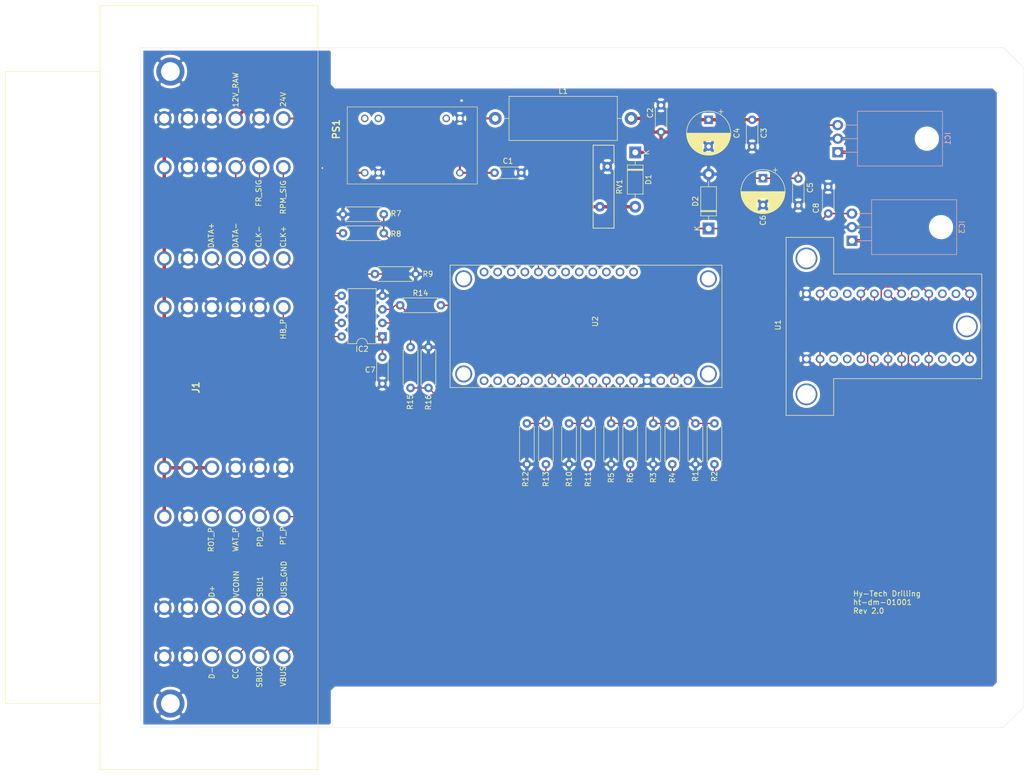
<source format=kicad_pcb>
(kicad_pcb (version 20171130) (host pcbnew "(5.1.10)-1")

  (general
    (thickness 1.69672)
    (drawings 28)
    (tracks 252)
    (zones 0)
    (modules 35)
    (nets 64)
  )

  (page A4)
  (layers
    (0 F.Cu signal)
    (31 B.Cu power hide)
    (32 B.Adhes user)
    (33 F.Adhes user)
    (34 B.Paste user)
    (35 F.Paste user)
    (36 B.SilkS user)
    (37 F.SilkS user)
    (38 B.Mask user)
    (39 F.Mask user)
    (40 Dwgs.User user)
    (41 Cmts.User user)
    (42 Eco1.User user)
    (43 Eco2.User user)
    (44 Edge.Cuts user)
    (45 Margin user)
    (46 B.CrtYd user)
    (47 F.CrtYd user)
    (48 B.Fab user)
    (49 F.Fab user hide)
  )

  (setup
    (last_trace_width 0.25)
    (user_trace_width 0.3048)
    (user_trace_width 0.889)
    (user_trace_width 2.032)
    (trace_clearance 0.2)
    (zone_clearance 0.508)
    (zone_45_only no)
    (trace_min 0.2)
    (via_size 0.8)
    (via_drill 0.4)
    (via_min_size 0.4)
    (via_min_drill 0.3)
    (uvia_size 0.3)
    (uvia_drill 0.1)
    (uvias_allowed no)
    (uvia_min_size 0.2)
    (uvia_min_drill 0.1)
    (edge_width 0.05)
    (segment_width 0.2)
    (pcb_text_width 0.3)
    (pcb_text_size 1.5 1.5)
    (mod_edge_width 0.12)
    (mod_text_size 1 1)
    (mod_text_width 0.15)
    (pad_size 1.524 1.524)
    (pad_drill 0.762)
    (pad_to_mask_clearance 0)
    (aux_axis_origin 0 0)
    (grid_origin 40.64 15.24)
    (visible_elements 7FFFFFFF)
    (pcbplotparams
      (layerselection 0x010fc_ffffffff)
      (usegerberextensions false)
      (usegerberattributes true)
      (usegerberadvancedattributes true)
      (creategerberjobfile true)
      (excludeedgelayer true)
      (linewidth 0.100000)
      (plotframeref false)
      (viasonmask false)
      (mode 1)
      (useauxorigin false)
      (hpglpennumber 1)
      (hpglpenspeed 20)
      (hpglpendiameter 15.000000)
      (psnegative false)
      (psa4output false)
      (plotreference true)
      (plotvalue true)
      (plotinvisibletext false)
      (padsonsilk false)
      (subtractmaskfromsilk false)
      (outputformat 1)
      (mirror false)
      (drillshape 1)
      (scaleselection 1)
      (outputdirectory ""))
  )

  (net 0 "")
  (net 1 GND)
  (net 2 12V)
  (net 3 5V)
  (net 4 3.3V)
  (net 5 12V-RAW)
  (net 6 DATA+)
  (net 7 DATA-)
  (net 8 CLK-)
  (net 9 CLK+)
  (net 10 PT_P)
  (net 11 ROT_P)
  (net 12 WAT_P)
  (net 13 PD_P)
  (net 14 HB_P)
  (net 15 FR_SIG)
  (net 16 24V)
  (net 17 RPM_SIG)
  (net 18 D-)
  (net 19 D+)
  (net 20 CC1)
  (net 21 CC2)
  (net 22 SBU1)
  (net 23 SBU2)
  (net 24 "Net-(PS1-Pad2)")
  (net 25 "Net-(PS1-Pad7)")
  (net 26 "Net-(PS1-Pad8)")
  (net 27 "Net-(U1-Pad3)")
  (net 28 "Net-(U1-Pad4)")
  (net 29 "Net-(U1-Pad11)")
  (net 30 "Net-(U1-Pad12)")
  (net 31 "Net-(U1-Pad16)")
  (net 32 "Net-(U1-Pad17)")
  (net 33 "Net-(U1-Pad24)")
  (net 34 "Net-(U1-Pad25)")
  (net 35 "Net-(U2-Pad19)")
  (net 36 "Net-(U2-Pad20)")
  (net 37 "Net-(U2-Pad22)")
  (net 38 "Net-(U2-Pad23)")
  (net 39 "Net-(U2-Pad24)")
  (net 40 "Net-(U2-Pad25)")
  (net 41 "Net-(U2-Pad26)")
  (net 42 "Net-(U2-Pad27)")
  (net 43 /PS1_VCC)
  (net 44 /USB_GND)
  (net 45 /VBUS)
  (net 46 /HP_DI)
  (net 47 /HP_RO)
  (net 48 /PT_P_DIV)
  (net 49 /ROT_P_DIV)
  (net 50 /WAT_P_DIV)
  (net 51 /PD_P_DIV)
  (net 52 /HB_P_DIV)
  (net 53 /RPM_SIG_DIV)
  (net 54 "Net-(U2-Pad28)")
  (net 55 "Net-(U2-Pad16)")
  (net 56 "Net-(U2-Pad14)")
  (net 57 "Net-(U2-Pad5)")
  (net 58 "Net-(U2-Pad3)")
  (net 59 "Net-(U2-Pad18)")
  (net 60 "Net-(U2-Pad17)")
  (net 61 "Net-(U2-Pad1)")
  (net 62 "Net-(U2-Pad2)")
  (net 63 "Net-(R15-Pad2)")

  (net_class Default "This is the default net class."
    (clearance 0.2)
    (trace_width 0.25)
    (via_dia 0.8)
    (via_drill 0.4)
    (uvia_dia 0.3)
    (uvia_drill 0.1)
    (add_net /HB_P_DIV)
    (add_net /HP_DI)
    (add_net /HP_RO)
    (add_net /PD_P_DIV)
    (add_net /PT_P_DIV)
    (add_net /ROT_P_DIV)
    (add_net /RPM_SIG_DIV)
    (add_net /USB_GND)
    (add_net /VBUS)
    (add_net /WAT_P_DIV)
    (add_net CC1)
    (add_net CC2)
    (add_net CLK+)
    (add_net CLK-)
    (add_net D+)
    (add_net D-)
    (add_net DATA+)
    (add_net DATA-)
    (add_net FR_SIG)
    (add_net GND)
    (add_net HB_P)
    (add_net "Net-(PS1-Pad2)")
    (add_net "Net-(PS1-Pad7)")
    (add_net "Net-(PS1-Pad8)")
    (add_net "Net-(R15-Pad2)")
    (add_net "Net-(U1-Pad11)")
    (add_net "Net-(U1-Pad12)")
    (add_net "Net-(U1-Pad16)")
    (add_net "Net-(U1-Pad17)")
    (add_net "Net-(U1-Pad24)")
    (add_net "Net-(U1-Pad25)")
    (add_net "Net-(U1-Pad3)")
    (add_net "Net-(U1-Pad4)")
    (add_net "Net-(U2-Pad1)")
    (add_net "Net-(U2-Pad14)")
    (add_net "Net-(U2-Pad16)")
    (add_net "Net-(U2-Pad17)")
    (add_net "Net-(U2-Pad18)")
    (add_net "Net-(U2-Pad19)")
    (add_net "Net-(U2-Pad2)")
    (add_net "Net-(U2-Pad20)")
    (add_net "Net-(U2-Pad22)")
    (add_net "Net-(U2-Pad23)")
    (add_net "Net-(U2-Pad24)")
    (add_net "Net-(U2-Pad25)")
    (add_net "Net-(U2-Pad26)")
    (add_net "Net-(U2-Pad27)")
    (add_net "Net-(U2-Pad28)")
    (add_net "Net-(U2-Pad3)")
    (add_net "Net-(U2-Pad5)")
    (add_net PD_P)
    (add_net PT_P)
    (add_net ROT_P)
    (add_net RPM_SIG)
    (add_net SBU1)
    (add_net SBU2)
    (add_net WAT_P)
  )

  (net_class 12V ""
    (clearance 0.4572)
    (trace_width 0.635)
    (via_dia 0.8)
    (via_drill 0.4)
    (uvia_dia 0.3)
    (uvia_drill 0.1)
    (add_net 12V)
  )

  (net_class 12V_RAW ""
    (clearance 0.4572)
    (trace_width 0.635)
    (via_dia 0.8)
    (via_drill 0.4)
    (uvia_dia 0.3)
    (uvia_drill 0.1)
    (add_net 12V-RAW)
  )

  (net_class 24V ""
    (clearance 0.3048)
    (trace_width 0.381)
    (via_dia 0.8)
    (via_drill 0.4)
    (uvia_dia 0.3)
    (uvia_drill 0.1)
    (add_net /PS1_VCC)
    (add_net 24V)
  )

  (net_class 3V3 ""
    (clearance 0.3048)
    (trace_width 0.3048)
    (via_dia 0.8)
    (via_drill 0.4)
    (uvia_dia 0.3)
    (uvia_drill 0.1)
    (add_net 3.3V)
  )

  (net_class 5V ""
    (clearance 0.3048)
    (trace_width 0.3048)
    (via_dia 0.8)
    (via_drill 0.4)
    (uvia_dia 0.3)
    (uvia_drill 0.1)
    (add_net 5V)
  )

  (module Package_TO_SOT_THT:TO-220-3_Horizontal_TabDown (layer B.Cu) (tedit 5AC8BA0D) (tstamp 615DA335)
    (at 208.384 67.056 90)
    (descr "TO-220-3, Horizontal, RM 2.54mm, see https://www.vishay.com/docs/66542/to-220-1.pdf")
    (tags "TO-220-3 Horizontal RM 2.54mm")
    (path /6172C58C)
    (fp_text reference IC3 (at 2.54 20.58 -90) (layer B.SilkS)
      (effects (font (size 1 1) (thickness 0.15)) (justify mirror))
    )
    (fp_text value MIC29500-3.3WT (at 2.54 -2 -90) (layer B.Fab)
      (effects (font (size 1 1) (thickness 0.15)) (justify mirror))
    )
    (fp_text user %R (at 2.54 20.58 -90) (layer B.Fab)
      (effects (font (size 1 1) (thickness 0.15)) (justify mirror))
    )
    (fp_circle (center 2.54 16.66) (end 4.39 16.66) (layer B.Fab) (width 0.1))
    (fp_line (start -2.46 13.06) (end -2.46 19.46) (layer B.Fab) (width 0.1))
    (fp_line (start -2.46 19.46) (end 7.54 19.46) (layer B.Fab) (width 0.1))
    (fp_line (start 7.54 19.46) (end 7.54 13.06) (layer B.Fab) (width 0.1))
    (fp_line (start 7.54 13.06) (end -2.46 13.06) (layer B.Fab) (width 0.1))
    (fp_line (start -2.46 3.81) (end -2.46 13.06) (layer B.Fab) (width 0.1))
    (fp_line (start -2.46 13.06) (end 7.54 13.06) (layer B.Fab) (width 0.1))
    (fp_line (start 7.54 13.06) (end 7.54 3.81) (layer B.Fab) (width 0.1))
    (fp_line (start 7.54 3.81) (end -2.46 3.81) (layer B.Fab) (width 0.1))
    (fp_line (start 0 3.81) (end 0 0) (layer B.Fab) (width 0.1))
    (fp_line (start 2.54 3.81) (end 2.54 0) (layer B.Fab) (width 0.1))
    (fp_line (start 5.08 3.81) (end 5.08 0) (layer B.Fab) (width 0.1))
    (fp_line (start -2.58 3.69) (end 7.66 3.69) (layer B.SilkS) (width 0.12))
    (fp_line (start -2.58 19.58) (end 7.66 19.58) (layer B.SilkS) (width 0.12))
    (fp_line (start -2.58 19.58) (end -2.58 3.69) (layer B.SilkS) (width 0.12))
    (fp_line (start 7.66 19.58) (end 7.66 3.69) (layer B.SilkS) (width 0.12))
    (fp_line (start 0 3.69) (end 0 1.15) (layer B.SilkS) (width 0.12))
    (fp_line (start 2.54 3.69) (end 2.54 1.15) (layer B.SilkS) (width 0.12))
    (fp_line (start 5.08 3.69) (end 5.08 1.15) (layer B.SilkS) (width 0.12))
    (fp_line (start -2.71 19.71) (end -2.71 -1.25) (layer B.CrtYd) (width 0.05))
    (fp_line (start -2.71 -1.25) (end 7.79 -1.25) (layer B.CrtYd) (width 0.05))
    (fp_line (start 7.79 -1.25) (end 7.79 19.71) (layer B.CrtYd) (width 0.05))
    (fp_line (start 7.79 19.71) (end -2.71 19.71) (layer B.CrtYd) (width 0.05))
    (pad 3 thru_hole oval (at 5.08 0 90) (size 1.905 2) (drill 1.1) (layers *.Cu *.Mask)
      (net 4 3.3V))
    (pad 2 thru_hole oval (at 2.54 0 90) (size 1.905 2) (drill 1.1) (layers *.Cu *.Mask)
      (net 1 GND))
    (pad 1 thru_hole rect (at 0 0 90) (size 1.905 2) (drill 1.1) (layers *.Cu *.Mask)
      (net 2 12V))
    (pad "" np_thru_hole oval (at 2.54 16.66 90) (size 3.5 3.5) (drill 3.5) (layers *.Cu *.Mask))
    (model ${KISYS3DMOD}/Package_TO_SOT_THT.3dshapes/TO-220-3_Horizontal_TabDown.wrl
      (at (xyz 0 0 0))
      (scale (xyz 1 1 1))
      (rotate (xyz 0 0 0))
    )
  )

  (module Drill_Monitor_PCB:BRK-USB-CPV2.0 (layer F.Cu) (tedit 615B6FDF) (tstamp 615B5504)
    (at 199.898 76.962 90)
    (path /610017CB)
    (fp_text reference U1 (at -5.842 -5.334 90) (layer F.SilkS)
      (effects (font (size 1 1) (thickness 0.15)))
    )
    (fp_text value BRK-USB-CP (at -5.842 -2.54 90) (layer F.Fab)
      (effects (font (size 1 1) (thickness 0.15)))
    )
    (fp_line (start 10.541 -3.81) (end -0.127 -3.81) (layer F.SilkS) (width 0.12))
    (fp_line (start 10.541 5.08) (end 10.541 -3.81) (layer F.SilkS) (width 0.12))
    (fp_line (start -15.875 32.766) (end 3.683 32.766) (layer F.SilkS) (width 0.12))
    (fp_line (start -15.875 5.08) (end -15.875 32.766) (layer F.SilkS) (width 0.12))
    (fp_line (start -22.733 5.08) (end -15.875 5.08) (layer F.SilkS) (width 0.12))
    (fp_line (start -22.733 -3.81) (end -22.733 5.08) (layer F.SilkS) (width 0.12))
    (fp_line (start -18.923 -3.81) (end -22.733 -3.81) (layer F.SilkS) (width 0.12))
    (fp_line (start -12.319 -3.81) (end -18.923 -3.81) (layer F.SilkS) (width 0.12))
    (fp_line (start -0.127 -3.81) (end -12.319 -3.81) (layer F.SilkS) (width 0.12))
    (fp_line (start 3.683 5.08) (end 10.541 5.08) (layer F.SilkS) (width 0.12))
    (fp_line (start 3.683 32.766) (end 3.683 5.08) (layer F.SilkS) (width 0.12))
    (fp_line (start -16.383 5.588) (end -16.383 33.274) (layer F.CrtYd) (width 0.12))
    (fp_line (start -23.241 5.588) (end -16.383 5.588) (layer F.CrtYd) (width 0.12))
    (fp_line (start -23.241 -4.318) (end -23.241 5.588) (layer F.CrtYd) (width 0.12))
    (fp_line (start 11.049 -4.318) (end -23.241 -4.318) (layer F.CrtYd) (width 0.12))
    (fp_line (start 11.049 5.588) (end 11.049 -4.318) (layer F.CrtYd) (width 0.12))
    (fp_line (start 4.191 5.588) (end 11.049 5.588) (layer F.CrtYd) (width 0.12))
    (fp_line (start 4.191 33.274) (end 4.191 5.588) (layer F.CrtYd) (width 0.12))
    (fp_line (start -16.383 33.274) (end 4.191 33.274) (layer F.CrtYd) (width 0.12))
    (pad 1 thru_hole circle (at 0 0 90) (size 1.62 1.62) (drill 1.02) (layers *.Cu *.Mask)
      (net 1 GND))
    (pad 2 thru_hole circle (at 0 2.54 90) (size 1.62 1.62) (drill 1.02) (layers *.Cu *.Mask)
      (net 44 /USB_GND))
    (pad 3 thru_hole circle (at 0 5.08 90) (size 1.62 1.62) (drill 1.02) (layers *.Cu *.Mask)
      (net 27 "Net-(U1-Pad3)"))
    (pad 4 thru_hole circle (at 0 7.62 90) (size 1.62 1.62) (drill 1.02) (layers *.Cu *.Mask)
      (net 28 "Net-(U1-Pad4)"))
    (pad 5 thru_hole circle (at 0 10.16 90) (size 1.62 1.62) (drill 1.02) (layers *.Cu *.Mask)
      (net 45 /VBUS))
    (pad 6 thru_hole circle (at 0 12.7 90) (size 1.62 1.62) (drill 1.02) (layers *.Cu *.Mask)
      (net 22 SBU1))
    (pad 7 thru_hole circle (at 0 15.24 90) (size 1.62 1.62) (drill 1.02) (layers *.Cu *.Mask)
      (net 18 D-))
    (pad 8 thru_hole circle (at 0 17.78 90) (size 1.62 1.62) (drill 1.02) (layers *.Cu *.Mask)
      (net 19 D+))
    (pad 9 thru_hole circle (at 0 20.32 90) (size 1.62 1.62) (drill 1.02) (layers *.Cu *.Mask)
      (net 20 CC1))
    (pad 10 thru_hole circle (at 0 22.86 90) (size 1.62 1.62) (drill 1.02) (layers *.Cu *.Mask)
      (net 45 /VBUS))
    (pad 11 thru_hole circle (at 0 25.4 90) (size 1.62 1.62) (drill 1.02) (layers *.Cu *.Mask)
      (net 29 "Net-(U1-Pad11)"))
    (pad 12 thru_hole circle (at 0 27.94 90) (size 1.62 1.62) (drill 1.02) (layers *.Cu *.Mask)
      (net 30 "Net-(U1-Pad12)"))
    (pad 13 thru_hole circle (at 0 30.48 90) (size 1.62 1.62) (drill 1.02) (layers *.Cu *.Mask)
      (net 44 /USB_GND))
    (pad 14 thru_hole circle (at -12.192 0 90) (size 1.62 1.62) (drill 1.02) (layers *.Cu *.Mask)
      (net 1 GND))
    (pad 15 thru_hole circle (at -12.192 2.54 90) (size 1.62 1.62) (drill 1.02) (layers *.Cu *.Mask)
      (net 44 /USB_GND))
    (pad 16 thru_hole circle (at -12.192 5.08 90) (size 1.62 1.62) (drill 1.02) (layers *.Cu *.Mask)
      (net 31 "Net-(U1-Pad16)"))
    (pad 17 thru_hole circle (at -12.192 7.62 90) (size 1.62 1.62) (drill 1.02) (layers *.Cu *.Mask)
      (net 32 "Net-(U1-Pad17)"))
    (pad 18 thru_hole circle (at -12.192 10.16 90) (size 1.62 1.62) (drill 1.02) (layers *.Cu *.Mask)
      (net 45 /VBUS))
    (pad 19 thru_hole circle (at -12.192 12.7 90) (size 1.62 1.62) (drill 1.02) (layers *.Cu *.Mask)
      (net 21 CC2))
    (pad 20 thru_hole circle (at -12.192 15.24 90) (size 1.62 1.62) (drill 1.02) (layers *.Cu *.Mask)
      (net 19 D+))
    (pad 21 thru_hole circle (at -12.192 17.78 90) (size 1.62 1.62) (drill 1.02) (layers *.Cu *.Mask)
      (net 18 D-))
    (pad 22 thru_hole circle (at -12.192 20.32 90) (size 1.62 1.62) (drill 1.02) (layers *.Cu *.Mask)
      (net 23 SBU2))
    (pad 23 thru_hole circle (at -12.192 22.86 90) (size 1.62 1.62) (drill 1.02) (layers *.Cu *.Mask)
      (net 45 /VBUS))
    (pad 24 thru_hole circle (at -12.192 25.4 90) (size 1.62 1.62) (drill 1.02) (layers *.Cu *.Mask)
      (net 33 "Net-(U1-Pad24)"))
    (pad 25 thru_hole circle (at -12.192 27.94 90) (size 1.62 1.62) (drill 1.02) (layers *.Cu *.Mask)
      (net 34 "Net-(U1-Pad25)"))
    (pad 26 thru_hole circle (at -12.192 30.48 90) (size 1.62 1.62) (drill 1.02) (layers *.Cu *.Mask)
      (net 44 /USB_GND))
    (pad "" np_thru_hole circle (at 6.604 0 90) (size 4.064 4.064) (drill 3.4544) (layers *.Cu *.Mask))
    (pad "" np_thru_hole circle (at -18.796 0 90) (size 4.064 4.064) (drill 3.4544) (layers *.Cu *.Mask))
    (pad "" np_thru_hole circle (at -6.096 29.972 90) (size 4.064 4.064) (drill 3.4544) (layers *.Cu *.Mask))
  )

  (module Drill_Monitor_PCB:STMF405_Feather (layer F.Cu) (tedit 615B6E1B) (tstamp 615B57F0)
    (at 177.7492 93.218 270)
    (path /614100AD)
    (fp_text reference U2 (at -11.0744 17.3228 90) (layer F.SilkS)
      (effects (font (size 1 1) (thickness 0.15)))
    )
    (fp_text value STM32F405_Feather (at -10.414 11.3792 90) (layer F.Fab)
      (effects (font (size 1 1) (thickness 0.15)))
    )
    (fp_line (start 1.778 -6.858) (end -0.508 -6.858) (layer F.CrtYd) (width 0.12))
    (fp_line (start 1.778 -6.35) (end 1.778 -6.858) (layer F.CrtYd) (width 0.12))
    (fp_line (start 1.27 0) (end 1.27 -6.35) (layer F.SilkS) (width 0.12))
    (fp_line (start 1.27 -6.35) (end -21.59 -6.35) (layer F.SilkS) (width 0.12))
    (fp_line (start -21.59 -6.35) (end -21.59 44.45) (layer F.SilkS) (width 0.12))
    (fp_line (start -21.59 44.45) (end 1.27 44.45) (layer F.SilkS) (width 0.12))
    (fp_line (start 1.27 44.45) (end 1.27 0) (layer F.SilkS) (width 0.12))
    (fp_line (start -0.508 -6.858) (end -22.098 -6.858) (layer F.CrtYd) (width 0.12))
    (fp_line (start -22.098 -6.858) (end -22.098 44.45) (layer F.CrtYd) (width 0.12))
    (fp_line (start -22.098 44.45) (end -22.098 44.958) (layer F.CrtYd) (width 0.12))
    (fp_line (start -22.098 44.958) (end 1.778 44.958) (layer F.CrtYd) (width 0.12))
    (fp_line (start 1.778 44.958) (end 1.778 -6.35) (layer F.CrtYd) (width 0.12))
    (pad "" np_thru_hole circle (at -19.05 41.91 270) (size 3.175 3.175) (drill 2.54) (layers *.Cu *.Mask))
    (pad "" np_thru_hole circle (at -1.27 41.91 270) (size 3.175 3.175) (drill 2.54) (layers *.Cu *.Mask))
    (pad "" np_thru_hole circle (at -19.05 -3.81 270) (size 3.175 3.175) (drill 2.54) (layers *.Cu *.Mask))
    (pad 16 thru_hole circle (at 0 0 270) (size 1.62 1.62) (drill 1.02) (layers *.Cu *.Mask)
      (net 55 "Net-(U2-Pad16)"))
    (pad 15 thru_hole circle (at 0 2.54 270) (size 1.62 1.62) (drill 1.02) (layers *.Cu *.Mask)
      (net 4 3.3V))
    (pad 14 thru_hole circle (at 0 5.08 270) (size 1.62 1.62) (drill 1.02) (layers *.Cu *.Mask)
      (net 56 "Net-(U2-Pad14)"))
    (pad 13 thru_hole circle (at 0 7.62 270) (size 1.62 1.62) (drill 1.02) (layers *.Cu *.Mask)
      (net 1 GND))
    (pad 12 thru_hole circle (at 0 10.16 270) (size 1.62 1.62) (drill 1.02) (layers *.Cu *.Mask)
      (net 48 /PT_P_DIV))
    (pad 11 thru_hole circle (at 0 12.7 270) (size 1.62 1.62) (drill 1.02) (layers *.Cu *.Mask)
      (net 51 /PD_P_DIV))
    (pad 10 thru_hole circle (at 0 15.24 270) (size 1.62 1.62) (drill 1.02) (layers *.Cu *.Mask)
      (net 50 /WAT_P_DIV))
    (pad 9 thru_hole circle (at 0 17.78 270) (size 1.62 1.62) (drill 1.02) (layers *.Cu *.Mask)
      (net 49 /ROT_P_DIV))
    (pad 8 thru_hole circle (at 0 20.32 270) (size 1.62 1.62) (drill 1.02) (layers *.Cu *.Mask)
      (net 52 /HB_P_DIV))
    (pad 7 thru_hole circle (at 0 22.86 270) (size 1.62 1.62) (drill 1.02) (layers *.Cu *.Mask)
      (net 15 FR_SIG))
    (pad 6 thru_hole circle (at 0 25.4 270) (size 1.62 1.62) (drill 1.02) (layers *.Cu *.Mask)
      (net 46 /HP_DI))
    (pad 5 thru_hole circle (at 0 27.94 270) (size 1.62 1.62) (drill 1.02) (layers *.Cu *.Mask)
      (net 57 "Net-(U2-Pad5)"))
    (pad 4 thru_hole circle (at 0 30.48 270) (size 1.62 1.62) (drill 1.02) (layers *.Cu *.Mask)
      (net 63 "Net-(R15-Pad2)"))
    (pad 3 thru_hole circle (at 0 33.02 270) (size 1.62 1.62) (drill 1.02) (layers *.Cu *.Mask)
      (net 58 "Net-(U2-Pad3)"))
    (pad 28 thru_hole circle (at -20.32 10.16 270) (size 1.62 1.62) (drill 1.02) (layers *.Cu *.Mask)
      (net 54 "Net-(U2-Pad28)"))
    (pad 27 thru_hole circle (at -20.32 12.7 270) (size 1.62 1.62) (drill 1.02) (layers *.Cu *.Mask)
      (net 42 "Net-(U2-Pad27)"))
    (pad 26 thru_hole circle (at -20.32 15.24 270) (size 1.62 1.62) (drill 1.02) (layers *.Cu *.Mask)
      (net 41 "Net-(U2-Pad26)"))
    (pad 25 thru_hole circle (at -20.32 17.78 270) (size 1.62 1.62) (drill 1.02) (layers *.Cu *.Mask)
      (net 40 "Net-(U2-Pad25)"))
    (pad 24 thru_hole circle (at -20.32 20.32 270) (size 1.62 1.62) (drill 1.02) (layers *.Cu *.Mask)
      (net 39 "Net-(U2-Pad24)"))
    (pad 23 thru_hole circle (at -20.32 22.86 270) (size 1.62 1.62) (drill 1.02) (layers *.Cu *.Mask)
      (net 38 "Net-(U2-Pad23)"))
    (pad 22 thru_hole circle (at -20.32 25.4 270) (size 1.62 1.62) (drill 1.02) (layers *.Cu *.Mask)
      (net 37 "Net-(U2-Pad22)"))
    (pad 21 thru_hole circle (at -20.32 27.94 270) (size 1.62 1.62) (drill 1.02) (layers *.Cu *.Mask)
      (net 53 /RPM_SIG_DIV))
    (pad 20 thru_hole circle (at -20.32 30.48 270) (size 1.62 1.62) (drill 1.02) (layers *.Cu *.Mask)
      (net 36 "Net-(U2-Pad20)"))
    (pad 19 thru_hole circle (at -20.32 33.02 270) (size 1.62 1.62) (drill 1.02) (layers *.Cu *.Mask)
      (net 35 "Net-(U2-Pad19)"))
    (pad 18 thru_hole circle (at -20.32 35.56 270) (size 1.62 1.62) (drill 1.02) (layers *.Cu *.Mask)
      (net 59 "Net-(U2-Pad18)"))
    (pad 17 thru_hole circle (at -20.32 38.1 270) (size 1.62 1.62) (drill 1.02) (layers *.Cu *.Mask)
      (net 60 "Net-(U2-Pad17)"))
    (pad 1 thru_hole circle (at 0 38.1 270) (size 1.62 1.62) (drill 1.02) (layers *.Cu *.Mask)
      (net 61 "Net-(U2-Pad1)"))
    (pad 2 thru_hole circle (at 0 35.56 270) (size 1.62 1.62) (drill 1.02) (layers *.Cu *.Mask)
      (net 62 "Net-(U2-Pad2)"))
    (pad "" np_thru_hole circle (at -1.27 -3.81 270) (size 3.175 3.175) (drill 2.54) (layers *.Cu *.Mask))
  )

  (module Resistor_THT:R_Axial_DIN0207_L6.3mm_D2.5mm_P7.62mm_Horizontal (layer F.Cu) (tedit 5AE5139B) (tstamp 615C49C4)
    (at 129.2606 94.5642 90)
    (descr "Resistor, Axial_DIN0207 series, Axial, Horizontal, pin pitch=7.62mm, 0.25W = 1/4W, length*diameter=6.3*2.5mm^2, http://cdn-reichelt.de/documents/datenblatt/B400/1_4W%23YAG.pdf")
    (tags "Resistor Axial_DIN0207 series Axial Horizontal pin pitch 7.62mm 0.25W = 1/4W length 6.3mm diameter 2.5mm")
    (path /616924BF)
    (fp_text reference R16 (at -2.6924 -0.0254 90) (layer F.SilkS)
      (effects (font (size 1 1) (thickness 0.15)))
    )
    (fp_text value 3320 (at 3.81 2.37 90) (layer F.Fab)
      (effects (font (size 1 1) (thickness 0.15)))
    )
    (fp_text user %R (at 3.81 0 90) (layer F.Fab)
      (effects (font (size 1 1) (thickness 0.15)))
    )
    (fp_line (start 0.66 -1.25) (end 0.66 1.25) (layer F.Fab) (width 0.1))
    (fp_line (start 0.66 1.25) (end 6.96 1.25) (layer F.Fab) (width 0.1))
    (fp_line (start 6.96 1.25) (end 6.96 -1.25) (layer F.Fab) (width 0.1))
    (fp_line (start 6.96 -1.25) (end 0.66 -1.25) (layer F.Fab) (width 0.1))
    (fp_line (start 0 0) (end 0.66 0) (layer F.Fab) (width 0.1))
    (fp_line (start 7.62 0) (end 6.96 0) (layer F.Fab) (width 0.1))
    (fp_line (start 0.54 -1.04) (end 0.54 -1.37) (layer F.SilkS) (width 0.12))
    (fp_line (start 0.54 -1.37) (end 7.08 -1.37) (layer F.SilkS) (width 0.12))
    (fp_line (start 7.08 -1.37) (end 7.08 -1.04) (layer F.SilkS) (width 0.12))
    (fp_line (start 0.54 1.04) (end 0.54 1.37) (layer F.SilkS) (width 0.12))
    (fp_line (start 0.54 1.37) (end 7.08 1.37) (layer F.SilkS) (width 0.12))
    (fp_line (start 7.08 1.37) (end 7.08 1.04) (layer F.SilkS) (width 0.12))
    (fp_line (start -1.05 -1.5) (end -1.05 1.5) (layer F.CrtYd) (width 0.05))
    (fp_line (start -1.05 1.5) (end 8.67 1.5) (layer F.CrtYd) (width 0.05))
    (fp_line (start 8.67 1.5) (end 8.67 -1.5) (layer F.CrtYd) (width 0.05))
    (fp_line (start 8.67 -1.5) (end -1.05 -1.5) (layer F.CrtYd) (width 0.05))
    (pad 2 thru_hole oval (at 7.62 0 90) (size 1.6 1.6) (drill 0.8) (layers *.Cu *.Mask)
      (net 1 GND))
    (pad 1 thru_hole circle (at 0 0 90) (size 1.6 1.6) (drill 0.8) (layers *.Cu *.Mask)
      (net 63 "Net-(R15-Pad2)"))
    (model ${KISYS3DMOD}/Resistor_THT.3dshapes/R_Axial_DIN0207_L6.3mm_D2.5mm_P7.62mm_Horizontal.wrl
      (at (xyz 0 0 0))
      (scale (xyz 1 1 1))
      (rotate (xyz 0 0 0))
    )
  )

  (module Package_DIP:DIP-8_W7.62mm (layer F.Cu) (tedit 5A02E8C5) (tstamp 6140DCEC)
    (at 120.65 84.963 180)
    (descr "8-lead though-hole mounted DIP package, row spacing 7.62 mm (300 mils)")
    (tags "THT DIP DIL PDIP 2.54mm 7.62mm 300mil")
    (path /61453E88)
    (fp_text reference IC2 (at 3.81 -2.33) (layer F.SilkS)
      (effects (font (size 1 1) (thickness 0.15)))
    )
    (fp_text value MAX490EEPA+ (at 3.81 9.95) (layer F.Fab)
      (effects (font (size 1 1) (thickness 0.15)))
    )
    (fp_text user %R (at 3.81 3.81) (layer F.Fab)
      (effects (font (size 1 1) (thickness 0.15)))
    )
    (fp_arc (start 3.81 -1.33) (end 2.81 -1.33) (angle -180) (layer F.SilkS) (width 0.12))
    (fp_line (start 1.635 -1.27) (end 6.985 -1.27) (layer F.Fab) (width 0.1))
    (fp_line (start 6.985 -1.27) (end 6.985 8.89) (layer F.Fab) (width 0.1))
    (fp_line (start 6.985 8.89) (end 0.635 8.89) (layer F.Fab) (width 0.1))
    (fp_line (start 0.635 8.89) (end 0.635 -0.27) (layer F.Fab) (width 0.1))
    (fp_line (start 0.635 -0.27) (end 1.635 -1.27) (layer F.Fab) (width 0.1))
    (fp_line (start 2.81 -1.33) (end 1.16 -1.33) (layer F.SilkS) (width 0.12))
    (fp_line (start 1.16 -1.33) (end 1.16 8.95) (layer F.SilkS) (width 0.12))
    (fp_line (start 1.16 8.95) (end 6.46 8.95) (layer F.SilkS) (width 0.12))
    (fp_line (start 6.46 8.95) (end 6.46 -1.33) (layer F.SilkS) (width 0.12))
    (fp_line (start 6.46 -1.33) (end 4.81 -1.33) (layer F.SilkS) (width 0.12))
    (fp_line (start -1.1 -1.55) (end -1.1 9.15) (layer F.CrtYd) (width 0.05))
    (fp_line (start -1.1 9.15) (end 8.7 9.15) (layer F.CrtYd) (width 0.05))
    (fp_line (start 8.7 9.15) (end 8.7 -1.55) (layer F.CrtYd) (width 0.05))
    (fp_line (start 8.7 -1.55) (end -1.1 -1.55) (layer F.CrtYd) (width 0.05))
    (pad 8 thru_hole oval (at 7.62 0 180) (size 1.6 1.6) (drill 0.8) (layers *.Cu *.Mask)
      (net 6 DATA+))
    (pad 4 thru_hole oval (at 0 7.62 180) (size 1.6 1.6) (drill 0.8) (layers *.Cu *.Mask)
      (net 1 GND))
    (pad 7 thru_hole oval (at 7.62 2.54 180) (size 1.6 1.6) (drill 0.8) (layers *.Cu *.Mask)
      (net 7 DATA-))
    (pad 3 thru_hole oval (at 0 5.08 180) (size 1.6 1.6) (drill 0.8) (layers *.Cu *.Mask)
      (net 46 /HP_DI))
    (pad 6 thru_hole oval (at 7.62 5.08 180) (size 1.6 1.6) (drill 0.8) (layers *.Cu *.Mask)
      (net 8 CLK-))
    (pad 2 thru_hole oval (at 0 2.54 180) (size 1.6 1.6) (drill 0.8) (layers *.Cu *.Mask)
      (net 47 /HP_RO))
    (pad 5 thru_hole oval (at 7.62 7.62 180) (size 1.6 1.6) (drill 0.8) (layers *.Cu *.Mask)
      (net 9 CLK+))
    (pad 1 thru_hole rect (at 0 0 180) (size 1.6 1.6) (drill 0.8) (layers *.Cu *.Mask)
      (net 3 5V))
    (model ${KISYS3DMOD}/Package_DIP.3dshapes/DIP-8_W7.62mm.wrl
      (at (xyz 0 0 0))
      (scale (xyz 1 1 1))
      (rotate (xyz 0 0 0))
    )
  )

  (module Capacitor_THT:C_Disc_D4.3mm_W1.9mm_P5.00mm (layer F.Cu) (tedit 5AE50EF0) (tstamp 6140DC1A)
    (at 203.962 61.976 90)
    (descr "C, Disc series, Radial, pin pitch=5.00mm, , diameter*width=4.3*1.9mm^2, Capacitor, http://www.vishay.com/docs/45233/krseries.pdf")
    (tags "C Disc series Radial pin pitch 5.00mm  diameter 4.3mm width 1.9mm Capacitor")
    (path /614C5D42)
    (fp_text reference C8 (at 1.016 -2.286 90) (layer F.SilkS)
      (effects (font (size 1 1) (thickness 0.15)))
    )
    (fp_text value 0.1uF (at 2.5 2.2 90) (layer F.Fab)
      (effects (font (size 1 1) (thickness 0.15)))
    )
    (fp_text user %R (at 2.5 0 90) (layer F.Fab)
      (effects (font (size 0.86 0.86) (thickness 0.129)))
    )
    (fp_line (start 0.35 -0.95) (end 0.35 0.95) (layer F.Fab) (width 0.1))
    (fp_line (start 0.35 0.95) (end 4.65 0.95) (layer F.Fab) (width 0.1))
    (fp_line (start 4.65 0.95) (end 4.65 -0.95) (layer F.Fab) (width 0.1))
    (fp_line (start 4.65 -0.95) (end 0.35 -0.95) (layer F.Fab) (width 0.1))
    (fp_line (start 0.23 -1.07) (end 4.77 -1.07) (layer F.SilkS) (width 0.12))
    (fp_line (start 0.23 1.07) (end 4.77 1.07) (layer F.SilkS) (width 0.12))
    (fp_line (start 0.23 -1.07) (end 0.23 -1.055) (layer F.SilkS) (width 0.12))
    (fp_line (start 0.23 1.055) (end 0.23 1.07) (layer F.SilkS) (width 0.12))
    (fp_line (start 4.77 -1.07) (end 4.77 -1.055) (layer F.SilkS) (width 0.12))
    (fp_line (start 4.77 1.055) (end 4.77 1.07) (layer F.SilkS) (width 0.12))
    (fp_line (start -1.05 -1.2) (end -1.05 1.2) (layer F.CrtYd) (width 0.05))
    (fp_line (start -1.05 1.2) (end 6.05 1.2) (layer F.CrtYd) (width 0.05))
    (fp_line (start 6.05 1.2) (end 6.05 -1.2) (layer F.CrtYd) (width 0.05))
    (fp_line (start 6.05 -1.2) (end -1.05 -1.2) (layer F.CrtYd) (width 0.05))
    (pad 2 thru_hole circle (at 5 0 90) (size 1.6 1.6) (drill 0.8) (layers *.Cu *.Mask)
      (net 1 GND))
    (pad 1 thru_hole circle (at 0 0 90) (size 1.6 1.6) (drill 0.8) (layers *.Cu *.Mask)
      (net 4 3.3V))
    (model ${KISYS3DMOD}/Capacitor_THT.3dshapes/C_Disc_D4.3mm_W1.9mm_P5.00mm.wrl
      (at (xyz 0 0 0))
      (scale (xyz 1 1 1))
      (rotate (xyz 0 0 0))
    )
  )

  (module Drill_Monitor_PCB:DT1348PABCDR015 (layer F.Cu) (tedit 0) (tstamp 615C1713)
    (at 102.136 53.328 270)
    (descr DT13-48PABCD-R015-1)
    (tags Connector)
    (path /60E48861)
    (fp_text reference J1 (at 41.16 16.3475 90) (layer F.SilkS)
      (effects (font (size 1.27 1.27) (thickness 0.254)))
    )
    (fp_text value DT13-48PABCD-R015 (at 41.16 23.904 90) (layer F.SilkS) hide
      (effects (font (size 1.27 1.27) (thickness 0.254)))
    )
    (fp_text user %R (at 41.16 22.275 90) (layer F.Fab)
      (effects (font (size 1.27 1.27) (thickness 0.254)))
    )
    (fp_arc (start 0.15 -7.3) (end 0.1 -7.3) (angle -180) (layer F.SilkS) (width 0.2))
    (fp_arc (start 0.15 -7.3) (end 0.2 -7.3) (angle -180) (layer F.SilkS) (width 0.2))
    (fp_arc (start 0.15 -7.3) (end 0.1 -7.3) (angle -180) (layer F.SilkS) (width 0.2))
    (fp_line (start -30.21 34.25) (end 112.53 34.25) (layer F.Fab) (width 0.2))
    (fp_line (start 112.53 34.25) (end 112.53 -6.47) (layer F.Fab) (width 0.2))
    (fp_line (start 112.53 -6.47) (end -30.21 -6.47) (layer F.Fab) (width 0.2))
    (fp_line (start -30.21 -6.47) (end -30.21 34.25) (layer F.Fab) (width 0.2))
    (fp_line (start -30.21 -6.47) (end 112.53 -6.47) (layer F.SilkS) (width 0.1))
    (fp_line (start 112.53 -6.47) (end 112.53 34.25) (layer F.SilkS) (width 0.1))
    (fp_line (start 112.53 34.25) (end -30.21 34.25) (layer F.SilkS) (width 0.1))
    (fp_line (start -30.21 34.25) (end -30.21 -6.47) (layer F.SilkS) (width 0.1))
    (fp_line (start -17.895 34.25) (end 100.215 34.25) (layer F.Fab) (width 0.2))
    (fp_line (start 100.215 34.25) (end 100.215 51.9) (layer F.Fab) (width 0.2))
    (fp_line (start 100.215 51.9) (end -17.895 51.9) (layer F.Fab) (width 0.2))
    (fp_line (start -17.895 51.9) (end -17.895 34.25) (layer F.Fab) (width 0.2))
    (fp_line (start -17.895 34.25) (end 100.215 34.25) (layer F.SilkS) (width 0.1))
    (fp_line (start 100.215 34.25) (end 100.215 51.9) (layer F.SilkS) (width 0.1))
    (fp_line (start 100.215 51.9) (end -17.895 51.9) (layer F.SilkS) (width 0.1))
    (fp_line (start -17.895 51.9) (end -17.895 34.25) (layer F.SilkS) (width 0.1))
    (fp_line (start -31.21 -8.35) (end 113.53 -8.35) (layer F.CrtYd) (width 0.1))
    (fp_line (start 113.53 -8.35) (end 113.53 52.9) (layer F.CrtYd) (width 0.1))
    (fp_line (start 113.53 52.9) (end -31.21 52.9) (layer F.CrtYd) (width 0.1))
    (fp_line (start -31.21 52.9) (end -31.21 -8.35) (layer F.CrtYd) (width 0.1))
    (fp_line (start 0.1 -7.3) (end 0.1 -7.3) (layer F.SilkS) (width 0.2))
    (fp_line (start 0.2 -7.3) (end 0.2 -7.3) (layer F.SilkS) (width 0.2))
    (fp_line (start 0.1 -7.3) (end 0.1 -7.3) (layer F.SilkS) (width 0.2))
    (pad A1 thru_hole circle (at 0 0 270) (size 2.739 2.739) (drill 1.826) (layers *.Cu *.Mask)
      (net 17 RPM_SIG))
    (pad A2 thru_hole circle (at 0 4.45 270) (size 2.739 2.739) (drill 1.826) (layers *.Cu *.Mask)
      (net 15 FR_SIG))
    (pad A3 thru_hole circle (at 0 8.9 270) (size 2.739 2.739) (drill 1.826) (layers *.Cu *.Mask)
      (net 3 5V))
    (pad A4 thru_hole circle (at 0 13.35 270) (size 2.739 2.739) (drill 1.826) (layers *.Cu *.Mask)
      (net 1 GND))
    (pad A5 thru_hole circle (at 0 17.8 270) (size 2.739 2.739) (drill 1.826) (layers *.Cu *.Mask)
      (net 1 GND))
    (pad A6 thru_hole circle (at 0 22.25 270) (size 2.739 2.739) (drill 1.826) (layers *.Cu *.Mask)
      (net 2 12V))
    (pad A7 thru_hole circle (at -9.12 22.25 270) (size 2.739 2.739) (drill 1.826) (layers *.Cu *.Mask)
      (net 1 GND))
    (pad A8 thru_hole circle (at -9.12 17.8 270) (size 2.739 2.739) (drill 1.826) (layers *.Cu *.Mask)
      (net 1 GND))
    (pad A9 thru_hole circle (at -9.12 13.35 270) (size 2.739 2.739) (drill 1.826) (layers *.Cu *.Mask)
      (net 1 GND))
    (pad A10 thru_hole circle (at -9.12 8.9 270) (size 2.739 2.739) (drill 1.826) (layers *.Cu *.Mask)
      (net 5 12V-RAW))
    (pad A11 thru_hole circle (at -9.12 4.45 270) (size 2.739 2.739) (drill 1.826) (layers *.Cu *.Mask)
      (net 1 GND))
    (pad A12 thru_hole circle (at -9.12 0 270) (size 2.739 2.739) (drill 1.826) (layers *.Cu *.Mask)
      (net 16 24V))
    (pad B1 thru_hole circle (at 26.16 0 270) (size 2.739 2.739) (drill 1.826) (layers *.Cu *.Mask)
      (net 14 HB_P))
    (pad B2 thru_hole circle (at 26.16 4.45 270) (size 2.739 2.739) (drill 1.826) (layers *.Cu *.Mask)
      (net 1 GND))
    (pad B3 thru_hole circle (at 26.16 8.9 270) (size 2.739 2.739) (drill 1.826) (layers *.Cu *.Mask)
      (net 1 GND))
    (pad B4 thru_hole circle (at 26.16 13.35 270) (size 2.739 2.739) (drill 1.826) (layers *.Cu *.Mask)
      (net 1 GND))
    (pad B5 thru_hole circle (at 26.16 17.8 270) (size 2.739 2.739) (drill 1.826) (layers *.Cu *.Mask)
      (net 1 GND))
    (pad B6 thru_hole circle (at 26.16 22.25 270) (size 2.739 2.739) (drill 1.826) (layers *.Cu *.Mask)
      (net 2 12V))
    (pad B7 thru_hole circle (at 17.04 22.25 270) (size 2.739 2.739) (drill 1.826) (layers *.Cu *.Mask)
      (net 2 12V))
    (pad B8 thru_hole circle (at 17.04 17.8 270) (size 2.739 2.739) (drill 1.826) (layers *.Cu *.Mask)
      (net 1 GND))
    (pad B9 thru_hole circle (at 17.04 13.35 270) (size 2.739 2.739) (drill 1.826) (layers *.Cu *.Mask)
      (net 6 DATA+))
    (pad B10 thru_hole circle (at 17.04 8.9 270) (size 2.739 2.739) (drill 1.826) (layers *.Cu *.Mask)
      (net 7 DATA-))
    (pad B11 thru_hole circle (at 17.04 4.45 270) (size 2.739 2.739) (drill 1.826) (layers *.Cu *.Mask)
      (net 8 CLK-))
    (pad B12 thru_hole circle (at 17.04 0 270) (size 2.739 2.739) (drill 1.826) (layers *.Cu *.Mask)
      (net 9 CLK+))
    (pad C1 thru_hole circle (at 65.28 0 270) (size 2.739 2.739) (drill 1.826) (layers *.Cu *.Mask)
      (net 10 PT_P))
    (pad C2 thru_hole circle (at 65.28 4.45 270) (size 2.739 2.739) (drill 1.826) (layers *.Cu *.Mask)
      (net 13 PD_P))
    (pad C3 thru_hole circle (at 65.28 8.9 270) (size 2.739 2.739) (drill 1.826) (layers *.Cu *.Mask)
      (net 12 WAT_P))
    (pad C4 thru_hole circle (at 65.28 13.35 270) (size 2.739 2.739) (drill 1.826) (layers *.Cu *.Mask)
      (net 11 ROT_P))
    (pad C5 thru_hole circle (at 65.28 17.8 270) (size 2.739 2.739) (drill 1.826) (layers *.Cu *.Mask)
      (net 1 GND))
    (pad C6 thru_hole circle (at 65.28 22.25 270) (size 2.739 2.739) (drill 1.826) (layers *.Cu *.Mask)
      (net 2 12V))
    (pad C7 thru_hole circle (at 56.16 22.25 270) (size 2.739 2.739) (drill 1.826) (layers *.Cu *.Mask)
      (net 2 12V))
    (pad C8 thru_hole circle (at 56.16 17.8 270) (size 2.739 2.739) (drill 1.826) (layers *.Cu *.Mask)
      (net 2 12V))
    (pad C9 thru_hole circle (at 56.16 13.35 270) (size 2.739 2.739) (drill 1.826) (layers *.Cu *.Mask)
      (net 2 12V))
    (pad C10 thru_hole circle (at 56.16 8.9 270) (size 2.739 2.739) (drill 1.826) (layers *.Cu *.Mask)
      (net 1 GND))
    (pad C11 thru_hole circle (at 56.16 4.45 270) (size 2.739 2.739) (drill 1.826) (layers *.Cu *.Mask)
      (net 1 GND))
    (pad C12 thru_hole circle (at 56.16 0 270) (size 2.739 2.739) (drill 1.826) (layers *.Cu *.Mask)
      (net 1 GND))
    (pad D1 thru_hole circle (at 91.44 0 270) (size 2.739 2.739) (drill 1.826) (layers *.Cu *.Mask)
      (net 45 /VBUS))
    (pad D2 thru_hole circle (at 91.44 4.45 270) (size 2.739 2.739) (drill 1.826) (layers *.Cu *.Mask)
      (net 23 SBU2))
    (pad D3 thru_hole circle (at 91.44 8.9 270) (size 2.739 2.739) (drill 1.826) (layers *.Cu *.Mask)
      (net 20 CC1))
    (pad D4 thru_hole circle (at 91.44 13.35 270) (size 2.739 2.739) (drill 1.826) (layers *.Cu *.Mask)
      (net 18 D-))
    (pad D5 thru_hole circle (at 91.44 17.8 270) (size 2.739 2.739) (drill 1.826) (layers *.Cu *.Mask)
      (net 1 GND))
    (pad D6 thru_hole circle (at 91.44 22.25 270) (size 2.739 2.739) (drill 1.826) (layers *.Cu *.Mask)
      (net 1 GND))
    (pad D7 thru_hole circle (at 82.32 22.25 270) (size 2.739 2.739) (drill 1.826) (layers *.Cu *.Mask)
      (net 1 GND))
    (pad D8 thru_hole circle (at 82.32 17.8 270) (size 2.739 2.739) (drill 1.826) (layers *.Cu *.Mask)
      (net 1 GND))
    (pad D9 thru_hole circle (at 82.32 13.35 270) (size 2.739 2.739) (drill 1.826) (layers *.Cu *.Mask)
      (net 19 D+))
    (pad D10 thru_hole circle (at 82.32 8.9 270) (size 2.739 2.739) (drill 1.826) (layers *.Cu *.Mask)
      (net 21 CC2))
    (pad D11 thru_hole circle (at 82.32 4.45 270) (size 2.739 2.739) (drill 1.826) (layers *.Cu *.Mask)
      (net 22 SBU1))
    (pad D12 thru_hole circle (at 82.32 0 270) (size 2.739 2.739) (drill 1.826) (layers *.Cu *.Mask)
      (net 44 /USB_GND))
    (pad MH1 thru_hole circle (at -17.895 21.11 270) (size 5.25 5.25) (drill 3.5) (layers *.Cu *.Mask)
      (net 1 GND))
    (pad MH2 thru_hole circle (at 100.215 21.11 270) (size 5.25 5.25) (drill 3.5) (layers *.Cu *.Mask)
      (net 1 GND))
    (model DT13-48PABCD-R015.stp
      (offset (xyz 41.15999922925132 -56.36999808529242 13.74999979349584))
      (scale (xyz 1 1 1))
      (rotate (xyz -90 0 0))
    )
  )

  (module Diode_THT:D_DO-41_SOD81_P10.16mm_Horizontal (layer F.Cu) (tedit 5AE50CD5) (tstamp 60E7BA6B)
    (at 167.894 50.546 270)
    (descr "Diode, DO-41_SOD81 series, Axial, Horizontal, pin pitch=10.16mm, , length*diameter=5.2*2.7mm^2, , http://www.diodes.com/_files/packages/DO-41%20(Plastic).pdf")
    (tags "Diode DO-41_SOD81 series Axial Horizontal pin pitch 10.16mm  length 5.2mm diameter 2.7mm")
    (path /60D51530)
    (fp_text reference D1 (at 5.08 -2.47 90) (layer F.SilkS)
      (effects (font (size 1 1) (thickness 0.15)))
    )
    (fp_text value 1N5818 (at 5.08 2.47 90) (layer F.Fab)
      (effects (font (size 1 1) (thickness 0.15)))
    )
    (fp_text user K (at 0 -2.1 90) (layer F.SilkS)
      (effects (font (size 1 1) (thickness 0.15)))
    )
    (fp_text user K (at 0 -2.1 90) (layer F.Fab)
      (effects (font (size 1 1) (thickness 0.15)))
    )
    (fp_text user %R (at 5.47 0 90) (layer F.Fab)
      (effects (font (size 1 1) (thickness 0.15)))
    )
    (fp_line (start 2.48 -1.35) (end 2.48 1.35) (layer F.Fab) (width 0.1))
    (fp_line (start 2.48 1.35) (end 7.68 1.35) (layer F.Fab) (width 0.1))
    (fp_line (start 7.68 1.35) (end 7.68 -1.35) (layer F.Fab) (width 0.1))
    (fp_line (start 7.68 -1.35) (end 2.48 -1.35) (layer F.Fab) (width 0.1))
    (fp_line (start 0 0) (end 2.48 0) (layer F.Fab) (width 0.1))
    (fp_line (start 10.16 0) (end 7.68 0) (layer F.Fab) (width 0.1))
    (fp_line (start 3.26 -1.35) (end 3.26 1.35) (layer F.Fab) (width 0.1))
    (fp_line (start 3.36 -1.35) (end 3.36 1.35) (layer F.Fab) (width 0.1))
    (fp_line (start 3.16 -1.35) (end 3.16 1.35) (layer F.Fab) (width 0.1))
    (fp_line (start 2.36 -1.47) (end 2.36 1.47) (layer F.SilkS) (width 0.12))
    (fp_line (start 2.36 1.47) (end 7.8 1.47) (layer F.SilkS) (width 0.12))
    (fp_line (start 7.8 1.47) (end 7.8 -1.47) (layer F.SilkS) (width 0.12))
    (fp_line (start 7.8 -1.47) (end 2.36 -1.47) (layer F.SilkS) (width 0.12))
    (fp_line (start 1.34 0) (end 2.36 0) (layer F.SilkS) (width 0.12))
    (fp_line (start 8.82 0) (end 7.8 0) (layer F.SilkS) (width 0.12))
    (fp_line (start 3.26 -1.47) (end 3.26 1.47) (layer F.SilkS) (width 0.12))
    (fp_line (start 3.38 -1.47) (end 3.38 1.47) (layer F.SilkS) (width 0.12))
    (fp_line (start 3.14 -1.47) (end 3.14 1.47) (layer F.SilkS) (width 0.12))
    (fp_line (start -1.35 -1.6) (end -1.35 1.6) (layer F.CrtYd) (width 0.05))
    (fp_line (start -1.35 1.6) (end 11.51 1.6) (layer F.CrtYd) (width 0.05))
    (fp_line (start 11.51 1.6) (end 11.51 -1.6) (layer F.CrtYd) (width 0.05))
    (fp_line (start 11.51 -1.6) (end -1.35 -1.6) (layer F.CrtYd) (width 0.05))
    (pad 2 thru_hole oval (at 10.16 0 270) (size 2.2 2.2) (drill 1.1) (layers *.Cu *.Mask)
      (net 5 12V-RAW))
    (pad 1 thru_hole rect (at 0 0 270) (size 2.2 2.2) (drill 1.1) (layers *.Cu *.Mask)
      (net 2 12V))
    (model ${KISYS3DMOD}/Diode_THT.3dshapes/D_DO-41_SOD81_P10.16mm_Horizontal.wrl
      (at (xyz 0 0 0))
      (scale (xyz 1 1 1))
      (rotate (xyz 0 0 0))
    )
  )

  (module Varistor:RV_Disc_D15.5mm_W3.9mm_P7.5mm (layer F.Cu) (tedit 5A0F68DF) (tstamp 60E7C458)
    (at 161.29 60.706 90)
    (descr "Varistor, diameter 15.5mm, width 3.9mm, pitch 7.5mm")
    (tags "varistor SIOV")
    (path /60D586E2)
    (fp_text reference RV1 (at 3.75 3.65 90) (layer F.SilkS)
      (effects (font (size 1 1) (thickness 0.15)))
    )
    (fp_text value V22ZA3P (at 3.75 -2.25 90) (layer F.Fab)
      (effects (font (size 1 1) (thickness 0.15)))
    )
    (fp_text user %R (at 3.75 0.7 90) (layer F.Fab)
      (effects (font (size 1 1) (thickness 0.15)))
    )
    (fp_line (start -4.25 2.9) (end 11.75 2.9) (layer F.CrtYd) (width 0.05))
    (fp_line (start -4.25 -1.5) (end 11.75 -1.5) (layer F.CrtYd) (width 0.05))
    (fp_line (start 11.75 -1.5) (end 11.75 2.9) (layer F.CrtYd) (width 0.05))
    (fp_line (start -4.25 -1.5) (end -4.25 2.9) (layer F.CrtYd) (width 0.05))
    (fp_line (start -4 2.65) (end 11.5 2.65) (layer F.SilkS) (width 0.15))
    (fp_line (start -4 -1.25) (end 11.5 -1.25) (layer F.SilkS) (width 0.15))
    (fp_line (start 11.5 -1.25) (end 11.5 2.65) (layer F.SilkS) (width 0.15))
    (fp_line (start -4 -1.25) (end -4 2.65) (layer F.SilkS) (width 0.15))
    (fp_line (start -4 2.65) (end 11.5 2.65) (layer F.Fab) (width 0.1))
    (fp_line (start -4 -1.25) (end 11.5 -1.25) (layer F.Fab) (width 0.1))
    (fp_line (start 11.5 -1.25) (end 11.5 2.65) (layer F.Fab) (width 0.1))
    (fp_line (start -4 -1.25) (end -4 2.65) (layer F.Fab) (width 0.1))
    (pad 2 thru_hole circle (at 7.5 1.4 90) (size 1.8 1.8) (drill 0.8) (layers *.Cu *.Mask)
      (net 1 GND))
    (pad 1 thru_hole circle (at 0 0 90) (size 1.8 1.8) (drill 0.8) (layers *.Cu *.Mask)
      (net 5 12V-RAW))
    (model ${KISYS3DMOD}/Varistor.3dshapes/RV_Disc_D15.5mm_W3.9mm_P7.5mm.wrl
      (at (xyz 0 0 0))
      (scale (xyz 1 1 1))
      (rotate (xyz 0 0 0))
    )
  )

  (module Resistor_THT:R_Axial_DIN0207_L6.3mm_D2.5mm_P7.62mm_Horizontal (layer F.Cu) (tedit 5AE5139B) (tstamp 60E7E217)
    (at 125.9078 86.9442 270)
    (descr "Resistor, Axial_DIN0207 series, Axial, Horizontal, pin pitch=7.62mm, 0.25W = 1/4W, length*diameter=6.3*2.5mm^2, http://cdn-reichelt.de/documents/datenblatt/B400/1_4W%23YAG.pdf")
    (tags "Resistor Axial_DIN0207 series Axial Horizontal pin pitch 7.62mm 0.25W = 1/4W length 6.3mm diameter 2.5mm")
    (path /60ED7D29)
    (fp_text reference R15 (at 10.2616 0.0762 90) (layer F.SilkS)
      (effects (font (size 1 1) (thickness 0.15)))
    )
    (fp_text value 1820 (at 3.81 2.37 90) (layer F.Fab)
      (effects (font (size 1 1) (thickness 0.15)))
    )
    (fp_text user %R (at 3.81 0 90) (layer F.Fab)
      (effects (font (size 1 1) (thickness 0.15)))
    )
    (fp_line (start 0.66 -1.25) (end 0.66 1.25) (layer F.Fab) (width 0.1))
    (fp_line (start 0.66 1.25) (end 6.96 1.25) (layer F.Fab) (width 0.1))
    (fp_line (start 6.96 1.25) (end 6.96 -1.25) (layer F.Fab) (width 0.1))
    (fp_line (start 6.96 -1.25) (end 0.66 -1.25) (layer F.Fab) (width 0.1))
    (fp_line (start 0 0) (end 0.66 0) (layer F.Fab) (width 0.1))
    (fp_line (start 7.62 0) (end 6.96 0) (layer F.Fab) (width 0.1))
    (fp_line (start 0.54 -1.04) (end 0.54 -1.37) (layer F.SilkS) (width 0.12))
    (fp_line (start 0.54 -1.37) (end 7.08 -1.37) (layer F.SilkS) (width 0.12))
    (fp_line (start 7.08 -1.37) (end 7.08 -1.04) (layer F.SilkS) (width 0.12))
    (fp_line (start 0.54 1.04) (end 0.54 1.37) (layer F.SilkS) (width 0.12))
    (fp_line (start 0.54 1.37) (end 7.08 1.37) (layer F.SilkS) (width 0.12))
    (fp_line (start 7.08 1.37) (end 7.08 1.04) (layer F.SilkS) (width 0.12))
    (fp_line (start -1.05 -1.5) (end -1.05 1.5) (layer F.CrtYd) (width 0.05))
    (fp_line (start -1.05 1.5) (end 8.67 1.5) (layer F.CrtYd) (width 0.05))
    (fp_line (start 8.67 1.5) (end 8.67 -1.5) (layer F.CrtYd) (width 0.05))
    (fp_line (start 8.67 -1.5) (end -1.05 -1.5) (layer F.CrtYd) (width 0.05))
    (pad 2 thru_hole oval (at 7.62 0 270) (size 1.6 1.6) (drill 0.8) (layers *.Cu *.Mask)
      (net 63 "Net-(R15-Pad2)"))
    (pad 1 thru_hole circle (at 0 0 270) (size 1.6 1.6) (drill 0.8) (layers *.Cu *.Mask)
      (net 47 /HP_RO))
    (model ${KISYS3DMOD}/Resistor_THT.3dshapes/R_Axial_DIN0207_L6.3mm_D2.5mm_P7.62mm_Horizontal.wrl
      (at (xyz 0 0 0))
      (scale (xyz 1 1 1))
      (rotate (xyz 0 0 0))
    )
  )

  (module Resistor_THT:R_Axial_DIN0207_L6.3mm_D2.5mm_P7.62mm_Horizontal (layer F.Cu) (tedit 5AE5139B) (tstamp 60E7BC8C)
    (at 123.952 79.121)
    (descr "Resistor, Axial_DIN0207 series, Axial, Horizontal, pin pitch=7.62mm, 0.25W = 1/4W, length*diameter=6.3*2.5mm^2, http://cdn-reichelt.de/documents/datenblatt/B400/1_4W%23YAG.pdf")
    (tags "Resistor Axial_DIN0207 series Axial Horizontal pin pitch 7.62mm 0.25W = 1/4W length 6.3mm diameter 2.5mm")
    (path /60EDF474)
    (fp_text reference R14 (at 3.81 -2.286) (layer F.SilkS)
      (effects (font (size 1 1) (thickness 0.15)))
    )
    (fp_text value 1820 (at 3.81 2.37) (layer F.Fab)
      (effects (font (size 1 1) (thickness 0.15)))
    )
    (fp_text user %R (at 3.81 0) (layer F.Fab)
      (effects (font (size 1 1) (thickness 0.15)))
    )
    (fp_line (start 0.66 -1.25) (end 0.66 1.25) (layer F.Fab) (width 0.1))
    (fp_line (start 0.66 1.25) (end 6.96 1.25) (layer F.Fab) (width 0.1))
    (fp_line (start 6.96 1.25) (end 6.96 -1.25) (layer F.Fab) (width 0.1))
    (fp_line (start 6.96 -1.25) (end 0.66 -1.25) (layer F.Fab) (width 0.1))
    (fp_line (start 0 0) (end 0.66 0) (layer F.Fab) (width 0.1))
    (fp_line (start 7.62 0) (end 6.96 0) (layer F.Fab) (width 0.1))
    (fp_line (start 0.54 -1.04) (end 0.54 -1.37) (layer F.SilkS) (width 0.12))
    (fp_line (start 0.54 -1.37) (end 7.08 -1.37) (layer F.SilkS) (width 0.12))
    (fp_line (start 7.08 -1.37) (end 7.08 -1.04) (layer F.SilkS) (width 0.12))
    (fp_line (start 0.54 1.04) (end 0.54 1.37) (layer F.SilkS) (width 0.12))
    (fp_line (start 0.54 1.37) (end 7.08 1.37) (layer F.SilkS) (width 0.12))
    (fp_line (start 7.08 1.37) (end 7.08 1.04) (layer F.SilkS) (width 0.12))
    (fp_line (start -1.05 -1.5) (end -1.05 1.5) (layer F.CrtYd) (width 0.05))
    (fp_line (start -1.05 1.5) (end 8.67 1.5) (layer F.CrtYd) (width 0.05))
    (fp_line (start 8.67 1.5) (end 8.67 -1.5) (layer F.CrtYd) (width 0.05))
    (fp_line (start 8.67 -1.5) (end -1.05 -1.5) (layer F.CrtYd) (width 0.05))
    (pad 2 thru_hole oval (at 7.62 0) (size 1.6 1.6) (drill 0.8) (layers *.Cu *.Mask)
      (net 4 3.3V))
    (pad 1 thru_hole circle (at 0 0) (size 1.6 1.6) (drill 0.8) (layers *.Cu *.Mask)
      (net 46 /HP_DI))
    (model ${KISYS3DMOD}/Resistor_THT.3dshapes/R_Axial_DIN0207_L6.3mm_D2.5mm_P7.62mm_Horizontal.wrl
      (at (xyz 0 0 0))
      (scale (xyz 1 1 1))
      (rotate (xyz 0 0 0))
    )
  )

  (module Resistor_THT:R_Axial_DIN0207_L6.3mm_D2.5mm_P7.62mm_Horizontal (layer F.Cu) (tedit 5AE5139B) (tstamp 615BEDC1)
    (at 147.6502 101.1936 270)
    (descr "Resistor, Axial_DIN0207 series, Axial, Horizontal, pin pitch=7.62mm, 0.25W = 1/4W, length*diameter=6.3*2.5mm^2, http://cdn-reichelt.de/documents/datenblatt/B400/1_4W%23YAG.pdf")
    (tags "Resistor Axial_DIN0207 series Axial Horizontal pin pitch 7.62mm 0.25W = 1/4W length 6.3mm diameter 2.5mm")
    (path /60F30D86)
    (fp_text reference R13 (at 10.414 -3.556 90) (layer F.SilkS)
      (effects (font (size 1 1) (thickness 0.15)))
    )
    (fp_text value 3320 (at 3.81 2.37 90) (layer F.Fab)
      (effects (font (size 1 1) (thickness 0.15)))
    )
    (fp_text user %R (at 3.81 0 90) (layer F.Fab)
      (effects (font (size 1 1) (thickness 0.15)))
    )
    (fp_line (start 0.66 -1.25) (end 0.66 1.25) (layer F.Fab) (width 0.1))
    (fp_line (start 0.66 1.25) (end 6.96 1.25) (layer F.Fab) (width 0.1))
    (fp_line (start 6.96 1.25) (end 6.96 -1.25) (layer F.Fab) (width 0.1))
    (fp_line (start 6.96 -1.25) (end 0.66 -1.25) (layer F.Fab) (width 0.1))
    (fp_line (start 0 0) (end 0.66 0) (layer F.Fab) (width 0.1))
    (fp_line (start 7.62 0) (end 6.96 0) (layer F.Fab) (width 0.1))
    (fp_line (start 0.54 -1.04) (end 0.54 -1.37) (layer F.SilkS) (width 0.12))
    (fp_line (start 0.54 -1.37) (end 7.08 -1.37) (layer F.SilkS) (width 0.12))
    (fp_line (start 7.08 -1.37) (end 7.08 -1.04) (layer F.SilkS) (width 0.12))
    (fp_line (start 0.54 1.04) (end 0.54 1.37) (layer F.SilkS) (width 0.12))
    (fp_line (start 0.54 1.37) (end 7.08 1.37) (layer F.SilkS) (width 0.12))
    (fp_line (start 7.08 1.37) (end 7.08 1.04) (layer F.SilkS) (width 0.12))
    (fp_line (start -1.05 -1.5) (end -1.05 1.5) (layer F.CrtYd) (width 0.05))
    (fp_line (start -1.05 1.5) (end 8.67 1.5) (layer F.CrtYd) (width 0.05))
    (fp_line (start 8.67 1.5) (end 8.67 -1.5) (layer F.CrtYd) (width 0.05))
    (fp_line (start 8.67 -1.5) (end -1.05 -1.5) (layer F.CrtYd) (width 0.05))
    (pad 2 thru_hole oval (at 7.62 0 270) (size 1.6 1.6) (drill 0.8) (layers *.Cu *.Mask)
      (net 1 GND))
    (pad 1 thru_hole circle (at 0 0 270) (size 1.6 1.6) (drill 0.8) (layers *.Cu *.Mask)
      (net 52 /HB_P_DIV))
    (model ${KISYS3DMOD}/Resistor_THT.3dshapes/R_Axial_DIN0207_L6.3mm_D2.5mm_P7.62mm_Horizontal.wrl
      (at (xyz 0 0 0))
      (scale (xyz 1 1 1))
      (rotate (xyz 0 0 0))
    )
  )

  (module Resistor_THT:R_Axial_DIN0207_L6.3mm_D2.5mm_P7.62mm_Horizontal (layer F.Cu) (tedit 5AE5139B) (tstamp 615BED3D)
    (at 151.2062 108.8136 90)
    (descr "Resistor, Axial_DIN0207 series, Axial, Horizontal, pin pitch=7.62mm, 0.25W = 1/4W, length*diameter=6.3*2.5mm^2, http://cdn-reichelt.de/documents/datenblatt/B400/1_4W%23YAG.pdf")
    (tags "Resistor Axial_DIN0207 series Axial Horizontal pin pitch 7.62mm 0.25W = 1/4W length 6.3mm diameter 2.5mm")
    (path /60F30D80)
    (fp_text reference R12 (at -2.794 -3.81 90) (layer F.SilkS)
      (effects (font (size 1 1) (thickness 0.15)))
    )
    (fp_text value 1820 (at 3.81 2.37 90) (layer F.Fab)
      (effects (font (size 1 1) (thickness 0.15)))
    )
    (fp_text user %R (at 3.81 0 90) (layer F.Fab)
      (effects (font (size 1 1) (thickness 0.15)))
    )
    (fp_line (start 0.66 -1.25) (end 0.66 1.25) (layer F.Fab) (width 0.1))
    (fp_line (start 0.66 1.25) (end 6.96 1.25) (layer F.Fab) (width 0.1))
    (fp_line (start 6.96 1.25) (end 6.96 -1.25) (layer F.Fab) (width 0.1))
    (fp_line (start 6.96 -1.25) (end 0.66 -1.25) (layer F.Fab) (width 0.1))
    (fp_line (start 0 0) (end 0.66 0) (layer F.Fab) (width 0.1))
    (fp_line (start 7.62 0) (end 6.96 0) (layer F.Fab) (width 0.1))
    (fp_line (start 0.54 -1.04) (end 0.54 -1.37) (layer F.SilkS) (width 0.12))
    (fp_line (start 0.54 -1.37) (end 7.08 -1.37) (layer F.SilkS) (width 0.12))
    (fp_line (start 7.08 -1.37) (end 7.08 -1.04) (layer F.SilkS) (width 0.12))
    (fp_line (start 0.54 1.04) (end 0.54 1.37) (layer F.SilkS) (width 0.12))
    (fp_line (start 0.54 1.37) (end 7.08 1.37) (layer F.SilkS) (width 0.12))
    (fp_line (start 7.08 1.37) (end 7.08 1.04) (layer F.SilkS) (width 0.12))
    (fp_line (start -1.05 -1.5) (end -1.05 1.5) (layer F.CrtYd) (width 0.05))
    (fp_line (start -1.05 1.5) (end 8.67 1.5) (layer F.CrtYd) (width 0.05))
    (fp_line (start 8.67 1.5) (end 8.67 -1.5) (layer F.CrtYd) (width 0.05))
    (fp_line (start 8.67 -1.5) (end -1.05 -1.5) (layer F.CrtYd) (width 0.05))
    (pad 2 thru_hole oval (at 7.62 0 90) (size 1.6 1.6) (drill 0.8) (layers *.Cu *.Mask)
      (net 52 /HB_P_DIV))
    (pad 1 thru_hole circle (at 0 0 90) (size 1.6 1.6) (drill 0.8) (layers *.Cu *.Mask)
      (net 14 HB_P))
    (model ${KISYS3DMOD}/Resistor_THT.3dshapes/R_Axial_DIN0207_L6.3mm_D2.5mm_P7.62mm_Horizontal.wrl
      (at (xyz 0 0 0))
      (scale (xyz 1 1 1))
      (rotate (xyz 0 0 0))
    )
  )

  (module Resistor_THT:R_Axial_DIN0207_L6.3mm_D2.5mm_P7.62mm_Horizontal (layer F.Cu) (tedit 5AE5139B) (tstamp 615BECFB)
    (at 155.5242 101.1936 270)
    (descr "Resistor, Axial_DIN0207 series, Axial, Horizontal, pin pitch=7.62mm, 0.25W = 1/4W, length*diameter=6.3*2.5mm^2, http://cdn-reichelt.de/documents/datenblatt/B400/1_4W%23YAG.pdf")
    (tags "Resistor Axial_DIN0207 series Axial Horizontal pin pitch 7.62mm 0.25W = 1/4W length 6.3mm diameter 2.5mm")
    (path /60F2402A)
    (fp_text reference R11 (at 10.414 -3.556 90) (layer F.SilkS)
      (effects (font (size 1 1) (thickness 0.15)))
    )
    (fp_text value 3320 (at 3.81 2.37 90) (layer F.Fab)
      (effects (font (size 1 1) (thickness 0.15)))
    )
    (fp_text user %R (at 3.81 0 90) (layer F.Fab)
      (effects (font (size 1 1) (thickness 0.15)))
    )
    (fp_line (start 0.66 -1.25) (end 0.66 1.25) (layer F.Fab) (width 0.1))
    (fp_line (start 0.66 1.25) (end 6.96 1.25) (layer F.Fab) (width 0.1))
    (fp_line (start 6.96 1.25) (end 6.96 -1.25) (layer F.Fab) (width 0.1))
    (fp_line (start 6.96 -1.25) (end 0.66 -1.25) (layer F.Fab) (width 0.1))
    (fp_line (start 0 0) (end 0.66 0) (layer F.Fab) (width 0.1))
    (fp_line (start 7.62 0) (end 6.96 0) (layer F.Fab) (width 0.1))
    (fp_line (start 0.54 -1.04) (end 0.54 -1.37) (layer F.SilkS) (width 0.12))
    (fp_line (start 0.54 -1.37) (end 7.08 -1.37) (layer F.SilkS) (width 0.12))
    (fp_line (start 7.08 -1.37) (end 7.08 -1.04) (layer F.SilkS) (width 0.12))
    (fp_line (start 0.54 1.04) (end 0.54 1.37) (layer F.SilkS) (width 0.12))
    (fp_line (start 0.54 1.37) (end 7.08 1.37) (layer F.SilkS) (width 0.12))
    (fp_line (start 7.08 1.37) (end 7.08 1.04) (layer F.SilkS) (width 0.12))
    (fp_line (start -1.05 -1.5) (end -1.05 1.5) (layer F.CrtYd) (width 0.05))
    (fp_line (start -1.05 1.5) (end 8.67 1.5) (layer F.CrtYd) (width 0.05))
    (fp_line (start 8.67 1.5) (end 8.67 -1.5) (layer F.CrtYd) (width 0.05))
    (fp_line (start 8.67 -1.5) (end -1.05 -1.5) (layer F.CrtYd) (width 0.05))
    (pad 2 thru_hole oval (at 7.62 0 270) (size 1.6 1.6) (drill 0.8) (layers *.Cu *.Mask)
      (net 1 GND))
    (pad 1 thru_hole circle (at 0 0 270) (size 1.6 1.6) (drill 0.8) (layers *.Cu *.Mask)
      (net 49 /ROT_P_DIV))
    (model ${KISYS3DMOD}/Resistor_THT.3dshapes/R_Axial_DIN0207_L6.3mm_D2.5mm_P7.62mm_Horizontal.wrl
      (at (xyz 0 0 0))
      (scale (xyz 1 1 1))
      (rotate (xyz 0 0 0))
    )
  )

  (module Resistor_THT:R_Axial_DIN0207_L6.3mm_D2.5mm_P7.62mm_Horizontal (layer F.Cu) (tedit 5AE5139B) (tstamp 615BED7F)
    (at 159.0802 108.8136 90)
    (descr "Resistor, Axial_DIN0207 series, Axial, Horizontal, pin pitch=7.62mm, 0.25W = 1/4W, length*diameter=6.3*2.5mm^2, http://cdn-reichelt.de/documents/datenblatt/B400/1_4W%23YAG.pdf")
    (tags "Resistor Axial_DIN0207 series Axial Horizontal pin pitch 7.62mm 0.25W = 1/4W length 6.3mm diameter 2.5mm")
    (path /60F24024)
    (fp_text reference R10 (at -2.794 -3.556 90) (layer F.SilkS)
      (effects (font (size 1 1) (thickness 0.15)))
    )
    (fp_text value 1820 (at 3.81 2.37 90) (layer F.Fab)
      (effects (font (size 1 1) (thickness 0.15)))
    )
    (fp_text user %R (at 3.81 0 90) (layer F.Fab)
      (effects (font (size 1 1) (thickness 0.15)))
    )
    (fp_line (start 0.66 -1.25) (end 0.66 1.25) (layer F.Fab) (width 0.1))
    (fp_line (start 0.66 1.25) (end 6.96 1.25) (layer F.Fab) (width 0.1))
    (fp_line (start 6.96 1.25) (end 6.96 -1.25) (layer F.Fab) (width 0.1))
    (fp_line (start 6.96 -1.25) (end 0.66 -1.25) (layer F.Fab) (width 0.1))
    (fp_line (start 0 0) (end 0.66 0) (layer F.Fab) (width 0.1))
    (fp_line (start 7.62 0) (end 6.96 0) (layer F.Fab) (width 0.1))
    (fp_line (start 0.54 -1.04) (end 0.54 -1.37) (layer F.SilkS) (width 0.12))
    (fp_line (start 0.54 -1.37) (end 7.08 -1.37) (layer F.SilkS) (width 0.12))
    (fp_line (start 7.08 -1.37) (end 7.08 -1.04) (layer F.SilkS) (width 0.12))
    (fp_line (start 0.54 1.04) (end 0.54 1.37) (layer F.SilkS) (width 0.12))
    (fp_line (start 0.54 1.37) (end 7.08 1.37) (layer F.SilkS) (width 0.12))
    (fp_line (start 7.08 1.37) (end 7.08 1.04) (layer F.SilkS) (width 0.12))
    (fp_line (start -1.05 -1.5) (end -1.05 1.5) (layer F.CrtYd) (width 0.05))
    (fp_line (start -1.05 1.5) (end 8.67 1.5) (layer F.CrtYd) (width 0.05))
    (fp_line (start 8.67 1.5) (end 8.67 -1.5) (layer F.CrtYd) (width 0.05))
    (fp_line (start 8.67 -1.5) (end -1.05 -1.5) (layer F.CrtYd) (width 0.05))
    (pad 2 thru_hole oval (at 7.62 0 90) (size 1.6 1.6) (drill 0.8) (layers *.Cu *.Mask)
      (net 49 /ROT_P_DIV))
    (pad 1 thru_hole circle (at 0 0 90) (size 1.6 1.6) (drill 0.8) (layers *.Cu *.Mask)
      (net 11 ROT_P))
    (model ${KISYS3DMOD}/Resistor_THT.3dshapes/R_Axial_DIN0207_L6.3mm_D2.5mm_P7.62mm_Horizontal.wrl
      (at (xyz 0 0 0))
      (scale (xyz 1 1 1))
      (rotate (xyz 0 0 0))
    )
  )

  (module Resistor_THT:R_Axial_DIN0207_L6.3mm_D2.5mm_P7.62mm_Horizontal (layer F.Cu) (tedit 5AE5139B) (tstamp 615BEF8F)
    (at 119.253 73.279)
    (descr "Resistor, Axial_DIN0207 series, Axial, Horizontal, pin pitch=7.62mm, 0.25W = 1/4W, length*diameter=6.3*2.5mm^2, http://cdn-reichelt.de/documents/datenblatt/B400/1_4W%23YAG.pdf")
    (tags "Resistor Axial_DIN0207 series Axial Horizontal pin pitch 7.62mm 0.25W = 1/4W length 6.3mm diameter 2.5mm")
    (path /60FD031B)
    (fp_text reference R9 (at 9.906 0) (layer F.SilkS)
      (effects (font (size 1 1) (thickness 0.15)))
    )
    (fp_text value 165 (at 3.81 2.37) (layer F.Fab)
      (effects (font (size 1 1) (thickness 0.15)))
    )
    (fp_text user %R (at 3.81 0) (layer F.Fab)
      (effects (font (size 1 1) (thickness 0.15)))
    )
    (fp_line (start 0.66 -1.25) (end 0.66 1.25) (layer F.Fab) (width 0.1))
    (fp_line (start 0.66 1.25) (end 6.96 1.25) (layer F.Fab) (width 0.1))
    (fp_line (start 6.96 1.25) (end 6.96 -1.25) (layer F.Fab) (width 0.1))
    (fp_line (start 6.96 -1.25) (end 0.66 -1.25) (layer F.Fab) (width 0.1))
    (fp_line (start 0 0) (end 0.66 0) (layer F.Fab) (width 0.1))
    (fp_line (start 7.62 0) (end 6.96 0) (layer F.Fab) (width 0.1))
    (fp_line (start 0.54 -1.04) (end 0.54 -1.37) (layer F.SilkS) (width 0.12))
    (fp_line (start 0.54 -1.37) (end 7.08 -1.37) (layer F.SilkS) (width 0.12))
    (fp_line (start 7.08 -1.37) (end 7.08 -1.04) (layer F.SilkS) (width 0.12))
    (fp_line (start 0.54 1.04) (end 0.54 1.37) (layer F.SilkS) (width 0.12))
    (fp_line (start 0.54 1.37) (end 7.08 1.37) (layer F.SilkS) (width 0.12))
    (fp_line (start 7.08 1.37) (end 7.08 1.04) (layer F.SilkS) (width 0.12))
    (fp_line (start -1.05 -1.5) (end -1.05 1.5) (layer F.CrtYd) (width 0.05))
    (fp_line (start -1.05 1.5) (end 8.67 1.5) (layer F.CrtYd) (width 0.05))
    (fp_line (start 8.67 1.5) (end 8.67 -1.5) (layer F.CrtYd) (width 0.05))
    (fp_line (start 8.67 -1.5) (end -1.05 -1.5) (layer F.CrtYd) (width 0.05))
    (pad 2 thru_hole oval (at 7.62 0) (size 1.6 1.6) (drill 0.8) (layers *.Cu *.Mask)
      (net 1 GND))
    (pad 1 thru_hole circle (at 0 0) (size 1.6 1.6) (drill 0.8) (layers *.Cu *.Mask)
      (net 15 FR_SIG))
    (model ${KISYS3DMOD}/Resistor_THT.3dshapes/R_Axial_DIN0207_L6.3mm_D2.5mm_P7.62mm_Horizontal.wrl
      (at (xyz 0 0 0))
      (scale (xyz 1 1 1))
      (rotate (xyz 0 0 0))
    )
  )

  (module Resistor_THT:R_Axial_DIN0207_L6.3mm_D2.5mm_P7.62mm_Horizontal (layer F.Cu) (tedit 5AE5139B) (tstamp 60E7BC02)
    (at 120.904 62.103 180)
    (descr "Resistor, Axial_DIN0207 series, Axial, Horizontal, pin pitch=7.62mm, 0.25W = 1/4W, length*diameter=6.3*2.5mm^2, http://cdn-reichelt.de/documents/datenblatt/B400/1_4W%23YAG.pdf")
    (tags "Resistor Axial_DIN0207 series Axial Horizontal pin pitch 7.62mm 0.25W = 1/4W length 6.3mm diameter 2.5mm")
    (path /60FDBD84)
    (fp_text reference R8 (at -2.286 -3.683) (layer F.SilkS)
      (effects (font (size 1 1) (thickness 0.15)))
    )
    (fp_text value 3320 (at 3.81 2.37) (layer F.Fab)
      (effects (font (size 1 1) (thickness 0.15)))
    )
    (fp_text user %R (at 3.81 0) (layer F.Fab)
      (effects (font (size 1 1) (thickness 0.15)))
    )
    (fp_line (start 0.66 -1.25) (end 0.66 1.25) (layer F.Fab) (width 0.1))
    (fp_line (start 0.66 1.25) (end 6.96 1.25) (layer F.Fab) (width 0.1))
    (fp_line (start 6.96 1.25) (end 6.96 -1.25) (layer F.Fab) (width 0.1))
    (fp_line (start 6.96 -1.25) (end 0.66 -1.25) (layer F.Fab) (width 0.1))
    (fp_line (start 0 0) (end 0.66 0) (layer F.Fab) (width 0.1))
    (fp_line (start 7.62 0) (end 6.96 0) (layer F.Fab) (width 0.1))
    (fp_line (start 0.54 -1.04) (end 0.54 -1.37) (layer F.SilkS) (width 0.12))
    (fp_line (start 0.54 -1.37) (end 7.08 -1.37) (layer F.SilkS) (width 0.12))
    (fp_line (start 7.08 -1.37) (end 7.08 -1.04) (layer F.SilkS) (width 0.12))
    (fp_line (start 0.54 1.04) (end 0.54 1.37) (layer F.SilkS) (width 0.12))
    (fp_line (start 0.54 1.37) (end 7.08 1.37) (layer F.SilkS) (width 0.12))
    (fp_line (start 7.08 1.37) (end 7.08 1.04) (layer F.SilkS) (width 0.12))
    (fp_line (start -1.05 -1.5) (end -1.05 1.5) (layer F.CrtYd) (width 0.05))
    (fp_line (start -1.05 1.5) (end 8.67 1.5) (layer F.CrtYd) (width 0.05))
    (fp_line (start 8.67 1.5) (end 8.67 -1.5) (layer F.CrtYd) (width 0.05))
    (fp_line (start 8.67 -1.5) (end -1.05 -1.5) (layer F.CrtYd) (width 0.05))
    (pad 2 thru_hole oval (at 7.62 0 180) (size 1.6 1.6) (drill 0.8) (layers *.Cu *.Mask)
      (net 1 GND))
    (pad 1 thru_hole circle (at 0 0 180) (size 1.6 1.6) (drill 0.8) (layers *.Cu *.Mask)
      (net 53 /RPM_SIG_DIV))
    (model ${KISYS3DMOD}/Resistor_THT.3dshapes/R_Axial_DIN0207_L6.3mm_D2.5mm_P7.62mm_Horizontal.wrl
      (at (xyz 0 0 0))
      (scale (xyz 1 1 1))
      (rotate (xyz 0 0 0))
    )
  )

  (module Resistor_THT:R_Axial_DIN0207_L6.3mm_D2.5mm_P7.62mm_Horizontal (layer F.Cu) (tedit 5AE5139B) (tstamp 60E7BBEB)
    (at 113.284 65.659)
    (descr "Resistor, Axial_DIN0207 series, Axial, Horizontal, pin pitch=7.62mm, 0.25W = 1/4W, length*diameter=6.3*2.5mm^2, http://cdn-reichelt.de/documents/datenblatt/B400/1_4W%23YAG.pdf")
    (tags "Resistor Axial_DIN0207 series Axial Horizontal pin pitch 7.62mm 0.25W = 1/4W length 6.3mm diameter 2.5mm")
    (path /60FDBD7E)
    (fp_text reference R7 (at 9.906 -3.683) (layer F.SilkS)
      (effects (font (size 1 1) (thickness 0.15)))
    )
    (fp_text value 1820 (at 3.81 2.37) (layer F.Fab)
      (effects (font (size 1 1) (thickness 0.15)))
    )
    (fp_text user %R (at 3.81 0) (layer F.Fab)
      (effects (font (size 1 1) (thickness 0.15)))
    )
    (fp_line (start 0.66 -1.25) (end 0.66 1.25) (layer F.Fab) (width 0.1))
    (fp_line (start 0.66 1.25) (end 6.96 1.25) (layer F.Fab) (width 0.1))
    (fp_line (start 6.96 1.25) (end 6.96 -1.25) (layer F.Fab) (width 0.1))
    (fp_line (start 6.96 -1.25) (end 0.66 -1.25) (layer F.Fab) (width 0.1))
    (fp_line (start 0 0) (end 0.66 0) (layer F.Fab) (width 0.1))
    (fp_line (start 7.62 0) (end 6.96 0) (layer F.Fab) (width 0.1))
    (fp_line (start 0.54 -1.04) (end 0.54 -1.37) (layer F.SilkS) (width 0.12))
    (fp_line (start 0.54 -1.37) (end 7.08 -1.37) (layer F.SilkS) (width 0.12))
    (fp_line (start 7.08 -1.37) (end 7.08 -1.04) (layer F.SilkS) (width 0.12))
    (fp_line (start 0.54 1.04) (end 0.54 1.37) (layer F.SilkS) (width 0.12))
    (fp_line (start 0.54 1.37) (end 7.08 1.37) (layer F.SilkS) (width 0.12))
    (fp_line (start 7.08 1.37) (end 7.08 1.04) (layer F.SilkS) (width 0.12))
    (fp_line (start -1.05 -1.5) (end -1.05 1.5) (layer F.CrtYd) (width 0.05))
    (fp_line (start -1.05 1.5) (end 8.67 1.5) (layer F.CrtYd) (width 0.05))
    (fp_line (start 8.67 1.5) (end 8.67 -1.5) (layer F.CrtYd) (width 0.05))
    (fp_line (start 8.67 -1.5) (end -1.05 -1.5) (layer F.CrtYd) (width 0.05))
    (pad 2 thru_hole oval (at 7.62 0) (size 1.6 1.6) (drill 0.8) (layers *.Cu *.Mask)
      (net 53 /RPM_SIG_DIV))
    (pad 1 thru_hole circle (at 0 0) (size 1.6 1.6) (drill 0.8) (layers *.Cu *.Mask)
      (net 17 RPM_SIG))
    (model ${KISYS3DMOD}/Resistor_THT.3dshapes/R_Axial_DIN0207_L6.3mm_D2.5mm_P7.62mm_Horizontal.wrl
      (at (xyz 0 0 0))
      (scale (xyz 1 1 1))
      (rotate (xyz 0 0 0))
    )
  )

  (module Resistor_THT:R_Axial_DIN0207_L6.3mm_D2.5mm_P7.62mm_Horizontal (layer F.Cu) (tedit 5AE5139B) (tstamp 615BEF4D)
    (at 163.3982 101.1936 270)
    (descr "Resistor, Axial_DIN0207 series, Axial, Horizontal, pin pitch=7.62mm, 0.25W = 1/4W, length*diameter=6.3*2.5mm^2, http://cdn-reichelt.de/documents/datenblatt/B400/1_4W%23YAG.pdf")
    (tags "Resistor Axial_DIN0207 series Axial Horizontal pin pitch 7.62mm 0.25W = 1/4W length 6.3mm diameter 2.5mm")
    (path /60F1419B)
    (fp_text reference R6 (at 10.16 -3.556 90) (layer F.SilkS)
      (effects (font (size 1 1) (thickness 0.15)))
    )
    (fp_text value 3320 (at 3.81 2.37 90) (layer F.Fab)
      (effects (font (size 1 1) (thickness 0.15)))
    )
    (fp_text user %R (at 3.81 0 90) (layer F.Fab)
      (effects (font (size 1 1) (thickness 0.15)))
    )
    (fp_line (start 0.66 -1.25) (end 0.66 1.25) (layer F.Fab) (width 0.1))
    (fp_line (start 0.66 1.25) (end 6.96 1.25) (layer F.Fab) (width 0.1))
    (fp_line (start 6.96 1.25) (end 6.96 -1.25) (layer F.Fab) (width 0.1))
    (fp_line (start 6.96 -1.25) (end 0.66 -1.25) (layer F.Fab) (width 0.1))
    (fp_line (start 0 0) (end 0.66 0) (layer F.Fab) (width 0.1))
    (fp_line (start 7.62 0) (end 6.96 0) (layer F.Fab) (width 0.1))
    (fp_line (start 0.54 -1.04) (end 0.54 -1.37) (layer F.SilkS) (width 0.12))
    (fp_line (start 0.54 -1.37) (end 7.08 -1.37) (layer F.SilkS) (width 0.12))
    (fp_line (start 7.08 -1.37) (end 7.08 -1.04) (layer F.SilkS) (width 0.12))
    (fp_line (start 0.54 1.04) (end 0.54 1.37) (layer F.SilkS) (width 0.12))
    (fp_line (start 0.54 1.37) (end 7.08 1.37) (layer F.SilkS) (width 0.12))
    (fp_line (start 7.08 1.37) (end 7.08 1.04) (layer F.SilkS) (width 0.12))
    (fp_line (start -1.05 -1.5) (end -1.05 1.5) (layer F.CrtYd) (width 0.05))
    (fp_line (start -1.05 1.5) (end 8.67 1.5) (layer F.CrtYd) (width 0.05))
    (fp_line (start 8.67 1.5) (end 8.67 -1.5) (layer F.CrtYd) (width 0.05))
    (fp_line (start 8.67 -1.5) (end -1.05 -1.5) (layer F.CrtYd) (width 0.05))
    (pad 2 thru_hole oval (at 7.62 0 270) (size 1.6 1.6) (drill 0.8) (layers *.Cu *.Mask)
      (net 1 GND))
    (pad 1 thru_hole circle (at 0 0 270) (size 1.6 1.6) (drill 0.8) (layers *.Cu *.Mask)
      (net 50 /WAT_P_DIV))
    (model ${KISYS3DMOD}/Resistor_THT.3dshapes/R_Axial_DIN0207_L6.3mm_D2.5mm_P7.62mm_Horizontal.wrl
      (at (xyz 0 0 0))
      (scale (xyz 1 1 1))
      (rotate (xyz 0 0 0))
    )
  )

  (module Resistor_THT:R_Axial_DIN0207_L6.3mm_D2.5mm_P7.62mm_Horizontal (layer F.Cu) (tedit 5AE5139B) (tstamp 615BEF0B)
    (at 166.9542 108.8136 90)
    (descr "Resistor, Axial_DIN0207 series, Axial, Horizontal, pin pitch=7.62mm, 0.25W = 1/4W, length*diameter=6.3*2.5mm^2, http://cdn-reichelt.de/documents/datenblatt/B400/1_4W%23YAG.pdf")
    (tags "Resistor Axial_DIN0207 series Axial Horizontal pin pitch 7.62mm 0.25W = 1/4W length 6.3mm diameter 2.5mm")
    (path /60F14195)
    (fp_text reference R5 (at -2.54 -3.556 90) (layer F.SilkS)
      (effects (font (size 1 1) (thickness 0.15)))
    )
    (fp_text value 1820 (at 3.81 2.37 90) (layer F.Fab)
      (effects (font (size 1 1) (thickness 0.15)))
    )
    (fp_text user %R (at 3.81 0 90) (layer F.Fab)
      (effects (font (size 1 1) (thickness 0.15)))
    )
    (fp_line (start 0.66 -1.25) (end 0.66 1.25) (layer F.Fab) (width 0.1))
    (fp_line (start 0.66 1.25) (end 6.96 1.25) (layer F.Fab) (width 0.1))
    (fp_line (start 6.96 1.25) (end 6.96 -1.25) (layer F.Fab) (width 0.1))
    (fp_line (start 6.96 -1.25) (end 0.66 -1.25) (layer F.Fab) (width 0.1))
    (fp_line (start 0 0) (end 0.66 0) (layer F.Fab) (width 0.1))
    (fp_line (start 7.62 0) (end 6.96 0) (layer F.Fab) (width 0.1))
    (fp_line (start 0.54 -1.04) (end 0.54 -1.37) (layer F.SilkS) (width 0.12))
    (fp_line (start 0.54 -1.37) (end 7.08 -1.37) (layer F.SilkS) (width 0.12))
    (fp_line (start 7.08 -1.37) (end 7.08 -1.04) (layer F.SilkS) (width 0.12))
    (fp_line (start 0.54 1.04) (end 0.54 1.37) (layer F.SilkS) (width 0.12))
    (fp_line (start 0.54 1.37) (end 7.08 1.37) (layer F.SilkS) (width 0.12))
    (fp_line (start 7.08 1.37) (end 7.08 1.04) (layer F.SilkS) (width 0.12))
    (fp_line (start -1.05 -1.5) (end -1.05 1.5) (layer F.CrtYd) (width 0.05))
    (fp_line (start -1.05 1.5) (end 8.67 1.5) (layer F.CrtYd) (width 0.05))
    (fp_line (start 8.67 1.5) (end 8.67 -1.5) (layer F.CrtYd) (width 0.05))
    (fp_line (start 8.67 -1.5) (end -1.05 -1.5) (layer F.CrtYd) (width 0.05))
    (pad 2 thru_hole oval (at 7.62 0 90) (size 1.6 1.6) (drill 0.8) (layers *.Cu *.Mask)
      (net 50 /WAT_P_DIV))
    (pad 1 thru_hole circle (at 0 0 90) (size 1.6 1.6) (drill 0.8) (layers *.Cu *.Mask)
      (net 12 WAT_P))
    (model ${KISYS3DMOD}/Resistor_THT.3dshapes/R_Axial_DIN0207_L6.3mm_D2.5mm_P7.62mm_Horizontal.wrl
      (at (xyz 0 0 0))
      (scale (xyz 1 1 1))
      (rotate (xyz 0 0 0))
    )
  )

  (module Resistor_THT:R_Axial_DIN0207_L6.3mm_D2.5mm_P7.62mm_Horizontal (layer F.Cu) (tedit 5AE5139B) (tstamp 615BEE03)
    (at 171.2722 101.1936 270)
    (descr "Resistor, Axial_DIN0207 series, Axial, Horizontal, pin pitch=7.62mm, 0.25W = 1/4W, length*diameter=6.3*2.5mm^2, http://cdn-reichelt.de/documents/datenblatt/B400/1_4W%23YAG.pdf")
    (tags "Resistor Axial_DIN0207 series Axial Horizontal pin pitch 7.62mm 0.25W = 1/4W length 6.3mm diameter 2.5mm")
    (path /60EFDD5B)
    (fp_text reference R4 (at 10.16 -3.556 90) (layer F.SilkS)
      (effects (font (size 1 1) (thickness 0.15)))
    )
    (fp_text value 3320 (at 3.81 2.37 90) (layer F.Fab)
      (effects (font (size 1 1) (thickness 0.15)))
    )
    (fp_text user %R (at 3.81 0 90) (layer F.Fab)
      (effects (font (size 1 1) (thickness 0.15)))
    )
    (fp_line (start 0.66 -1.25) (end 0.66 1.25) (layer F.Fab) (width 0.1))
    (fp_line (start 0.66 1.25) (end 6.96 1.25) (layer F.Fab) (width 0.1))
    (fp_line (start 6.96 1.25) (end 6.96 -1.25) (layer F.Fab) (width 0.1))
    (fp_line (start 6.96 -1.25) (end 0.66 -1.25) (layer F.Fab) (width 0.1))
    (fp_line (start 0 0) (end 0.66 0) (layer F.Fab) (width 0.1))
    (fp_line (start 7.62 0) (end 6.96 0) (layer F.Fab) (width 0.1))
    (fp_line (start 0.54 -1.04) (end 0.54 -1.37) (layer F.SilkS) (width 0.12))
    (fp_line (start 0.54 -1.37) (end 7.08 -1.37) (layer F.SilkS) (width 0.12))
    (fp_line (start 7.08 -1.37) (end 7.08 -1.04) (layer F.SilkS) (width 0.12))
    (fp_line (start 0.54 1.04) (end 0.54 1.37) (layer F.SilkS) (width 0.12))
    (fp_line (start 0.54 1.37) (end 7.08 1.37) (layer F.SilkS) (width 0.12))
    (fp_line (start 7.08 1.37) (end 7.08 1.04) (layer F.SilkS) (width 0.12))
    (fp_line (start -1.05 -1.5) (end -1.05 1.5) (layer F.CrtYd) (width 0.05))
    (fp_line (start -1.05 1.5) (end 8.67 1.5) (layer F.CrtYd) (width 0.05))
    (fp_line (start 8.67 1.5) (end 8.67 -1.5) (layer F.CrtYd) (width 0.05))
    (fp_line (start 8.67 -1.5) (end -1.05 -1.5) (layer F.CrtYd) (width 0.05))
    (pad 2 thru_hole oval (at 7.62 0 270) (size 1.6 1.6) (drill 0.8) (layers *.Cu *.Mask)
      (net 1 GND))
    (pad 1 thru_hole circle (at 0 0 270) (size 1.6 1.6) (drill 0.8) (layers *.Cu *.Mask)
      (net 51 /PD_P_DIV))
    (model ${KISYS3DMOD}/Resistor_THT.3dshapes/R_Axial_DIN0207_L6.3mm_D2.5mm_P7.62mm_Horizontal.wrl
      (at (xyz 0 0 0))
      (scale (xyz 1 1 1))
      (rotate (xyz 0 0 0))
    )
  )

  (module Resistor_THT:R_Axial_DIN0207_L6.3mm_D2.5mm_P7.62mm_Horizontal (layer F.Cu) (tedit 5AE5139B) (tstamp 615BEE87)
    (at 174.8282 108.8136 90)
    (descr "Resistor, Axial_DIN0207 series, Axial, Horizontal, pin pitch=7.62mm, 0.25W = 1/4W, length*diameter=6.3*2.5mm^2, http://cdn-reichelt.de/documents/datenblatt/B400/1_4W%23YAG.pdf")
    (tags "Resistor Axial_DIN0207 series Axial Horizontal pin pitch 7.62mm 0.25W = 1/4W length 6.3mm diameter 2.5mm")
    (path /60EFDD61)
    (fp_text reference R3 (at -2.54 -3.556 90) (layer F.SilkS)
      (effects (font (size 1 1) (thickness 0.15)))
    )
    (fp_text value 1820 (at 3.81 2.37 90) (layer F.Fab)
      (effects (font (size 1 1) (thickness 0.15)))
    )
    (fp_text user %R (at 3.81 0 90) (layer F.Fab)
      (effects (font (size 1 1) (thickness 0.15)))
    )
    (fp_line (start 0.66 -1.25) (end 0.66 1.25) (layer F.Fab) (width 0.1))
    (fp_line (start 0.66 1.25) (end 6.96 1.25) (layer F.Fab) (width 0.1))
    (fp_line (start 6.96 1.25) (end 6.96 -1.25) (layer F.Fab) (width 0.1))
    (fp_line (start 6.96 -1.25) (end 0.66 -1.25) (layer F.Fab) (width 0.1))
    (fp_line (start 0 0) (end 0.66 0) (layer F.Fab) (width 0.1))
    (fp_line (start 7.62 0) (end 6.96 0) (layer F.Fab) (width 0.1))
    (fp_line (start 0.54 -1.04) (end 0.54 -1.37) (layer F.SilkS) (width 0.12))
    (fp_line (start 0.54 -1.37) (end 7.08 -1.37) (layer F.SilkS) (width 0.12))
    (fp_line (start 7.08 -1.37) (end 7.08 -1.04) (layer F.SilkS) (width 0.12))
    (fp_line (start 0.54 1.04) (end 0.54 1.37) (layer F.SilkS) (width 0.12))
    (fp_line (start 0.54 1.37) (end 7.08 1.37) (layer F.SilkS) (width 0.12))
    (fp_line (start 7.08 1.37) (end 7.08 1.04) (layer F.SilkS) (width 0.12))
    (fp_line (start -1.05 -1.5) (end -1.05 1.5) (layer F.CrtYd) (width 0.05))
    (fp_line (start -1.05 1.5) (end 8.67 1.5) (layer F.CrtYd) (width 0.05))
    (fp_line (start 8.67 1.5) (end 8.67 -1.5) (layer F.CrtYd) (width 0.05))
    (fp_line (start 8.67 -1.5) (end -1.05 -1.5) (layer F.CrtYd) (width 0.05))
    (pad 2 thru_hole oval (at 7.62 0 90) (size 1.6 1.6) (drill 0.8) (layers *.Cu *.Mask)
      (net 51 /PD_P_DIV))
    (pad 1 thru_hole circle (at 0 0 90) (size 1.6 1.6) (drill 0.8) (layers *.Cu *.Mask)
      (net 13 PD_P))
    (model ${KISYS3DMOD}/Resistor_THT.3dshapes/R_Axial_DIN0207_L6.3mm_D2.5mm_P7.62mm_Horizontal.wrl
      (at (xyz 0 0 0))
      (scale (xyz 1 1 1))
      (rotate (xyz 0 0 0))
    )
  )

  (module Resistor_THT:R_Axial_DIN0207_L6.3mm_D2.5mm_P7.62mm_Horizontal (layer F.Cu) (tedit 5AE5139B) (tstamp 615BEEC9)
    (at 179.1462 101.1936 270)
    (descr "Resistor, Axial_DIN0207 series, Axial, Horizontal, pin pitch=7.62mm, 0.25W = 1/4W, length*diameter=6.3*2.5mm^2, http://cdn-reichelt.de/documents/datenblatt/B400/1_4W%23YAG.pdf")
    (tags "Resistor Axial_DIN0207 series Axial Horizontal pin pitch 7.62mm 0.25W = 1/4W length 6.3mm diameter 2.5mm")
    (path /60EE2BCB)
    (fp_text reference R2 (at 9.906 -3.556 90) (layer F.SilkS)
      (effects (font (size 1 1) (thickness 0.15)))
    )
    (fp_text value 3320 (at 3.81 2.37 90) (layer F.Fab)
      (effects (font (size 1 1) (thickness 0.15)))
    )
    (fp_text user %R (at 3.81 0 90) (layer F.Fab)
      (effects (font (size 1 1) (thickness 0.15)))
    )
    (fp_line (start 0.66 -1.25) (end 0.66 1.25) (layer F.Fab) (width 0.1))
    (fp_line (start 0.66 1.25) (end 6.96 1.25) (layer F.Fab) (width 0.1))
    (fp_line (start 6.96 1.25) (end 6.96 -1.25) (layer F.Fab) (width 0.1))
    (fp_line (start 6.96 -1.25) (end 0.66 -1.25) (layer F.Fab) (width 0.1))
    (fp_line (start 0 0) (end 0.66 0) (layer F.Fab) (width 0.1))
    (fp_line (start 7.62 0) (end 6.96 0) (layer F.Fab) (width 0.1))
    (fp_line (start 0.54 -1.04) (end 0.54 -1.37) (layer F.SilkS) (width 0.12))
    (fp_line (start 0.54 -1.37) (end 7.08 -1.37) (layer F.SilkS) (width 0.12))
    (fp_line (start 7.08 -1.37) (end 7.08 -1.04) (layer F.SilkS) (width 0.12))
    (fp_line (start 0.54 1.04) (end 0.54 1.37) (layer F.SilkS) (width 0.12))
    (fp_line (start 0.54 1.37) (end 7.08 1.37) (layer F.SilkS) (width 0.12))
    (fp_line (start 7.08 1.37) (end 7.08 1.04) (layer F.SilkS) (width 0.12))
    (fp_line (start -1.05 -1.5) (end -1.05 1.5) (layer F.CrtYd) (width 0.05))
    (fp_line (start -1.05 1.5) (end 8.67 1.5) (layer F.CrtYd) (width 0.05))
    (fp_line (start 8.67 1.5) (end 8.67 -1.5) (layer F.CrtYd) (width 0.05))
    (fp_line (start 8.67 -1.5) (end -1.05 -1.5) (layer F.CrtYd) (width 0.05))
    (pad 2 thru_hole oval (at 7.62 0 270) (size 1.6 1.6) (drill 0.8) (layers *.Cu *.Mask)
      (net 1 GND))
    (pad 1 thru_hole circle (at 0 0 270) (size 1.6 1.6) (drill 0.8) (layers *.Cu *.Mask)
      (net 48 /PT_P_DIV))
    (model ${KISYS3DMOD}/Resistor_THT.3dshapes/R_Axial_DIN0207_L6.3mm_D2.5mm_P7.62mm_Horizontal.wrl
      (at (xyz 0 0 0))
      (scale (xyz 1 1 1))
      (rotate (xyz 0 0 0))
    )
  )

  (module Resistor_THT:R_Axial_DIN0207_L6.3mm_D2.5mm_P7.62mm_Horizontal (layer F.Cu) (tedit 5AE5139B) (tstamp 615BEE45)
    (at 182.7022 108.8136 90)
    (descr "Resistor, Axial_DIN0207 series, Axial, Horizontal, pin pitch=7.62mm, 0.25W = 1/4W, length*diameter=6.3*2.5mm^2, http://cdn-reichelt.de/documents/datenblatt/B400/1_4W%23YAG.pdf")
    (tags "Resistor Axial_DIN0207 series Axial Horizontal pin pitch 7.62mm 0.25W = 1/4W length 6.3mm diameter 2.5mm")
    (path /60EE281D)
    (fp_text reference R1 (at -2.286 -3.556 90) (layer F.SilkS)
      (effects (font (size 1 1) (thickness 0.15)))
    )
    (fp_text value 1820 (at 3.81 2.37 90) (layer F.Fab)
      (effects (font (size 1 1) (thickness 0.15)))
    )
    (fp_text user %R (at 3.81 0 270) (layer F.Fab)
      (effects (font (size 1 1) (thickness 0.15)))
    )
    (fp_line (start 0.66 -1.25) (end 0.66 1.25) (layer F.Fab) (width 0.1))
    (fp_line (start 0.66 1.25) (end 6.96 1.25) (layer F.Fab) (width 0.1))
    (fp_line (start 6.96 1.25) (end 6.96 -1.25) (layer F.Fab) (width 0.1))
    (fp_line (start 6.96 -1.25) (end 0.66 -1.25) (layer F.Fab) (width 0.1))
    (fp_line (start 0 0) (end 0.66 0) (layer F.Fab) (width 0.1))
    (fp_line (start 7.62 0) (end 6.96 0) (layer F.Fab) (width 0.1))
    (fp_line (start 0.54 -1.04) (end 0.54 -1.37) (layer F.SilkS) (width 0.12))
    (fp_line (start 0.54 -1.37) (end 7.08 -1.37) (layer F.SilkS) (width 0.12))
    (fp_line (start 7.08 -1.37) (end 7.08 -1.04) (layer F.SilkS) (width 0.12))
    (fp_line (start 0.54 1.04) (end 0.54 1.37) (layer F.SilkS) (width 0.12))
    (fp_line (start 0.54 1.37) (end 7.08 1.37) (layer F.SilkS) (width 0.12))
    (fp_line (start 7.08 1.37) (end 7.08 1.04) (layer F.SilkS) (width 0.12))
    (fp_line (start -1.05 -1.5) (end -1.05 1.5) (layer F.CrtYd) (width 0.05))
    (fp_line (start -1.05 1.5) (end 8.67 1.5) (layer F.CrtYd) (width 0.05))
    (fp_line (start 8.67 1.5) (end 8.67 -1.5) (layer F.CrtYd) (width 0.05))
    (fp_line (start 8.67 -1.5) (end -1.05 -1.5) (layer F.CrtYd) (width 0.05))
    (pad 2 thru_hole oval (at 7.62 0 90) (size 1.6 1.6) (drill 0.8) (layers *.Cu *.Mask)
      (net 48 /PT_P_DIV))
    (pad 1 thru_hole circle (at 0 0 90) (size 1.6 1.6) (drill 0.8) (layers *.Cu *.Mask)
      (net 10 PT_P))
    (model ${KISYS3DMOD}/Resistor_THT.3dshapes/R_Axial_DIN0207_L6.3mm_D2.5mm_P7.62mm_Horizontal.wrl
      (at (xyz 0 0 0))
      (scale (xyz 1 1 1))
      (rotate (xyz 0 0 0))
    )
  )

  (module Drill_Monitor_PCB:TIM351215 (layer F.Cu) (tedit 0) (tstamp 60E7BB4A)
    (at 135.128 44.196 90)
    (descr "TIM 3.5-1215-1")
    (tags "Power Supply")
    (path /60E3DF60)
    (fp_text reference PS1 (at -2.032 -23.114 90) (layer F.SilkS)
      (effects (font (size 1.27 1.27) (thickness 0.254)))
    )
    (fp_text value TIM_3.5-1215 (at -4.41 -8.89 90) (layer F.SilkS) hide
      (effects (font (size 1.27 1.27) (thickness 0.254)))
    )
    (fp_text user %R (at -4.41 -8.89 90) (layer F.Fab)
      (effects (font (size 1.27 1.27) (thickness 0.254)))
    )
    (fp_arc (start 3.34 0.32) (end 3.34 0.22) (angle -180) (layer F.SilkS) (width 0.3))
    (fp_arc (start 3.34 0.32) (end 3.34 0.42) (angle -180) (layer F.SilkS) (width 0.3))
    (fp_line (start -12.26 3.26) (end 2.14 3.26) (layer F.Fab) (width 0.2))
    (fp_line (start 2.14 3.26) (end 2.14 -21.04) (layer F.Fab) (width 0.2))
    (fp_line (start 2.14 -21.04) (end -12.26 -21.04) (layer F.Fab) (width 0.2))
    (fp_line (start -12.26 -21.04) (end -12.26 3.26) (layer F.Fab) (width 0.2))
    (fp_line (start -12.26 3.26) (end 2.14 3.26) (layer F.SilkS) (width 0.1))
    (fp_line (start 2.14 3.26) (end 2.14 -21.04) (layer F.SilkS) (width 0.1))
    (fp_line (start 2.14 -21.04) (end -12.26 -21.04) (layer F.SilkS) (width 0.1))
    (fp_line (start -12.26 -21.04) (end -12.26 3.26) (layer F.SilkS) (width 0.1))
    (fp_line (start -13.26 -22.04) (end 4.44 -22.04) (layer F.CrtYd) (width 0.1))
    (fp_line (start 4.44 -22.04) (end 4.44 4.26) (layer F.CrtYd) (width 0.1))
    (fp_line (start 4.44 4.26) (end -13.26 4.26) (layer F.CrtYd) (width 0.1))
    (fp_line (start -13.26 4.26) (end -13.26 -22.04) (layer F.CrtYd) (width 0.1))
    (fp_line (start 3.34 0.22) (end 3.34 0.22) (layer F.SilkS) (width 0.3))
    (fp_line (start 3.34 0.42) (end 3.34 0.42) (layer F.SilkS) (width 0.3))
    (pad 1 thru_hole circle (at 0 0 90) (size 1.4 1.4) (drill 0.9) (layers *.Cu *.Mask)
      (net 1 GND))
    (pad 2 thru_hole circle (at 0 -2.54 90) (size 1.4 1.4) (drill 0.9) (layers *.Cu *.Mask)
      (net 24 "Net-(PS1-Pad2)"))
    (pad 7 thru_hole circle (at 0 -15.24 90) (size 1.4 1.4) (drill 0.9) (layers *.Cu *.Mask)
      (net 25 "Net-(PS1-Pad7)"))
    (pad 8 thru_hole circle (at 0 -17.78 90) (size 1.4 1.4) (drill 0.9) (layers *.Cu *.Mask)
      (net 26 "Net-(PS1-Pad8)"))
    (pad 9 thru_hole circle (at -10.16 -17.78 90) (size 1.4 1.4) (drill 0.9) (layers *.Cu *.Mask)
      (net 16 24V))
    (pad 10 thru_hole circle (at -10.16 -15.24 90) (size 1.4 1.4) (drill 0.9) (layers *.Cu *.Mask)
      (net 1 GND))
    (pad 16 thru_hole circle (at -10.16 0 90) (size 1.4 1.4) (drill 0.9) (layers *.Cu *.Mask)
      (net 43 /PS1_VCC))
    (model TIM_3.5-1215.stp
      (at (xyz 0 0 0))
      (scale (xyz 1 1 1))
      (rotate (xyz 0 0 0))
    )
  )

  (module Inductor_THT:L_Axial_L20.0mm_D8.0mm_P25.40mm_Horizontal (layer F.Cu) (tedit 5AE59B05) (tstamp 60E7BB2E)
    (at 141.732 44.196)
    (descr "Inductor, Axial series, Axial, Horizontal, pin pitch=25.4mm, , length*diameter=20*8mm^2")
    (tags "Inductor Axial series Axial Horizontal pin pitch 25.4mm  length 20mm diameter 8mm")
    (path /6105A157)
    (fp_text reference L1 (at 12.7 -5.12) (layer F.SilkS)
      (effects (font (size 1 1) (thickness 0.15)))
    )
    (fp_text value 10uH (at 12.7 5.12) (layer F.Fab)
      (effects (font (size 1 1) (thickness 0.15)))
    )
    (fp_text user %R (at 12.7 0) (layer F.Fab)
      (effects (font (size 1 1) (thickness 0.15)))
    )
    (fp_line (start 2.7 -4) (end 2.7 4) (layer F.Fab) (width 0.1))
    (fp_line (start 2.7 4) (end 22.7 4) (layer F.Fab) (width 0.1))
    (fp_line (start 22.7 4) (end 22.7 -4) (layer F.Fab) (width 0.1))
    (fp_line (start 22.7 -4) (end 2.7 -4) (layer F.Fab) (width 0.1))
    (fp_line (start 0 0) (end 2.7 0) (layer F.Fab) (width 0.1))
    (fp_line (start 25.4 0) (end 22.7 0) (layer F.Fab) (width 0.1))
    (fp_line (start 2.58 -4.12) (end 2.58 4.12) (layer F.SilkS) (width 0.12))
    (fp_line (start 2.58 4.12) (end 22.82 4.12) (layer F.SilkS) (width 0.12))
    (fp_line (start 22.82 4.12) (end 22.82 -4.12) (layer F.SilkS) (width 0.12))
    (fp_line (start 22.82 -4.12) (end 2.58 -4.12) (layer F.SilkS) (width 0.12))
    (fp_line (start 1.44 0) (end 2.58 0) (layer F.SilkS) (width 0.12))
    (fp_line (start 23.96 0) (end 22.82 0) (layer F.SilkS) (width 0.12))
    (fp_line (start -1.45 -4.25) (end -1.45 4.25) (layer F.CrtYd) (width 0.05))
    (fp_line (start -1.45 4.25) (end 26.85 4.25) (layer F.CrtYd) (width 0.05))
    (fp_line (start 26.85 4.25) (end 26.85 -4.25) (layer F.CrtYd) (width 0.05))
    (fp_line (start 26.85 -4.25) (end -1.45 -4.25) (layer F.CrtYd) (width 0.05))
    (pad 2 thru_hole oval (at 25.4 0) (size 2.4 2.4) (drill 1.2) (layers *.Cu *.Mask)
      (net 2 12V))
    (pad 1 thru_hole circle (at 0 0) (size 2.4 2.4) (drill 1.2) (layers *.Cu *.Mask)
      (net 43 /PS1_VCC))
    (model ${KISYS3DMOD}/Inductor_THT.3dshapes/L_Axial_L20.0mm_D8.0mm_P25.40mm_Horizontal.wrl
      (at (xyz 0 0 0))
      (scale (xyz 1 1 1))
      (rotate (xyz 0 0 0))
    )
  )

  (module Package_TO_SOT_THT:TO-220-3_Horizontal_TabDown (layer B.Cu) (tedit 5AC8BA0D) (tstamp 60E7BAAA)
    (at 205.74 50.5206 90)
    (descr "TO-220-3, Horizontal, RM 2.54mm, see https://www.vishay.com/docs/66542/to-220-1.pdf")
    (tags "TO-220-3 Horizontal RM 2.54mm")
    (path /60D4FF66)
    (fp_text reference IC1 (at 2.54 20.58 270) (layer B.SilkS)
      (effects (font (size 1 1) (thickness 0.15)) (justify mirror))
    )
    (fp_text value LM2940T-5.0_NOPB (at 2.54 -2 270) (layer B.Fab)
      (effects (font (size 1 1) (thickness 0.15)) (justify mirror))
    )
    (fp_text user %R (at 2.54 20.58 270) (layer B.Fab)
      (effects (font (size 1 1) (thickness 0.15)) (justify mirror))
    )
    (fp_circle (center 2.54 16.66) (end 4.39 16.66) (layer B.Fab) (width 0.1))
    (fp_line (start -2.46 13.06) (end -2.46 19.46) (layer B.Fab) (width 0.1))
    (fp_line (start -2.46 19.46) (end 7.54 19.46) (layer B.Fab) (width 0.1))
    (fp_line (start 7.54 19.46) (end 7.54 13.06) (layer B.Fab) (width 0.1))
    (fp_line (start 7.54 13.06) (end -2.46 13.06) (layer B.Fab) (width 0.1))
    (fp_line (start -2.46 3.81) (end -2.46 13.06) (layer B.Fab) (width 0.1))
    (fp_line (start -2.46 13.06) (end 7.54 13.06) (layer B.Fab) (width 0.1))
    (fp_line (start 7.54 13.06) (end 7.54 3.81) (layer B.Fab) (width 0.1))
    (fp_line (start 7.54 3.81) (end -2.46 3.81) (layer B.Fab) (width 0.1))
    (fp_line (start 0 3.81) (end 0 0) (layer B.Fab) (width 0.1))
    (fp_line (start 2.54 3.81) (end 2.54 0) (layer B.Fab) (width 0.1))
    (fp_line (start 5.08 3.81) (end 5.08 0) (layer B.Fab) (width 0.1))
    (fp_line (start -2.58 3.69) (end 7.66 3.69) (layer B.SilkS) (width 0.12))
    (fp_line (start -2.58 19.58) (end 7.66 19.58) (layer B.SilkS) (width 0.12))
    (fp_line (start -2.58 19.58) (end -2.58 3.69) (layer B.SilkS) (width 0.12))
    (fp_line (start 7.66 19.58) (end 7.66 3.69) (layer B.SilkS) (width 0.12))
    (fp_line (start 0 3.69) (end 0 1.15) (layer B.SilkS) (width 0.12))
    (fp_line (start 2.54 3.69) (end 2.54 1.15) (layer B.SilkS) (width 0.12))
    (fp_line (start 5.08 3.69) (end 5.08 1.15) (layer B.SilkS) (width 0.12))
    (fp_line (start -2.71 19.71) (end -2.71 -1.25) (layer B.CrtYd) (width 0.05))
    (fp_line (start -2.71 -1.25) (end 7.79 -1.25) (layer B.CrtYd) (width 0.05))
    (fp_line (start 7.79 -1.25) (end 7.79 19.71) (layer B.CrtYd) (width 0.05))
    (fp_line (start 7.79 19.71) (end -2.71 19.71) (layer B.CrtYd) (width 0.05))
    (pad 3 thru_hole oval (at 5.08 0 90) (size 1.905 2) (drill 1.1) (layers *.Cu *.Mask)
      (net 3 5V))
    (pad 2 thru_hole oval (at 2.54 0 90) (size 1.905 2) (drill 1.1) (layers *.Cu *.Mask)
      (net 1 GND))
    (pad 1 thru_hole rect (at 0 0 90) (size 1.905 2) (drill 1.1) (layers *.Cu *.Mask)
      (net 2 12V))
    (pad "" np_thru_hole oval (at 2.54 16.66 90) (size 3.5 3.5) (drill 3.5) (layers *.Cu *.Mask))
    (model ${KISYS3DMOD}/Package_TO_SOT_THT.3dshapes/TO-220-3_Horizontal_TabDown.wrl
      (at (xyz 0 0 0))
      (scale (xyz 1 1 1))
      (rotate (xyz 0 0 0))
    )
  )

  (module Diode_THT:D_DO-41_SOD81_P10.16mm_Horizontal (layer F.Cu) (tedit 5AE50CD5) (tstamp 60E7C4CC)
    (at 181.61 64.77 90)
    (descr "Diode, DO-41_SOD81 series, Axial, Horizontal, pin pitch=10.16mm, , length*diameter=5.2*2.7mm^2, , http://www.diodes.com/_files/packages/DO-41%20(Plastic).pdf")
    (tags "Diode DO-41_SOD81 series Axial Horizontal pin pitch 10.16mm  length 5.2mm diameter 2.7mm")
    (path /60D5263B)
    (fp_text reference D2 (at 5.08 -2.47 90) (layer F.SilkS)
      (effects (font (size 1 1) (thickness 0.15)))
    )
    (fp_text value 1N5919BG (at 5.08 2.47 90) (layer F.Fab)
      (effects (font (size 1 1) (thickness 0.15)))
    )
    (fp_text user K (at 0 -2.1 90) (layer F.SilkS)
      (effects (font (size 1 1) (thickness 0.15)))
    )
    (fp_text user K (at 0 -2.1 90) (layer F.Fab)
      (effects (font (size 1 1) (thickness 0.15)))
    )
    (fp_text user %R (at 5.47 0 90) (layer F.Fab)
      (effects (font (size 1 1) (thickness 0.15)))
    )
    (fp_line (start 2.48 -1.35) (end 2.48 1.35) (layer F.Fab) (width 0.1))
    (fp_line (start 2.48 1.35) (end 7.68 1.35) (layer F.Fab) (width 0.1))
    (fp_line (start 7.68 1.35) (end 7.68 -1.35) (layer F.Fab) (width 0.1))
    (fp_line (start 7.68 -1.35) (end 2.48 -1.35) (layer F.Fab) (width 0.1))
    (fp_line (start 0 0) (end 2.48 0) (layer F.Fab) (width 0.1))
    (fp_line (start 10.16 0) (end 7.68 0) (layer F.Fab) (width 0.1))
    (fp_line (start 3.26 -1.35) (end 3.26 1.35) (layer F.Fab) (width 0.1))
    (fp_line (start 3.36 -1.35) (end 3.36 1.35) (layer F.Fab) (width 0.1))
    (fp_line (start 3.16 -1.35) (end 3.16 1.35) (layer F.Fab) (width 0.1))
    (fp_line (start 2.36 -1.47) (end 2.36 1.47) (layer F.SilkS) (width 0.12))
    (fp_line (start 2.36 1.47) (end 7.8 1.47) (layer F.SilkS) (width 0.12))
    (fp_line (start 7.8 1.47) (end 7.8 -1.47) (layer F.SilkS) (width 0.12))
    (fp_line (start 7.8 -1.47) (end 2.36 -1.47) (layer F.SilkS) (width 0.12))
    (fp_line (start 1.34 0) (end 2.36 0) (layer F.SilkS) (width 0.12))
    (fp_line (start 8.82 0) (end 7.8 0) (layer F.SilkS) (width 0.12))
    (fp_line (start 3.26 -1.47) (end 3.26 1.47) (layer F.SilkS) (width 0.12))
    (fp_line (start 3.38 -1.47) (end 3.38 1.47) (layer F.SilkS) (width 0.12))
    (fp_line (start 3.14 -1.47) (end 3.14 1.47) (layer F.SilkS) (width 0.12))
    (fp_line (start -1.35 -1.6) (end -1.35 1.6) (layer F.CrtYd) (width 0.05))
    (fp_line (start -1.35 1.6) (end 11.51 1.6) (layer F.CrtYd) (width 0.05))
    (fp_line (start 11.51 1.6) (end 11.51 -1.6) (layer F.CrtYd) (width 0.05))
    (fp_line (start 11.51 -1.6) (end -1.35 -1.6) (layer F.CrtYd) (width 0.05))
    (pad 2 thru_hole oval (at 10.16 0 90) (size 2.2 2.2) (drill 1.1) (layers *.Cu *.Mask)
      (net 1 GND))
    (pad 1 thru_hole rect (at 0 0 90) (size 2.2 2.2) (drill 1.1) (layers *.Cu *.Mask)
      (net 3 5V))
    (model ${KISYS3DMOD}/Diode_THT.3dshapes/D_DO-41_SOD81_P10.16mm_Horizontal.wrl
      (at (xyz 0 0 0))
      (scale (xyz 1 1 1))
      (rotate (xyz 0 0 0))
    )
  )

  (module Capacitor_THT:C_Disc_D4.3mm_W1.9mm_P5.00mm (layer F.Cu) (tedit 5AE50EF0) (tstamp 60E7BA4C)
    (at 120.65 93.773 90)
    (descr "C, Disc series, Radial, pin pitch=5.00mm, , diameter*width=4.3*1.9mm^2, Capacitor, http://www.vishay.com/docs/45233/krseries.pdf")
    (tags "C Disc series Radial pin pitch 5.00mm  diameter 4.3mm width 1.9mm Capacitor")
    (path /60ED44F0)
    (fp_text reference C7 (at 2.587 -2.286 180) (layer F.SilkS)
      (effects (font (size 1 1) (thickness 0.15)))
    )
    (fp_text value 0.1uF (at 2.5 2.2 90) (layer F.Fab)
      (effects (font (size 1 1) (thickness 0.15)))
    )
    (fp_text user %R (at 2.5 0 90) (layer F.Fab)
      (effects (font (size 0.86 0.86) (thickness 0.129)))
    )
    (fp_line (start 0.35 -0.95) (end 0.35 0.95) (layer F.Fab) (width 0.1))
    (fp_line (start 0.35 0.95) (end 4.65 0.95) (layer F.Fab) (width 0.1))
    (fp_line (start 4.65 0.95) (end 4.65 -0.95) (layer F.Fab) (width 0.1))
    (fp_line (start 4.65 -0.95) (end 0.35 -0.95) (layer F.Fab) (width 0.1))
    (fp_line (start 0.23 -1.07) (end 4.77 -1.07) (layer F.SilkS) (width 0.12))
    (fp_line (start 0.23 1.07) (end 4.77 1.07) (layer F.SilkS) (width 0.12))
    (fp_line (start 0.23 -1.07) (end 0.23 -1.055) (layer F.SilkS) (width 0.12))
    (fp_line (start 0.23 1.055) (end 0.23 1.07) (layer F.SilkS) (width 0.12))
    (fp_line (start 4.77 -1.07) (end 4.77 -1.055) (layer F.SilkS) (width 0.12))
    (fp_line (start 4.77 1.055) (end 4.77 1.07) (layer F.SilkS) (width 0.12))
    (fp_line (start -1.05 -1.2) (end -1.05 1.2) (layer F.CrtYd) (width 0.05))
    (fp_line (start -1.05 1.2) (end 6.05 1.2) (layer F.CrtYd) (width 0.05))
    (fp_line (start 6.05 1.2) (end 6.05 -1.2) (layer F.CrtYd) (width 0.05))
    (fp_line (start 6.05 -1.2) (end -1.05 -1.2) (layer F.CrtYd) (width 0.05))
    (pad 2 thru_hole circle (at 5 0 90) (size 1.6 1.6) (drill 0.8) (layers *.Cu *.Mask)
      (net 3 5V))
    (pad 1 thru_hole circle (at 0 0 90) (size 1.6 1.6) (drill 0.8) (layers *.Cu *.Mask)
      (net 1 GND))
    (model ${KISYS3DMOD}/Capacitor_THT.3dshapes/C_Disc_D4.3mm_W1.9mm_P5.00mm.wrl
      (at (xyz 0 0 0))
      (scale (xyz 1 1 1))
      (rotate (xyz 0 0 0))
    )
  )

  (module Capacitor_THT:CP_Radial_D8.0mm_P5.00mm (layer F.Cu) (tedit 5AE50EF0) (tstamp 60E7F43C)
    (at 191.77 55.372 270)
    (descr "CP, Radial series, Radial, pin pitch=5.00mm, , diameter=8mm, Electrolytic Capacitor")
    (tags "CP Radial series Radial pin pitch 5.00mm  diameter 8mm Electrolytic Capacitor")
    (path /60E63DC0)
    (fp_text reference C6 (at 7.874 0 90) (layer F.SilkS)
      (effects (font (size 1 1) (thickness 0.15)))
    )
    (fp_text value 47uF (at 2.5 5.25 90) (layer F.Fab)
      (effects (font (size 1 1) (thickness 0.15)))
    )
    (fp_text user %R (at 2.5 0 90) (layer F.Fab)
      (effects (font (size 1 1) (thickness 0.15)))
    )
    (fp_circle (center 2.5 0) (end 6.5 0) (layer F.Fab) (width 0.1))
    (fp_circle (center 2.5 0) (end 6.62 0) (layer F.SilkS) (width 0.12))
    (fp_circle (center 2.5 0) (end 6.75 0) (layer F.CrtYd) (width 0.05))
    (fp_line (start -0.926759 -1.7475) (end -0.126759 -1.7475) (layer F.Fab) (width 0.1))
    (fp_line (start -0.526759 -2.1475) (end -0.526759 -1.3475) (layer F.Fab) (width 0.1))
    (fp_line (start 2.5 -4.08) (end 2.5 4.08) (layer F.SilkS) (width 0.12))
    (fp_line (start 2.54 -4.08) (end 2.54 4.08) (layer F.SilkS) (width 0.12))
    (fp_line (start 2.58 -4.08) (end 2.58 4.08) (layer F.SilkS) (width 0.12))
    (fp_line (start 2.62 -4.079) (end 2.62 4.079) (layer F.SilkS) (width 0.12))
    (fp_line (start 2.66 -4.077) (end 2.66 4.077) (layer F.SilkS) (width 0.12))
    (fp_line (start 2.7 -4.076) (end 2.7 4.076) (layer F.SilkS) (width 0.12))
    (fp_line (start 2.74 -4.074) (end 2.74 4.074) (layer F.SilkS) (width 0.12))
    (fp_line (start 2.78 -4.071) (end 2.78 4.071) (layer F.SilkS) (width 0.12))
    (fp_line (start 2.82 -4.068) (end 2.82 4.068) (layer F.SilkS) (width 0.12))
    (fp_line (start 2.86 -4.065) (end 2.86 4.065) (layer F.SilkS) (width 0.12))
    (fp_line (start 2.9 -4.061) (end 2.9 4.061) (layer F.SilkS) (width 0.12))
    (fp_line (start 2.94 -4.057) (end 2.94 4.057) (layer F.SilkS) (width 0.12))
    (fp_line (start 2.98 -4.052) (end 2.98 4.052) (layer F.SilkS) (width 0.12))
    (fp_line (start 3.02 -4.048) (end 3.02 4.048) (layer F.SilkS) (width 0.12))
    (fp_line (start 3.06 -4.042) (end 3.06 4.042) (layer F.SilkS) (width 0.12))
    (fp_line (start 3.1 -4.037) (end 3.1 4.037) (layer F.SilkS) (width 0.12))
    (fp_line (start 3.14 -4.03) (end 3.14 4.03) (layer F.SilkS) (width 0.12))
    (fp_line (start 3.18 -4.024) (end 3.18 4.024) (layer F.SilkS) (width 0.12))
    (fp_line (start 3.221 -4.017) (end 3.221 4.017) (layer F.SilkS) (width 0.12))
    (fp_line (start 3.261 -4.01) (end 3.261 4.01) (layer F.SilkS) (width 0.12))
    (fp_line (start 3.301 -4.002) (end 3.301 4.002) (layer F.SilkS) (width 0.12))
    (fp_line (start 3.341 -3.994) (end 3.341 3.994) (layer F.SilkS) (width 0.12))
    (fp_line (start 3.381 -3.985) (end 3.381 3.985) (layer F.SilkS) (width 0.12))
    (fp_line (start 3.421 -3.976) (end 3.421 3.976) (layer F.SilkS) (width 0.12))
    (fp_line (start 3.461 -3.967) (end 3.461 3.967) (layer F.SilkS) (width 0.12))
    (fp_line (start 3.501 -3.957) (end 3.501 3.957) (layer F.SilkS) (width 0.12))
    (fp_line (start 3.541 -3.947) (end 3.541 3.947) (layer F.SilkS) (width 0.12))
    (fp_line (start 3.581 -3.936) (end 3.581 3.936) (layer F.SilkS) (width 0.12))
    (fp_line (start 3.621 -3.925) (end 3.621 3.925) (layer F.SilkS) (width 0.12))
    (fp_line (start 3.661 -3.914) (end 3.661 3.914) (layer F.SilkS) (width 0.12))
    (fp_line (start 3.701 -3.902) (end 3.701 3.902) (layer F.SilkS) (width 0.12))
    (fp_line (start 3.741 -3.889) (end 3.741 3.889) (layer F.SilkS) (width 0.12))
    (fp_line (start 3.781 -3.877) (end 3.781 3.877) (layer F.SilkS) (width 0.12))
    (fp_line (start 3.821 -3.863) (end 3.821 3.863) (layer F.SilkS) (width 0.12))
    (fp_line (start 3.861 -3.85) (end 3.861 3.85) (layer F.SilkS) (width 0.12))
    (fp_line (start 3.901 -3.835) (end 3.901 3.835) (layer F.SilkS) (width 0.12))
    (fp_line (start 3.941 -3.821) (end 3.941 3.821) (layer F.SilkS) (width 0.12))
    (fp_line (start 3.981 -3.805) (end 3.981 -1.04) (layer F.SilkS) (width 0.12))
    (fp_line (start 3.981 1.04) (end 3.981 3.805) (layer F.SilkS) (width 0.12))
    (fp_line (start 4.021 -3.79) (end 4.021 -1.04) (layer F.SilkS) (width 0.12))
    (fp_line (start 4.021 1.04) (end 4.021 3.79) (layer F.SilkS) (width 0.12))
    (fp_line (start 4.061 -3.774) (end 4.061 -1.04) (layer F.SilkS) (width 0.12))
    (fp_line (start 4.061 1.04) (end 4.061 3.774) (layer F.SilkS) (width 0.12))
    (fp_line (start 4.101 -3.757) (end 4.101 -1.04) (layer F.SilkS) (width 0.12))
    (fp_line (start 4.101 1.04) (end 4.101 3.757) (layer F.SilkS) (width 0.12))
    (fp_line (start 4.141 -3.74) (end 4.141 -1.04) (layer F.SilkS) (width 0.12))
    (fp_line (start 4.141 1.04) (end 4.141 3.74) (layer F.SilkS) (width 0.12))
    (fp_line (start 4.181 -3.722) (end 4.181 -1.04) (layer F.SilkS) (width 0.12))
    (fp_line (start 4.181 1.04) (end 4.181 3.722) (layer F.SilkS) (width 0.12))
    (fp_line (start 4.221 -3.704) (end 4.221 -1.04) (layer F.SilkS) (width 0.12))
    (fp_line (start 4.221 1.04) (end 4.221 3.704) (layer F.SilkS) (width 0.12))
    (fp_line (start 4.261 -3.686) (end 4.261 -1.04) (layer F.SilkS) (width 0.12))
    (fp_line (start 4.261 1.04) (end 4.261 3.686) (layer F.SilkS) (width 0.12))
    (fp_line (start 4.301 -3.666) (end 4.301 -1.04) (layer F.SilkS) (width 0.12))
    (fp_line (start 4.301 1.04) (end 4.301 3.666) (layer F.SilkS) (width 0.12))
    (fp_line (start 4.341 -3.647) (end 4.341 -1.04) (layer F.SilkS) (width 0.12))
    (fp_line (start 4.341 1.04) (end 4.341 3.647) (layer F.SilkS) (width 0.12))
    (fp_line (start 4.381 -3.627) (end 4.381 -1.04) (layer F.SilkS) (width 0.12))
    (fp_line (start 4.381 1.04) (end 4.381 3.627) (layer F.SilkS) (width 0.12))
    (fp_line (start 4.421 -3.606) (end 4.421 -1.04) (layer F.SilkS) (width 0.12))
    (fp_line (start 4.421 1.04) (end 4.421 3.606) (layer F.SilkS) (width 0.12))
    (fp_line (start 4.461 -3.584) (end 4.461 -1.04) (layer F.SilkS) (width 0.12))
    (fp_line (start 4.461 1.04) (end 4.461 3.584) (layer F.SilkS) (width 0.12))
    (fp_line (start 4.501 -3.562) (end 4.501 -1.04) (layer F.SilkS) (width 0.12))
    (fp_line (start 4.501 1.04) (end 4.501 3.562) (layer F.SilkS) (width 0.12))
    (fp_line (start 4.541 -3.54) (end 4.541 -1.04) (layer F.SilkS) (width 0.12))
    (fp_line (start 4.541 1.04) (end 4.541 3.54) (layer F.SilkS) (width 0.12))
    (fp_line (start 4.581 -3.517) (end 4.581 -1.04) (layer F.SilkS) (width 0.12))
    (fp_line (start 4.581 1.04) (end 4.581 3.517) (layer F.SilkS) (width 0.12))
    (fp_line (start 4.621 -3.493) (end 4.621 -1.04) (layer F.SilkS) (width 0.12))
    (fp_line (start 4.621 1.04) (end 4.621 3.493) (layer F.SilkS) (width 0.12))
    (fp_line (start 4.661 -3.469) (end 4.661 -1.04) (layer F.SilkS) (width 0.12))
    (fp_line (start 4.661 1.04) (end 4.661 3.469) (layer F.SilkS) (width 0.12))
    (fp_line (start 4.701 -3.444) (end 4.701 -1.04) (layer F.SilkS) (width 0.12))
    (fp_line (start 4.701 1.04) (end 4.701 3.444) (layer F.SilkS) (width 0.12))
    (fp_line (start 4.741 -3.418) (end 4.741 -1.04) (layer F.SilkS) (width 0.12))
    (fp_line (start 4.741 1.04) (end 4.741 3.418) (layer F.SilkS) (width 0.12))
    (fp_line (start 4.781 -3.392) (end 4.781 -1.04) (layer F.SilkS) (width 0.12))
    (fp_line (start 4.781 1.04) (end 4.781 3.392) (layer F.SilkS) (width 0.12))
    (fp_line (start 4.821 -3.365) (end 4.821 -1.04) (layer F.SilkS) (width 0.12))
    (fp_line (start 4.821 1.04) (end 4.821 3.365) (layer F.SilkS) (width 0.12))
    (fp_line (start 4.861 -3.338) (end 4.861 -1.04) (layer F.SilkS) (width 0.12))
    (fp_line (start 4.861 1.04) (end 4.861 3.338) (layer F.SilkS) (width 0.12))
    (fp_line (start 4.901 -3.309) (end 4.901 -1.04) (layer F.SilkS) (width 0.12))
    (fp_line (start 4.901 1.04) (end 4.901 3.309) (layer F.SilkS) (width 0.12))
    (fp_line (start 4.941 -3.28) (end 4.941 -1.04) (layer F.SilkS) (width 0.12))
    (fp_line (start 4.941 1.04) (end 4.941 3.28) (layer F.SilkS) (width 0.12))
    (fp_line (start 4.981 -3.25) (end 4.981 -1.04) (layer F.SilkS) (width 0.12))
    (fp_line (start 4.981 1.04) (end 4.981 3.25) (layer F.SilkS) (width 0.12))
    (fp_line (start 5.021 -3.22) (end 5.021 -1.04) (layer F.SilkS) (width 0.12))
    (fp_line (start 5.021 1.04) (end 5.021 3.22) (layer F.SilkS) (width 0.12))
    (fp_line (start 5.061 -3.189) (end 5.061 -1.04) (layer F.SilkS) (width 0.12))
    (fp_line (start 5.061 1.04) (end 5.061 3.189) (layer F.SilkS) (width 0.12))
    (fp_line (start 5.101 -3.156) (end 5.101 -1.04) (layer F.SilkS) (width 0.12))
    (fp_line (start 5.101 1.04) (end 5.101 3.156) (layer F.SilkS) (width 0.12))
    (fp_line (start 5.141 -3.124) (end 5.141 -1.04) (layer F.SilkS) (width 0.12))
    (fp_line (start 5.141 1.04) (end 5.141 3.124) (layer F.SilkS) (width 0.12))
    (fp_line (start 5.181 -3.09) (end 5.181 -1.04) (layer F.SilkS) (width 0.12))
    (fp_line (start 5.181 1.04) (end 5.181 3.09) (layer F.SilkS) (width 0.12))
    (fp_line (start 5.221 -3.055) (end 5.221 -1.04) (layer F.SilkS) (width 0.12))
    (fp_line (start 5.221 1.04) (end 5.221 3.055) (layer F.SilkS) (width 0.12))
    (fp_line (start 5.261 -3.019) (end 5.261 -1.04) (layer F.SilkS) (width 0.12))
    (fp_line (start 5.261 1.04) (end 5.261 3.019) (layer F.SilkS) (width 0.12))
    (fp_line (start 5.301 -2.983) (end 5.301 -1.04) (layer F.SilkS) (width 0.12))
    (fp_line (start 5.301 1.04) (end 5.301 2.983) (layer F.SilkS) (width 0.12))
    (fp_line (start 5.341 -2.945) (end 5.341 -1.04) (layer F.SilkS) (width 0.12))
    (fp_line (start 5.341 1.04) (end 5.341 2.945) (layer F.SilkS) (width 0.12))
    (fp_line (start 5.381 -2.907) (end 5.381 -1.04) (layer F.SilkS) (width 0.12))
    (fp_line (start 5.381 1.04) (end 5.381 2.907) (layer F.SilkS) (width 0.12))
    (fp_line (start 5.421 -2.867) (end 5.421 -1.04) (layer F.SilkS) (width 0.12))
    (fp_line (start 5.421 1.04) (end 5.421 2.867) (layer F.SilkS) (width 0.12))
    (fp_line (start 5.461 -2.826) (end 5.461 -1.04) (layer F.SilkS) (width 0.12))
    (fp_line (start 5.461 1.04) (end 5.461 2.826) (layer F.SilkS) (width 0.12))
    (fp_line (start 5.501 -2.784) (end 5.501 -1.04) (layer F.SilkS) (width 0.12))
    (fp_line (start 5.501 1.04) (end 5.501 2.784) (layer F.SilkS) (width 0.12))
    (fp_line (start 5.541 -2.741) (end 5.541 -1.04) (layer F.SilkS) (width 0.12))
    (fp_line (start 5.541 1.04) (end 5.541 2.741) (layer F.SilkS) (width 0.12))
    (fp_line (start 5.581 -2.697) (end 5.581 -1.04) (layer F.SilkS) (width 0.12))
    (fp_line (start 5.581 1.04) (end 5.581 2.697) (layer F.SilkS) (width 0.12))
    (fp_line (start 5.621 -2.651) (end 5.621 -1.04) (layer F.SilkS) (width 0.12))
    (fp_line (start 5.621 1.04) (end 5.621 2.651) (layer F.SilkS) (width 0.12))
    (fp_line (start 5.661 -2.604) (end 5.661 -1.04) (layer F.SilkS) (width 0.12))
    (fp_line (start 5.661 1.04) (end 5.661 2.604) (layer F.SilkS) (width 0.12))
    (fp_line (start 5.701 -2.556) (end 5.701 -1.04) (layer F.SilkS) (width 0.12))
    (fp_line (start 5.701 1.04) (end 5.701 2.556) (layer F.SilkS) (width 0.12))
    (fp_line (start 5.741 -2.505) (end 5.741 -1.04) (layer F.SilkS) (width 0.12))
    (fp_line (start 5.741 1.04) (end 5.741 2.505) (layer F.SilkS) (width 0.12))
    (fp_line (start 5.781 -2.454) (end 5.781 -1.04) (layer F.SilkS) (width 0.12))
    (fp_line (start 5.781 1.04) (end 5.781 2.454) (layer F.SilkS) (width 0.12))
    (fp_line (start 5.821 -2.4) (end 5.821 -1.04) (layer F.SilkS) (width 0.12))
    (fp_line (start 5.821 1.04) (end 5.821 2.4) (layer F.SilkS) (width 0.12))
    (fp_line (start 5.861 -2.345) (end 5.861 -1.04) (layer F.SilkS) (width 0.12))
    (fp_line (start 5.861 1.04) (end 5.861 2.345) (layer F.SilkS) (width 0.12))
    (fp_line (start 5.901 -2.287) (end 5.901 -1.04) (layer F.SilkS) (width 0.12))
    (fp_line (start 5.901 1.04) (end 5.901 2.287) (layer F.SilkS) (width 0.12))
    (fp_line (start 5.941 -2.228) (end 5.941 -1.04) (layer F.SilkS) (width 0.12))
    (fp_line (start 5.941 1.04) (end 5.941 2.228) (layer F.SilkS) (width 0.12))
    (fp_line (start 5.981 -2.166) (end 5.981 -1.04) (layer F.SilkS) (width 0.12))
    (fp_line (start 5.981 1.04) (end 5.981 2.166) (layer F.SilkS) (width 0.12))
    (fp_line (start 6.021 -2.102) (end 6.021 -1.04) (layer F.SilkS) (width 0.12))
    (fp_line (start 6.021 1.04) (end 6.021 2.102) (layer F.SilkS) (width 0.12))
    (fp_line (start 6.061 -2.034) (end 6.061 2.034) (layer F.SilkS) (width 0.12))
    (fp_line (start 6.101 -1.964) (end 6.101 1.964) (layer F.SilkS) (width 0.12))
    (fp_line (start 6.141 -1.89) (end 6.141 1.89) (layer F.SilkS) (width 0.12))
    (fp_line (start 6.181 -1.813) (end 6.181 1.813) (layer F.SilkS) (width 0.12))
    (fp_line (start 6.221 -1.731) (end 6.221 1.731) (layer F.SilkS) (width 0.12))
    (fp_line (start 6.261 -1.645) (end 6.261 1.645) (layer F.SilkS) (width 0.12))
    (fp_line (start 6.301 -1.552) (end 6.301 1.552) (layer F.SilkS) (width 0.12))
    (fp_line (start 6.341 -1.453) (end 6.341 1.453) (layer F.SilkS) (width 0.12))
    (fp_line (start 6.381 -1.346) (end 6.381 1.346) (layer F.SilkS) (width 0.12))
    (fp_line (start 6.421 -1.229) (end 6.421 1.229) (layer F.SilkS) (width 0.12))
    (fp_line (start 6.461 -1.098) (end 6.461 1.098) (layer F.SilkS) (width 0.12))
    (fp_line (start 6.501 -0.948) (end 6.501 0.948) (layer F.SilkS) (width 0.12))
    (fp_line (start 6.541 -0.768) (end 6.541 0.768) (layer F.SilkS) (width 0.12))
    (fp_line (start 6.581 -0.533) (end 6.581 0.533) (layer F.SilkS) (width 0.12))
    (fp_line (start -1.909698 -2.315) (end -1.109698 -2.315) (layer F.SilkS) (width 0.12))
    (fp_line (start -1.509698 -2.715) (end -1.509698 -1.915) (layer F.SilkS) (width 0.12))
    (pad 2 thru_hole circle (at 5 0 270) (size 1.6 1.6) (drill 0.8) (layers *.Cu *.Mask)
      (net 1 GND))
    (pad 1 thru_hole rect (at 0 0 270) (size 1.6 1.6) (drill 0.8) (layers *.Cu *.Mask)
      (net 3 5V))
    (model ${KISYS3DMOD}/Capacitor_THT.3dshapes/CP_Radial_D8.0mm_P5.00mm.wrl
      (at (xyz 0 0 0))
      (scale (xyz 1 1 1))
      (rotate (xyz 0 0 0))
    )
  )

  (module Capacitor_THT:C_Disc_D4.3mm_W1.9mm_P5.00mm (layer F.Cu) (tedit 5AE50EF0) (tstamp 60E7B98E)
    (at 198.374 55.452 270)
    (descr "C, Disc series, Radial, pin pitch=5.00mm, , diameter*width=4.3*1.9mm^2, Capacitor, http://www.vishay.com/docs/45233/krseries.pdf")
    (tags "C Disc series Radial pin pitch 5.00mm  diameter 4.3mm width 1.9mm Capacitor")
    (path /60E5D3D6)
    (fp_text reference C5 (at 1.698 -2.2 90) (layer F.SilkS)
      (effects (font (size 1 1) (thickness 0.15)))
    )
    (fp_text value 0.1uF (at 2.5 2.2 90) (layer F.Fab)
      (effects (font (size 1 1) (thickness 0.15)))
    )
    (fp_text user %R (at 2.5 0 90) (layer F.Fab)
      (effects (font (size 0.86 0.86) (thickness 0.129)))
    )
    (fp_line (start 0.35 -0.95) (end 0.35 0.95) (layer F.Fab) (width 0.1))
    (fp_line (start 0.35 0.95) (end 4.65 0.95) (layer F.Fab) (width 0.1))
    (fp_line (start 4.65 0.95) (end 4.65 -0.95) (layer F.Fab) (width 0.1))
    (fp_line (start 4.65 -0.95) (end 0.35 -0.95) (layer F.Fab) (width 0.1))
    (fp_line (start 0.23 -1.07) (end 4.77 -1.07) (layer F.SilkS) (width 0.12))
    (fp_line (start 0.23 1.07) (end 4.77 1.07) (layer F.SilkS) (width 0.12))
    (fp_line (start 0.23 -1.07) (end 0.23 -1.055) (layer F.SilkS) (width 0.12))
    (fp_line (start 0.23 1.055) (end 0.23 1.07) (layer F.SilkS) (width 0.12))
    (fp_line (start 4.77 -1.07) (end 4.77 -1.055) (layer F.SilkS) (width 0.12))
    (fp_line (start 4.77 1.055) (end 4.77 1.07) (layer F.SilkS) (width 0.12))
    (fp_line (start -1.05 -1.2) (end -1.05 1.2) (layer F.CrtYd) (width 0.05))
    (fp_line (start -1.05 1.2) (end 6.05 1.2) (layer F.CrtYd) (width 0.05))
    (fp_line (start 6.05 1.2) (end 6.05 -1.2) (layer F.CrtYd) (width 0.05))
    (fp_line (start 6.05 -1.2) (end -1.05 -1.2) (layer F.CrtYd) (width 0.05))
    (pad 2 thru_hole circle (at 5 0 270) (size 1.6 1.6) (drill 0.8) (layers *.Cu *.Mask)
      (net 1 GND))
    (pad 1 thru_hole circle (at 0 0 270) (size 1.6 1.6) (drill 0.8) (layers *.Cu *.Mask)
      (net 3 5V))
    (model ${KISYS3DMOD}/Capacitor_THT.3dshapes/C_Disc_D4.3mm_W1.9mm_P5.00mm.wrl
      (at (xyz 0 0 0))
      (scale (xyz 1 1 1))
      (rotate (xyz 0 0 0))
    )
  )

  (module Capacitor_THT:CP_Radial_D8.0mm_P5.00mm (layer F.Cu) (tedit 5AE50EF0) (tstamp 60E7B979)
    (at 181.61 44.45 270)
    (descr "CP, Radial series, Radial, pin pitch=5.00mm, , diameter=8mm, Electrolytic Capacitor")
    (tags "CP Radial series Radial pin pitch 5.00mm  diameter 8mm Electrolytic Capacitor")
    (path /60D59E0E)
    (fp_text reference C4 (at 2.5 -5.25 90) (layer F.SilkS)
      (effects (font (size 1 1) (thickness 0.15)))
    )
    (fp_text value 10uF (at 2.5 5.25 90) (layer F.Fab)
      (effects (font (size 1 1) (thickness 0.15)))
    )
    (fp_text user %R (at 2.5 0 90) (layer F.Fab)
      (effects (font (size 1 1) (thickness 0.15)))
    )
    (fp_circle (center 2.5 0) (end 6.5 0) (layer F.Fab) (width 0.1))
    (fp_circle (center 2.5 0) (end 6.62 0) (layer F.SilkS) (width 0.12))
    (fp_circle (center 2.5 0) (end 6.75 0) (layer F.CrtYd) (width 0.05))
    (fp_line (start -0.926759 -1.7475) (end -0.126759 -1.7475) (layer F.Fab) (width 0.1))
    (fp_line (start -0.526759 -2.1475) (end -0.526759 -1.3475) (layer F.Fab) (width 0.1))
    (fp_line (start 2.5 -4.08) (end 2.5 4.08) (layer F.SilkS) (width 0.12))
    (fp_line (start 2.54 -4.08) (end 2.54 4.08) (layer F.SilkS) (width 0.12))
    (fp_line (start 2.58 -4.08) (end 2.58 4.08) (layer F.SilkS) (width 0.12))
    (fp_line (start 2.62 -4.079) (end 2.62 4.079) (layer F.SilkS) (width 0.12))
    (fp_line (start 2.66 -4.077) (end 2.66 4.077) (layer F.SilkS) (width 0.12))
    (fp_line (start 2.7 -4.076) (end 2.7 4.076) (layer F.SilkS) (width 0.12))
    (fp_line (start 2.74 -4.074) (end 2.74 4.074) (layer F.SilkS) (width 0.12))
    (fp_line (start 2.78 -4.071) (end 2.78 4.071) (layer F.SilkS) (width 0.12))
    (fp_line (start 2.82 -4.068) (end 2.82 4.068) (layer F.SilkS) (width 0.12))
    (fp_line (start 2.86 -4.065) (end 2.86 4.065) (layer F.SilkS) (width 0.12))
    (fp_line (start 2.9 -4.061) (end 2.9 4.061) (layer F.SilkS) (width 0.12))
    (fp_line (start 2.94 -4.057) (end 2.94 4.057) (layer F.SilkS) (width 0.12))
    (fp_line (start 2.98 -4.052) (end 2.98 4.052) (layer F.SilkS) (width 0.12))
    (fp_line (start 3.02 -4.048) (end 3.02 4.048) (layer F.SilkS) (width 0.12))
    (fp_line (start 3.06 -4.042) (end 3.06 4.042) (layer F.SilkS) (width 0.12))
    (fp_line (start 3.1 -4.037) (end 3.1 4.037) (layer F.SilkS) (width 0.12))
    (fp_line (start 3.14 -4.03) (end 3.14 4.03) (layer F.SilkS) (width 0.12))
    (fp_line (start 3.18 -4.024) (end 3.18 4.024) (layer F.SilkS) (width 0.12))
    (fp_line (start 3.221 -4.017) (end 3.221 4.017) (layer F.SilkS) (width 0.12))
    (fp_line (start 3.261 -4.01) (end 3.261 4.01) (layer F.SilkS) (width 0.12))
    (fp_line (start 3.301 -4.002) (end 3.301 4.002) (layer F.SilkS) (width 0.12))
    (fp_line (start 3.341 -3.994) (end 3.341 3.994) (layer F.SilkS) (width 0.12))
    (fp_line (start 3.381 -3.985) (end 3.381 3.985) (layer F.SilkS) (width 0.12))
    (fp_line (start 3.421 -3.976) (end 3.421 3.976) (layer F.SilkS) (width 0.12))
    (fp_line (start 3.461 -3.967) (end 3.461 3.967) (layer F.SilkS) (width 0.12))
    (fp_line (start 3.501 -3.957) (end 3.501 3.957) (layer F.SilkS) (width 0.12))
    (fp_line (start 3.541 -3.947) (end 3.541 3.947) (layer F.SilkS) (width 0.12))
    (fp_line (start 3.581 -3.936) (end 3.581 3.936) (layer F.SilkS) (width 0.12))
    (fp_line (start 3.621 -3.925) (end 3.621 3.925) (layer F.SilkS) (width 0.12))
    (fp_line (start 3.661 -3.914) (end 3.661 3.914) (layer F.SilkS) (width 0.12))
    (fp_line (start 3.701 -3.902) (end 3.701 3.902) (layer F.SilkS) (width 0.12))
    (fp_line (start 3.741 -3.889) (end 3.741 3.889) (layer F.SilkS) (width 0.12))
    (fp_line (start 3.781 -3.877) (end 3.781 3.877) (layer F.SilkS) (width 0.12))
    (fp_line (start 3.821 -3.863) (end 3.821 3.863) (layer F.SilkS) (width 0.12))
    (fp_line (start 3.861 -3.85) (end 3.861 3.85) (layer F.SilkS) (width 0.12))
    (fp_line (start 3.901 -3.835) (end 3.901 3.835) (layer F.SilkS) (width 0.12))
    (fp_line (start 3.941 -3.821) (end 3.941 3.821) (layer F.SilkS) (width 0.12))
    (fp_line (start 3.981 -3.805) (end 3.981 -1.04) (layer F.SilkS) (width 0.12))
    (fp_line (start 3.981 1.04) (end 3.981 3.805) (layer F.SilkS) (width 0.12))
    (fp_line (start 4.021 -3.79) (end 4.021 -1.04) (layer F.SilkS) (width 0.12))
    (fp_line (start 4.021 1.04) (end 4.021 3.79) (layer F.SilkS) (width 0.12))
    (fp_line (start 4.061 -3.774) (end 4.061 -1.04) (layer F.SilkS) (width 0.12))
    (fp_line (start 4.061 1.04) (end 4.061 3.774) (layer F.SilkS) (width 0.12))
    (fp_line (start 4.101 -3.757) (end 4.101 -1.04) (layer F.SilkS) (width 0.12))
    (fp_line (start 4.101 1.04) (end 4.101 3.757) (layer F.SilkS) (width 0.12))
    (fp_line (start 4.141 -3.74) (end 4.141 -1.04) (layer F.SilkS) (width 0.12))
    (fp_line (start 4.141 1.04) (end 4.141 3.74) (layer F.SilkS) (width 0.12))
    (fp_line (start 4.181 -3.722) (end 4.181 -1.04) (layer F.SilkS) (width 0.12))
    (fp_line (start 4.181 1.04) (end 4.181 3.722) (layer F.SilkS) (width 0.12))
    (fp_line (start 4.221 -3.704) (end 4.221 -1.04) (layer F.SilkS) (width 0.12))
    (fp_line (start 4.221 1.04) (end 4.221 3.704) (layer F.SilkS) (width 0.12))
    (fp_line (start 4.261 -3.686) (end 4.261 -1.04) (layer F.SilkS) (width 0.12))
    (fp_line (start 4.261 1.04) (end 4.261 3.686) (layer F.SilkS) (width 0.12))
    (fp_line (start 4.301 -3.666) (end 4.301 -1.04) (layer F.SilkS) (width 0.12))
    (fp_line (start 4.301 1.04) (end 4.301 3.666) (layer F.SilkS) (width 0.12))
    (fp_line (start 4.341 -3.647) (end 4.341 -1.04) (layer F.SilkS) (width 0.12))
    (fp_line (start 4.341 1.04) (end 4.341 3.647) (layer F.SilkS) (width 0.12))
    (fp_line (start 4.381 -3.627) (end 4.381 -1.04) (layer F.SilkS) (width 0.12))
    (fp_line (start 4.381 1.04) (end 4.381 3.627) (layer F.SilkS) (width 0.12))
    (fp_line (start 4.421 -3.606) (end 4.421 -1.04) (layer F.SilkS) (width 0.12))
    (fp_line (start 4.421 1.04) (end 4.421 3.606) (layer F.SilkS) (width 0.12))
    (fp_line (start 4.461 -3.584) (end 4.461 -1.04) (layer F.SilkS) (width 0.12))
    (fp_line (start 4.461 1.04) (end 4.461 3.584) (layer F.SilkS) (width 0.12))
    (fp_line (start 4.501 -3.562) (end 4.501 -1.04) (layer F.SilkS) (width 0.12))
    (fp_line (start 4.501 1.04) (end 4.501 3.562) (layer F.SilkS) (width 0.12))
    (fp_line (start 4.541 -3.54) (end 4.541 -1.04) (layer F.SilkS) (width 0.12))
    (fp_line (start 4.541 1.04) (end 4.541 3.54) (layer F.SilkS) (width 0.12))
    (fp_line (start 4.581 -3.517) (end 4.581 -1.04) (layer F.SilkS) (width 0.12))
    (fp_line (start 4.581 1.04) (end 4.581 3.517) (layer F.SilkS) (width 0.12))
    (fp_line (start 4.621 -3.493) (end 4.621 -1.04) (layer F.SilkS) (width 0.12))
    (fp_line (start 4.621 1.04) (end 4.621 3.493) (layer F.SilkS) (width 0.12))
    (fp_line (start 4.661 -3.469) (end 4.661 -1.04) (layer F.SilkS) (width 0.12))
    (fp_line (start 4.661 1.04) (end 4.661 3.469) (layer F.SilkS) (width 0.12))
    (fp_line (start 4.701 -3.444) (end 4.701 -1.04) (layer F.SilkS) (width 0.12))
    (fp_line (start 4.701 1.04) (end 4.701 3.444) (layer F.SilkS) (width 0.12))
    (fp_line (start 4.741 -3.418) (end 4.741 -1.04) (layer F.SilkS) (width 0.12))
    (fp_line (start 4.741 1.04) (end 4.741 3.418) (layer F.SilkS) (width 0.12))
    (fp_line (start 4.781 -3.392) (end 4.781 -1.04) (layer F.SilkS) (width 0.12))
    (fp_line (start 4.781 1.04) (end 4.781 3.392) (layer F.SilkS) (width 0.12))
    (fp_line (start 4.821 -3.365) (end 4.821 -1.04) (layer F.SilkS) (width 0.12))
    (fp_line (start 4.821 1.04) (end 4.821 3.365) (layer F.SilkS) (width 0.12))
    (fp_line (start 4.861 -3.338) (end 4.861 -1.04) (layer F.SilkS) (width 0.12))
    (fp_line (start 4.861 1.04) (end 4.861 3.338) (layer F.SilkS) (width 0.12))
    (fp_line (start 4.901 -3.309) (end 4.901 -1.04) (layer F.SilkS) (width 0.12))
    (fp_line (start 4.901 1.04) (end 4.901 3.309) (layer F.SilkS) (width 0.12))
    (fp_line (start 4.941 -3.28) (end 4.941 -1.04) (layer F.SilkS) (width 0.12))
    (fp_line (start 4.941 1.04) (end 4.941 3.28) (layer F.SilkS) (width 0.12))
    (fp_line (start 4.981 -3.25) (end 4.981 -1.04) (layer F.SilkS) (width 0.12))
    (fp_line (start 4.981 1.04) (end 4.981 3.25) (layer F.SilkS) (width 0.12))
    (fp_line (start 5.021 -3.22) (end 5.021 -1.04) (layer F.SilkS) (width 0.12))
    (fp_line (start 5.021 1.04) (end 5.021 3.22) (layer F.SilkS) (width 0.12))
    (fp_line (start 5.061 -3.189) (end 5.061 -1.04) (layer F.SilkS) (width 0.12))
    (fp_line (start 5.061 1.04) (end 5.061 3.189) (layer F.SilkS) (width 0.12))
    (fp_line (start 5.101 -3.156) (end 5.101 -1.04) (layer F.SilkS) (width 0.12))
    (fp_line (start 5.101 1.04) (end 5.101 3.156) (layer F.SilkS) (width 0.12))
    (fp_line (start 5.141 -3.124) (end 5.141 -1.04) (layer F.SilkS) (width 0.12))
    (fp_line (start 5.141 1.04) (end 5.141 3.124) (layer F.SilkS) (width 0.12))
    (fp_line (start 5.181 -3.09) (end 5.181 -1.04) (layer F.SilkS) (width 0.12))
    (fp_line (start 5.181 1.04) (end 5.181 3.09) (layer F.SilkS) (width 0.12))
    (fp_line (start 5.221 -3.055) (end 5.221 -1.04) (layer F.SilkS) (width 0.12))
    (fp_line (start 5.221 1.04) (end 5.221 3.055) (layer F.SilkS) (width 0.12))
    (fp_line (start 5.261 -3.019) (end 5.261 -1.04) (layer F.SilkS) (width 0.12))
    (fp_line (start 5.261 1.04) (end 5.261 3.019) (layer F.SilkS) (width 0.12))
    (fp_line (start 5.301 -2.983) (end 5.301 -1.04) (layer F.SilkS) (width 0.12))
    (fp_line (start 5.301 1.04) (end 5.301 2.983) (layer F.SilkS) (width 0.12))
    (fp_line (start 5.341 -2.945) (end 5.341 -1.04) (layer F.SilkS) (width 0.12))
    (fp_line (start 5.341 1.04) (end 5.341 2.945) (layer F.SilkS) (width 0.12))
    (fp_line (start 5.381 -2.907) (end 5.381 -1.04) (layer F.SilkS) (width 0.12))
    (fp_line (start 5.381 1.04) (end 5.381 2.907) (layer F.SilkS) (width 0.12))
    (fp_line (start 5.421 -2.867) (end 5.421 -1.04) (layer F.SilkS) (width 0.12))
    (fp_line (start 5.421 1.04) (end 5.421 2.867) (layer F.SilkS) (width 0.12))
    (fp_line (start 5.461 -2.826) (end 5.461 -1.04) (layer F.SilkS) (width 0.12))
    (fp_line (start 5.461 1.04) (end 5.461 2.826) (layer F.SilkS) (width 0.12))
    (fp_line (start 5.501 -2.784) (end 5.501 -1.04) (layer F.SilkS) (width 0.12))
    (fp_line (start 5.501 1.04) (end 5.501 2.784) (layer F.SilkS) (width 0.12))
    (fp_line (start 5.541 -2.741) (end 5.541 -1.04) (layer F.SilkS) (width 0.12))
    (fp_line (start 5.541 1.04) (end 5.541 2.741) (layer F.SilkS) (width 0.12))
    (fp_line (start 5.581 -2.697) (end 5.581 -1.04) (layer F.SilkS) (width 0.12))
    (fp_line (start 5.581 1.04) (end 5.581 2.697) (layer F.SilkS) (width 0.12))
    (fp_line (start 5.621 -2.651) (end 5.621 -1.04) (layer F.SilkS) (width 0.12))
    (fp_line (start 5.621 1.04) (end 5.621 2.651) (layer F.SilkS) (width 0.12))
    (fp_line (start 5.661 -2.604) (end 5.661 -1.04) (layer F.SilkS) (width 0.12))
    (fp_line (start 5.661 1.04) (end 5.661 2.604) (layer F.SilkS) (width 0.12))
    (fp_line (start 5.701 -2.556) (end 5.701 -1.04) (layer F.SilkS) (width 0.12))
    (fp_line (start 5.701 1.04) (end 5.701 2.556) (layer F.SilkS) (width 0.12))
    (fp_line (start 5.741 -2.505) (end 5.741 -1.04) (layer F.SilkS) (width 0.12))
    (fp_line (start 5.741 1.04) (end 5.741 2.505) (layer F.SilkS) (width 0.12))
    (fp_line (start 5.781 -2.454) (end 5.781 -1.04) (layer F.SilkS) (width 0.12))
    (fp_line (start 5.781 1.04) (end 5.781 2.454) (layer F.SilkS) (width 0.12))
    (fp_line (start 5.821 -2.4) (end 5.821 -1.04) (layer F.SilkS) (width 0.12))
    (fp_line (start 5.821 1.04) (end 5.821 2.4) (layer F.SilkS) (width 0.12))
    (fp_line (start 5.861 -2.345) (end 5.861 -1.04) (layer F.SilkS) (width 0.12))
    (fp_line (start 5.861 1.04) (end 5.861 2.345) (layer F.SilkS) (width 0.12))
    (fp_line (start 5.901 -2.287) (end 5.901 -1.04) (layer F.SilkS) (width 0.12))
    (fp_line (start 5.901 1.04) (end 5.901 2.287) (layer F.SilkS) (width 0.12))
    (fp_line (start 5.941 -2.228) (end 5.941 -1.04) (layer F.SilkS) (width 0.12))
    (fp_line (start 5.941 1.04) (end 5.941 2.228) (layer F.SilkS) (width 0.12))
    (fp_line (start 5.981 -2.166) (end 5.981 -1.04) (layer F.SilkS) (width 0.12))
    (fp_line (start 5.981 1.04) (end 5.981 2.166) (layer F.SilkS) (width 0.12))
    (fp_line (start 6.021 -2.102) (end 6.021 -1.04) (layer F.SilkS) (width 0.12))
    (fp_line (start 6.021 1.04) (end 6.021 2.102) (layer F.SilkS) (width 0.12))
    (fp_line (start 6.061 -2.034) (end 6.061 2.034) (layer F.SilkS) (width 0.12))
    (fp_line (start 6.101 -1.964) (end 6.101 1.964) (layer F.SilkS) (width 0.12))
    (fp_line (start 6.141 -1.89) (end 6.141 1.89) (layer F.SilkS) (width 0.12))
    (fp_line (start 6.181 -1.813) (end 6.181 1.813) (layer F.SilkS) (width 0.12))
    (fp_line (start 6.221 -1.731) (end 6.221 1.731) (layer F.SilkS) (width 0.12))
    (fp_line (start 6.261 -1.645) (end 6.261 1.645) (layer F.SilkS) (width 0.12))
    (fp_line (start 6.301 -1.552) (end 6.301 1.552) (layer F.SilkS) (width 0.12))
    (fp_line (start 6.341 -1.453) (end 6.341 1.453) (layer F.SilkS) (width 0.12))
    (fp_line (start 6.381 -1.346) (end 6.381 1.346) (layer F.SilkS) (width 0.12))
    (fp_line (start 6.421 -1.229) (end 6.421 1.229) (layer F.SilkS) (width 0.12))
    (fp_line (start 6.461 -1.098) (end 6.461 1.098) (layer F.SilkS) (width 0.12))
    (fp_line (start 6.501 -0.948) (end 6.501 0.948) (layer F.SilkS) (width 0.12))
    (fp_line (start 6.541 -0.768) (end 6.541 0.768) (layer F.SilkS) (width 0.12))
    (fp_line (start 6.581 -0.533) (end 6.581 0.533) (layer F.SilkS) (width 0.12))
    (fp_line (start -1.909698 -2.315) (end -1.109698 -2.315) (layer F.SilkS) (width 0.12))
    (fp_line (start -1.509698 -2.715) (end -1.509698 -1.915) (layer F.SilkS) (width 0.12))
    (pad 2 thru_hole circle (at 5 0 270) (size 1.6 1.6) (drill 0.8) (layers *.Cu *.Mask)
      (net 1 GND))
    (pad 1 thru_hole rect (at 0 0 270) (size 1.6 1.6) (drill 0.8) (layers *.Cu *.Mask)
      (net 2 12V))
    (model ${KISYS3DMOD}/Capacitor_THT.3dshapes/CP_Radial_D8.0mm_P5.00mm.wrl
      (at (xyz 0 0 0))
      (scale (xyz 1 1 1))
      (rotate (xyz 0 0 0))
    )
  )

  (module Capacitor_THT:C_Disc_D4.3mm_W1.9mm_P5.00mm (layer F.Cu) (tedit 5AE50EF0) (tstamp 60E7B8D0)
    (at 189.738 44.45 270)
    (descr "C, Disc series, Radial, pin pitch=5.00mm, , diameter*width=4.3*1.9mm^2, Capacitor, http://www.vishay.com/docs/45233/krseries.pdf")
    (tags "C Disc series Radial pin pitch 5.00mm  diameter 4.3mm width 1.9mm Capacitor")
    (path /60D5938E)
    (fp_text reference C3 (at 2.5 -2.2 90) (layer F.SilkS)
      (effects (font (size 1 1) (thickness 0.15)))
    )
    (fp_text value 0.1uF (at 2.5 2.2 90) (layer F.Fab)
      (effects (font (size 1 1) (thickness 0.15)))
    )
    (fp_text user %R (at 2.5 0 90) (layer F.Fab)
      (effects (font (size 0.86 0.86) (thickness 0.129)))
    )
    (fp_line (start 0.35 -0.95) (end 0.35 0.95) (layer F.Fab) (width 0.1))
    (fp_line (start 0.35 0.95) (end 4.65 0.95) (layer F.Fab) (width 0.1))
    (fp_line (start 4.65 0.95) (end 4.65 -0.95) (layer F.Fab) (width 0.1))
    (fp_line (start 4.65 -0.95) (end 0.35 -0.95) (layer F.Fab) (width 0.1))
    (fp_line (start 0.23 -1.07) (end 4.77 -1.07) (layer F.SilkS) (width 0.12))
    (fp_line (start 0.23 1.07) (end 4.77 1.07) (layer F.SilkS) (width 0.12))
    (fp_line (start 0.23 -1.07) (end 0.23 -1.055) (layer F.SilkS) (width 0.12))
    (fp_line (start 0.23 1.055) (end 0.23 1.07) (layer F.SilkS) (width 0.12))
    (fp_line (start 4.77 -1.07) (end 4.77 -1.055) (layer F.SilkS) (width 0.12))
    (fp_line (start 4.77 1.055) (end 4.77 1.07) (layer F.SilkS) (width 0.12))
    (fp_line (start -1.05 -1.2) (end -1.05 1.2) (layer F.CrtYd) (width 0.05))
    (fp_line (start -1.05 1.2) (end 6.05 1.2) (layer F.CrtYd) (width 0.05))
    (fp_line (start 6.05 1.2) (end 6.05 -1.2) (layer F.CrtYd) (width 0.05))
    (fp_line (start 6.05 -1.2) (end -1.05 -1.2) (layer F.CrtYd) (width 0.05))
    (pad 2 thru_hole circle (at 5 0 270) (size 1.6 1.6) (drill 0.8) (layers *.Cu *.Mask)
      (net 1 GND))
    (pad 1 thru_hole circle (at 0 0 270) (size 1.6 1.6) (drill 0.8) (layers *.Cu *.Mask)
      (net 2 12V))
    (model ${KISYS3DMOD}/Capacitor_THT.3dshapes/C_Disc_D4.3mm_W1.9mm_P5.00mm.wrl
      (at (xyz 0 0 0))
      (scale (xyz 1 1 1))
      (rotate (xyz 0 0 0))
    )
  )

  (module Capacitor_THT:C_Disc_D4.3mm_W1.9mm_P5.00mm (layer F.Cu) (tedit 5AE50EF0) (tstamp 60E7B8BB)
    (at 172.72 46.736 90)
    (descr "C, Disc series, Radial, pin pitch=5.00mm, , diameter*width=4.3*1.9mm^2, Capacitor, http://www.vishay.com/docs/45233/krseries.pdf")
    (tags "C Disc series Radial pin pitch 5.00mm  diameter 4.3mm width 1.9mm Capacitor")
    (path /6105996B)
    (fp_text reference C2 (at 3.556 -2.032 90) (layer F.SilkS)
      (effects (font (size 1 1) (thickness 0.15)))
    )
    (fp_text value 10uF (at 2.5 2.2 90) (layer F.Fab)
      (effects (font (size 1 1) (thickness 0.15)))
    )
    (fp_text user %R (at 2.5 0 90) (layer F.Fab)
      (effects (font (size 0.86 0.86) (thickness 0.129)))
    )
    (fp_line (start 0.35 -0.95) (end 0.35 0.95) (layer F.Fab) (width 0.1))
    (fp_line (start 0.35 0.95) (end 4.65 0.95) (layer F.Fab) (width 0.1))
    (fp_line (start 4.65 0.95) (end 4.65 -0.95) (layer F.Fab) (width 0.1))
    (fp_line (start 4.65 -0.95) (end 0.35 -0.95) (layer F.Fab) (width 0.1))
    (fp_line (start 0.23 -1.07) (end 4.77 -1.07) (layer F.SilkS) (width 0.12))
    (fp_line (start 0.23 1.07) (end 4.77 1.07) (layer F.SilkS) (width 0.12))
    (fp_line (start 0.23 -1.07) (end 0.23 -1.055) (layer F.SilkS) (width 0.12))
    (fp_line (start 0.23 1.055) (end 0.23 1.07) (layer F.SilkS) (width 0.12))
    (fp_line (start 4.77 -1.07) (end 4.77 -1.055) (layer F.SilkS) (width 0.12))
    (fp_line (start 4.77 1.055) (end 4.77 1.07) (layer F.SilkS) (width 0.12))
    (fp_line (start -1.05 -1.2) (end -1.05 1.2) (layer F.CrtYd) (width 0.05))
    (fp_line (start -1.05 1.2) (end 6.05 1.2) (layer F.CrtYd) (width 0.05))
    (fp_line (start 6.05 1.2) (end 6.05 -1.2) (layer F.CrtYd) (width 0.05))
    (fp_line (start 6.05 -1.2) (end -1.05 -1.2) (layer F.CrtYd) (width 0.05))
    (pad 2 thru_hole circle (at 5 0 90) (size 1.6 1.6) (drill 0.8) (layers *.Cu *.Mask)
      (net 1 GND))
    (pad 1 thru_hole circle (at 0 0 90) (size 1.6 1.6) (drill 0.8) (layers *.Cu *.Mask)
      (net 2 12V))
    (model ${KISYS3DMOD}/Capacitor_THT.3dshapes/C_Disc_D4.3mm_W1.9mm_P5.00mm.wrl
      (at (xyz 0 0 0))
      (scale (xyz 1 1 1))
      (rotate (xyz 0 0 0))
    )
  )

  (module Capacitor_THT:C_Disc_D4.3mm_W1.9mm_P5.00mm (layer F.Cu) (tedit 5AE50EF0) (tstamp 60E7B8A6)
    (at 141.605 54.356)
    (descr "C, Disc series, Radial, pin pitch=5.00mm, , diameter*width=4.3*1.9mm^2, Capacitor, http://www.vishay.com/docs/45233/krseries.pdf")
    (tags "C Disc series Radial pin pitch 5.00mm  diameter 4.3mm width 1.9mm Capacitor")
    (path /610593F1)
    (fp_text reference C1 (at 2.5 -2.2) (layer F.SilkS)
      (effects (font (size 1 1) (thickness 0.15)))
    )
    (fp_text value 10uF (at 2.5 2.2) (layer F.Fab)
      (effects (font (size 1 1) (thickness 0.15)))
    )
    (fp_text user %R (at 2.5 0) (layer F.Fab)
      (effects (font (size 0.86 0.86) (thickness 0.129)))
    )
    (fp_line (start 0.35 -0.95) (end 0.35 0.95) (layer F.Fab) (width 0.1))
    (fp_line (start 0.35 0.95) (end 4.65 0.95) (layer F.Fab) (width 0.1))
    (fp_line (start 4.65 0.95) (end 4.65 -0.95) (layer F.Fab) (width 0.1))
    (fp_line (start 4.65 -0.95) (end 0.35 -0.95) (layer F.Fab) (width 0.1))
    (fp_line (start 0.23 -1.07) (end 4.77 -1.07) (layer F.SilkS) (width 0.12))
    (fp_line (start 0.23 1.07) (end 4.77 1.07) (layer F.SilkS) (width 0.12))
    (fp_line (start 0.23 -1.07) (end 0.23 -1.055) (layer F.SilkS) (width 0.12))
    (fp_line (start 0.23 1.055) (end 0.23 1.07) (layer F.SilkS) (width 0.12))
    (fp_line (start 4.77 -1.07) (end 4.77 -1.055) (layer F.SilkS) (width 0.12))
    (fp_line (start 4.77 1.055) (end 4.77 1.07) (layer F.SilkS) (width 0.12))
    (fp_line (start -1.05 -1.2) (end -1.05 1.2) (layer F.CrtYd) (width 0.05))
    (fp_line (start -1.05 1.2) (end 6.05 1.2) (layer F.CrtYd) (width 0.05))
    (fp_line (start 6.05 1.2) (end 6.05 -1.2) (layer F.CrtYd) (width 0.05))
    (fp_line (start 6.05 -1.2) (end -1.05 -1.2) (layer F.CrtYd) (width 0.05))
    (pad 2 thru_hole circle (at 5 0) (size 1.6 1.6) (drill 0.8) (layers *.Cu *.Mask)
      (net 1 GND))
    (pad 1 thru_hole circle (at 0 0) (size 1.6 1.6) (drill 0.8) (layers *.Cu *.Mask)
      (net 43 /PS1_VCC))
    (model ${KISYS3DMOD}/Capacitor_THT.3dshapes/C_Disc_D4.3mm_W1.9mm_P5.00mm.wrl
      (at (xyz 0 0 0))
      (scale (xyz 1 1 1))
      (rotate (xyz 0 0 0))
    )
  )

  (gr_text 24V (at 102.108 40.64 90) (layer F.SilkS)
    (effects (font (size 1 1) (thickness 0.15)))
  )
  (gr_text 12V_RAW (at 93.218 38.862 90) (layer F.SilkS)
    (effects (font (size 1 1) (thickness 0.15)))
  )
  (gr_text RPM_SIG (at 102.108 58.928 90) (layer F.SilkS)
    (effects (font (size 1 1) (thickness 0.15)))
  )
  (gr_text FR_SIG (at 97.536 58.166 90) (layer F.SilkS)
    (effects (font (size 1 1) (thickness 0.15)))
  )
  (gr_text CLK+ (at 102.108 66.294 90) (layer F.SilkS)
    (effects (font (size 1 1) (thickness 0.15)))
  )
  (gr_text CLK- (at 97.536 66.294 90) (layer F.SilkS)
    (effects (font (size 1 1) (thickness 0.15)))
  )
  (gr_text DATA- (at 93.218 66.04 90) (layer F.SilkS)
    (effects (font (size 1 1) (thickness 0.15)))
  )
  (gr_text DATA+ (at 88.646 66.04 90) (layer F.SilkS)
    (effects (font (size 1 1) (thickness 0.15)))
  )
  (gr_text HB_P (at 102.108 83.566 90) (layer F.SilkS)
    (effects (font (size 1 1) (thickness 0.15)))
  )
  (gr_text PT_P (at 102.108 122.174 90) (layer F.SilkS)
    (effects (font (size 1 1) (thickness 0.15)))
  )
  (gr_text PD_P (at 97.79 122.428 90) (layer F.SilkS)
    (effects (font (size 1 1) (thickness 0.15)))
  )
  (gr_text WAT_P (at 93.218 122.936 90) (layer F.SilkS)
    (effects (font (size 1 1) (thickness 0.15)))
  )
  (gr_text ROT_P (at 88.646 122.936 90) (layer F.SilkS)
    (effects (font (size 1 1) (thickness 0.15)))
  )
  (gr_text USB_GND (at 102.235 130.302 90) (layer F.SilkS)
    (effects (font (size 1 1) (thickness 0.15)))
  )
  (gr_text SBU1 (at 97.79 131.699 90) (layer F.SilkS)
    (effects (font (size 1 1) (thickness 0.15)))
  )
  (gr_text VCONN (at 93.345 131.191 90) (layer F.SilkS)
    (effects (font (size 1 1) (thickness 0.15)))
  )
  (gr_text D+ (at 88.773 132.588 90) (layer F.SilkS)
    (effects (font (size 1 1) (thickness 0.15)))
  )
  (gr_text VBUS (at 102.108 148.463 90) (layer F.SilkS)
    (effects (font (size 1 1) (thickness 0.15)))
  )
  (gr_text SBU2 (at 97.663 148.59 90) (layer F.SilkS)
    (effects (font (size 1 1) (thickness 0.15)))
  )
  (gr_text CC (at 93.218 147.955 90) (layer F.SilkS)
    (effects (font (size 1 1) (thickness 0.15)))
  )
  (gr_text D- (at 88.773 147.828 90) (layer F.SilkS)
    (effects (font (size 1 1) (thickness 0.15)))
  )
  (gr_text "Hy-Tech Drilling\nht-dm-01001\nRev 2.0" (at 208.534 134.62) (layer F.SilkS)
    (effects (font (size 1 1) (thickness 0.15)) (justify left))
  )
  (gr_line (start 236.728 30.988) (end 75.438 30.988) (layer Edge.Cuts) (width 0.05) (tstamp 60E7CACF))
  (gr_line (start 236.728 157.988) (end 75.438 157.988) (layer Edge.Cuts) (width 0.05) (tstamp 60E7CACE))
  (gr_line (start 240.538 34.798) (end 240.538 154.178) (layer Edge.Cuts) (width 0.05) (tstamp 60E7CACD))
  (gr_line (start 236.728 30.988) (end 240.538 34.798) (layer Edge.Cuts) (width 0.05))
  (gr_line (start 236.728 157.988) (end 240.538 154.178) (layer Edge.Cuts) (width 0.05))
  (gr_line (start 75.438 30.988) (end 75.438 157.988) (layer Edge.Cuts) (width 0.05))

  (segment (start 170.688 50.546) (end 167.894 50.546) (width 0.635) (layer F.Cu) (net 2) (status 20))
  (segment (start 170.688 50.546) (end 172.72 48.514) (width 0.635) (layer F.Cu) (net 2))
  (segment (start 172.72 48.514) (end 172.72 46.736) (width 0.635) (layer F.Cu) (net 2) (status 20))
  (segment (start 172.72 46.736) (end 171.45 46.736) (width 0.635) (layer F.Cu) (net 2) (status 10))
  (segment (start 168.91 44.196) (end 167.132 44.196) (width 0.635) (layer F.Cu) (net 2) (status 20))
  (segment (start 171.45 46.736) (end 168.91 44.196) (width 0.635) (layer F.Cu) (net 2))
  (segment (start 172.72 46.736) (end 175.514 46.736) (width 0.635) (layer F.Cu) (net 2) (status 10))
  (segment (start 177.8 44.45) (end 181.61 44.45) (width 0.635) (layer F.Cu) (net 2) (status 20))
  (segment (start 175.514 46.736) (end 177.8 44.45) (width 0.635) (layer F.Cu) (net 2))
  (segment (start 181.61 44.45) (end 189.738 44.45) (width 0.635) (layer F.Cu) (net 2) (status 30))
  (segment (start 79.886 53.328) (end 79.886 70.368) (width 0.635) (layer F.Cu) (net 2) (status 30))
  (segment (start 79.886 70.368) (end 79.886 79.488) (width 0.635) (layer F.Cu) (net 2) (status 30))
  (segment (start 79.886 79.488) (end 79.886 109.488) (width 0.635) (layer F.Cu) (net 2) (status 30))
  (segment (start 79.886 109.488) (end 79.886 118.608) (width 0.635) (layer F.Cu) (net 2) (status 30))
  (segment (start 79.886 50.924) (end 79.886 53.328) (width 0.635) (layer F.Cu) (net 2) (status 20))
  (segment (start 82.804 48.006) (end 79.886 50.924) (width 0.635) (layer F.Cu) (net 2))
  (segment (start 112.903 57.785) (end 103.124 48.006) (width 0.635) (layer F.Cu) (net 2))
  (segment (start 170.688 50.546) (end 172.72 52.578) (width 0.635) (layer F.Cu) (net 2))
  (segment (start 103.124 48.006) (end 82.804 48.006) (width 0.635) (layer F.Cu) (net 2))
  (segment (start 172.72 52.578) (end 172.72 60.706) (width 0.635) (layer F.Cu) (net 2))
  (segment (start 172.72 60.706) (end 167.386 66.04) (width 0.635) (layer F.Cu) (net 2))
  (segment (start 167.386 66.04) (end 158.242 66.04) (width 0.635) (layer F.Cu) (net 2))
  (segment (start 158.242 66.04) (end 149.987 57.785) (width 0.635) (layer F.Cu) (net 2))
  (segment (start 149.987 57.785) (end 112.903 57.785) (width 0.635) (layer F.Cu) (net 2))
  (segment (start 79.886 109.488) (end 84.336 109.488) (width 0.635) (layer F.Cu) (net 2) (status 30))
  (segment (start 84.336 109.488) (end 88.786 109.488) (width 0.635) (layer F.Cu) (net 2) (status 30))
  (segment (start 198.374 52.578) (end 198.374 55.452) (width 0.3048) (layer F.Cu) (net 3) (status 20))
  (segment (start 198.294 55.372) (end 198.374 55.452) (width 0.3048) (layer F.Cu) (net 3) (status 30))
  (segment (start 191.77 55.372) (end 198.294 55.372) (width 0.3048) (layer F.Cu) (net 3) (status 30))
  (segment (start 191.77 55.372) (end 187.706 55.372) (width 0.3048) (layer F.Cu) (net 3) (status 10))
  (segment (start 187.706 55.372) (end 185.674 57.404) (width 0.3048) (layer F.Cu) (net 3))
  (segment (start 185.674 57.404) (end 185.674 63.5) (width 0.3048) (layer F.Cu) (net 3))
  (segment (start 184.404 64.77) (end 181.61 64.77) (width 0.3048) (layer F.Cu) (net 3) (status 20))
  (segment (start 185.674 63.5) (end 184.404 64.77) (width 0.3048) (layer F.Cu) (net 3))
  (segment (start 120.65 84.963) (end 120.65 88.773) (width 0.3048) (layer F.Cu) (net 3) (status 30))
  (segment (start 96.272 50.292) (end 93.236 53.328) (width 0.3048) (layer F.Cu) (net 3) (status 20))
  (segment (start 103.6955 50.292) (end 96.272 50.292) (width 0.3048) (layer F.Cu) (net 3))
  (segment (start 113.06175 59.65825) (end 103.6955 50.292) (width 0.3048) (layer F.Cu) (net 3))
  (segment (start 148.49475 59.65825) (end 113.06175 59.65825) (width 0.3048) (layer F.Cu) (net 3))
  (segment (start 156.4005 67.564) (end 148.49475 59.65825) (width 0.3048) (layer F.Cu) (net 3))
  (segment (start 170.942 67.564) (end 156.4005 67.564) (width 0.3048) (layer F.Cu) (net 3))
  (segment (start 173.736 64.77) (end 170.942 67.564) (width 0.3048) (layer F.Cu) (net 3))
  (segment (start 181.61 64.77) (end 173.736 64.77) (width 0.3048) (layer F.Cu) (net 3) (status 10))
  (segment (start 84.328 70.36) (end 84.336 70.368) (width 0.25) (layer F.Cu) (net 1) (status 30))
  (segment (start 210.82 67.056) (end 208.384 67.056) (width 0.635) (layer F.Cu) (net 2))
  (segment (start 213.36 60.96) (end 213.36 64.516) (width 0.635) (layer F.Cu) (net 2))
  (segment (start 211.074 58.674) (end 213.36 60.96) (width 0.635) (layer F.Cu) (net 2))
  (segment (start 208.28 41.656) (end 211.074 44.45) (width 0.635) (layer F.Cu) (net 2))
  (segment (start 201.3712 41.656) (end 208.28 41.656) (width 0.635) (layer F.Cu) (net 2))
  (segment (start 198.5772 44.45) (end 201.3712 41.656) (width 0.635) (layer F.Cu) (net 2))
  (segment (start 213.36 64.516) (end 210.82 67.056) (width 0.635) (layer F.Cu) (net 2))
  (segment (start 189.738 44.45) (end 198.5772 44.45) (width 0.635) (layer F.Cu) (net 2))
  (segment (start 211.0486 50.5206) (end 211.074 50.546) (width 0.635) (layer F.Cu) (net 2))
  (segment (start 205.74 50.5206) (end 211.0486 50.5206) (width 0.635) (layer F.Cu) (net 2))
  (segment (start 211.074 50.546) (end 211.074 58.674) (width 0.635) (layer F.Cu) (net 2))
  (segment (start 211.074 44.45) (end 211.074 50.546) (width 0.635) (layer F.Cu) (net 2))
  (segment (start 93.236 53.328) (end 93.236 56.025) (width 0.3048) (layer F.Cu) (net 3) (status 10))
  (segment (start 93.236 56.025) (end 111.887 74.676) (width 0.3048) (layer F.Cu) (net 3))
  (segment (start 111.887 74.676) (end 114.808 74.676) (width 0.3048) (layer F.Cu) (net 3))
  (segment (start 114.808 74.676) (end 116.713 76.581) (width 0.3048) (layer F.Cu) (net 3))
  (segment (start 116.713 76.581) (end 116.713 83.058) (width 0.3048) (layer F.Cu) (net 3))
  (segment (start 118.618 84.963) (end 120.65 84.963) (width 0.3048) (layer F.Cu) (net 3) (status 20))
  (segment (start 116.713 83.058) (end 118.618 84.963) (width 0.3048) (layer F.Cu) (net 3))
  (segment (start 205.74 45.4406) (end 203.8858 45.4406) (width 0.3048) (layer F.Cu) (net 3))
  (segment (start 198.374 50.9524) (end 198.374 52.578) (width 0.3048) (layer F.Cu) (net 3))
  (segment (start 203.8858 45.4406) (end 198.374 50.9524) (width 0.3048) (layer F.Cu) (net 3))
  (segment (start 201.168 64.77) (end 203.962 61.976) (width 0.3048) (layer F.Cu) (net 4) (status 20))
  (segment (start 189.23 64.77) (end 201.168 64.77) (width 0.3048) (layer F.Cu) (net 4))
  (segment (start 131.572 79.121) (end 164.973 79.121) (width 0.3048) (layer F.Cu) (net 4) (status 10))
  (segment (start 175.2092 89.3572) (end 164.973 79.121) (width 0.3048) (layer F.Cu) (net 4))
  (segment (start 175.2092 93.218) (end 175.2092 89.3572) (width 0.3048) (layer F.Cu) (net 4) (status 10))
  (segment (start 164.973 79.121) (end 164.973 78.359) (width 0.3048) (layer F.Cu) (net 4))
  (segment (start 164.973 78.359) (end 167.894 75.438) (width 0.3048) (layer F.Cu) (net 4))
  (segment (start 167.894 75.438) (end 174.117 75.438) (width 0.3048) (layer F.Cu) (net 4))
  (segment (start 174.117 75.438) (end 181.737 67.818) (width 0.3048) (layer F.Cu) (net 4))
  (segment (start 186.182 67.818) (end 189.23 64.77) (width 0.3048) (layer F.Cu) (net 4))
  (segment (start 181.737 67.818) (end 186.182 67.818) (width 0.3048) (layer F.Cu) (net 4))
  (segment (start 203.962 61.976) (end 208.384 61.976) (width 0.3048) (layer F.Cu) (net 4))
  (segment (start 93.236 44.208) (end 96.804 40.64) (width 0.635) (layer F.Cu) (net 5) (status 10))
  (segment (start 96.804 40.64) (end 148.844 40.64) (width 0.635) (layer F.Cu) (net 5))
  (segment (start 148.844 40.64) (end 156.464 48.26) (width 0.635) (layer F.Cu) (net 5))
  (segment (start 161.29 60.706) (end 159.258 60.706) (width 0.635) (layer F.Cu) (net 5) (status 10))
  (segment (start 156.464 57.912) (end 156.464 48.26) (width 0.635) (layer F.Cu) (net 5))
  (segment (start 159.258 60.706) (end 156.464 57.912) (width 0.635) (layer F.Cu) (net 5))
  (segment (start 161.29 60.706) (end 167.894 60.706) (width 0.635) (layer F.Cu) (net 5) (status 30))
  (segment (start 110.998 84.963) (end 112.776 84.963) (width 0.25) (layer F.Cu) (net 6) (status 20))
  (segment (start 101.981 75.946) (end 110.998 84.963) (width 0.25) (layer F.Cu) (net 6))
  (segment (start 94.364 75.946) (end 101.981 75.946) (width 0.25) (layer F.Cu) (net 6))
  (segment (start 88.786 70.368) (end 94.364 75.946) (width 0.25) (layer F.Cu) (net 6) (status 10))
  (segment (start 93.236 70.368) (end 97.798 74.93) (width 0.25) (layer F.Cu) (net 7) (status 10))
  (segment (start 102.616 74.93) (end 110.109 82.423) (width 0.25) (layer F.Cu) (net 7))
  (segment (start 97.798 74.93) (end 102.616 74.93) (width 0.25) (layer F.Cu) (net 7))
  (segment (start 110.109 82.423) (end 112.776 82.423) (width 0.25) (layer F.Cu) (net 7) (status 20))
  (segment (start 100.597 73.279) (end 97.686 70.368) (width 0.25) (layer F.Cu) (net 8) (status 20))
  (segment (start 109.982 79.883) (end 103.378 73.279) (width 0.25) (layer F.Cu) (net 8))
  (segment (start 112.776 79.883) (end 109.982 79.883) (width 0.25) (layer F.Cu) (net 8) (status 10))
  (segment (start 103.378 73.279) (end 100.597 73.279) (width 0.25) (layer F.Cu) (net 8))
  (segment (start 102.136 70.368) (end 109.111 77.343) (width 0.25) (layer F.Cu) (net 9) (status 10))
  (segment (start 109.111 77.343) (end 113.03 77.343) (width 0.25) (layer F.Cu) (net 9) (status 20))
  (segment (start 182.7022 108.8136) (end 182.7022 111.3536) (width 0.25) (layer F.Cu) (net 10) (tstamp 615BECD1) (status 10))
  (segment (start 182.7022 111.3536) (end 179.1462 114.9096) (width 0.25) (layer F.Cu) (net 10) (tstamp 615BECDD))
  (segment (start 179.1462 114.9096) (end 134.5692 114.9096) (width 0.25) (layer F.Cu) (net 10) (tstamp 615BECDA))
  (segment (start 130.8708 118.608) (end 134.5692 114.9096) (width 0.25) (layer F.Cu) (net 10))
  (segment (start 102.136 118.608) (end 130.8708 118.608) (width 0.25) (layer F.Cu) (net 10) (status 10))
  (segment (start 88.786 118.608) (end 94.364 113.03) (width 0.25) (layer F.Cu) (net 11) (status 10))
  (segment (start 94.364 113.03) (end 131.064 113.03) (width 0.25) (layer F.Cu) (net 11))
  (segment (start 159.0802 110.8456) (end 159.0802 108.8136) (width 0.25) (layer F.Cu) (net 11) (status 20))
  (segment (start 158.0642 111.8616) (end 159.0802 110.8456) (width 0.25) (layer F.Cu) (net 11))
  (segment (start 132.2324 111.8616) (end 158.0642 111.8616) (width 0.25) (layer F.Cu) (net 11))
  (segment (start 131.064 113.03) (end 132.2324 111.8616) (width 0.25) (layer F.Cu) (net 11))
  (segment (start 165.1762 112.8776) (end 166.9542 111.0996) (width 0.25) (layer F.Cu) (net 12))
  (segment (start 132.9944 112.8776) (end 165.1762 112.8776) (width 0.25) (layer F.Cu) (net 12))
  (segment (start 166.9542 111.0996) (end 166.9542 108.8136) (width 0.25) (layer F.Cu) (net 12) (status 20))
  (segment (start 131.445 114.427) (end 132.9944 112.8776) (width 0.25) (layer F.Cu) (net 12))
  (segment (start 97.417 114.427) (end 131.445 114.427) (width 0.25) (layer F.Cu) (net 12))
  (segment (start 93.236 118.608) (end 97.417 114.427) (width 0.25) (layer F.Cu) (net 12) (status 10))
  (segment (start 174.8282 111.4806) (end 172.4152 113.8936) (width 0.25) (layer F.Cu) (net 13))
  (segment (start 174.8282 108.8136) (end 174.8282 111.4806) (width 0.25) (layer F.Cu) (net 13) (status 10))
  (segment (start 100.597 115.697) (end 132.08 115.697) (width 0.25) (layer F.Cu) (net 13))
  (segment (start 97.686 118.608) (end 100.597 115.697) (width 0.25) (layer F.Cu) (net 13) (status 10))
  (segment (start 132.08 115.697) (end 133.8834 113.8936) (width 0.25) (layer F.Cu) (net 13))
  (segment (start 172.4152 113.8936) (end 133.8834 113.8936) (width 0.25) (layer F.Cu) (net 13))
  (segment (start 151.2062 110.3376) (end 151.2062 108.8136) (width 0.25) (layer F.Cu) (net 14) (status 20))
  (segment (start 150.6982 110.8456) (end 151.2062 110.3376) (width 0.25) (layer F.Cu) (net 14))
  (segment (start 129.2606 110.8456) (end 150.6982 110.8456) (width 0.25) (layer F.Cu) (net 14))
  (segment (start 102.136 83.721) (end 129.2606 110.8456) (width 0.25) (layer F.Cu) (net 14))
  (segment (start 102.136 79.488) (end 102.136 83.721) (width 0.25) (layer F.Cu) (net 14) (status 10))
  (segment (start 97.686 53.328) (end 97.686 56.157) (width 0.25) (layer F.Cu) (net 15) (status 10))
  (segment (start 97.686 56.157) (end 114.808 73.279) (width 0.25) (layer F.Cu) (net 15))
  (segment (start 121.539 73.279) (end 131.572 83.312) (width 0.25) (layer F.Cu) (net 15))
  (segment (start 131.572 83.312) (end 147.701 83.312) (width 0.25) (layer F.Cu) (net 15))
  (segment (start 154.8892 90.5002) (end 147.701 83.312) (width 0.25) (layer F.Cu) (net 15))
  (segment (start 154.8892 93.218) (end 154.8892 90.5002) (width 0.25) (layer F.Cu) (net 15) (status 10))
  (segment (start 114.808 73.279) (end 119.253 73.279) (width 0.25) (layer F.Cu) (net 15) (status 20))
  (segment (start 121.539 73.279) (end 119.253 73.279) (width 0.25) (layer F.Cu) (net 15) (status 20))
  (segment (start 102.136 44.208) (end 104.914 44.208) (width 0.381) (layer F.Cu) (net 16) (status 10))
  (segment (start 115.062 54.356) (end 117.348 54.356) (width 0.381) (layer F.Cu) (net 16) (status 20))
  (segment (start 104.914 44.208) (end 115.062 54.356) (width 0.381) (layer F.Cu) (net 16))
  (segment (start 102.136 53.328) (end 102.136 56.416) (width 0.25) (layer F.Cu) (net 17) (status 10))
  (segment (start 113.284 65.659) (end 111.379 65.659) (width 0.25) (layer F.Cu) (net 17) (status 10))
  (segment (start 111.379 65.659) (end 102.136 56.416) (width 0.25) (layer F.Cu) (net 17))
  (segment (start 216.408 75.692) (end 217.678 76.962) (width 0.25) (layer F.Cu) (net 19) (status 20))
  (segment (start 214.503 75.692) (end 216.408 75.692) (width 0.25) (layer F.Cu) (net 19))
  (segment (start 213.868 76.327) (end 214.503 75.692) (width 0.25) (layer F.Cu) (net 19))
  (segment (start 213.868 77.851) (end 213.868 76.327) (width 0.25) (layer F.Cu) (net 19))
  (segment (start 215.138 79.121) (end 213.868 77.851) (width 0.25) (layer F.Cu) (net 19))
  (segment (start 215.138 89.154) (end 215.138 79.121) (width 0.25) (layer F.Cu) (net 19) (status 10))
  (segment (start 116.586 139.576913) (end 116.709087 139.576913) (width 0.25) (layer F.Cu) (net 19))
  (segment (start 92.714913 139.576913) (end 88.786 135.648) (width 0.25) (layer F.Cu) (net 19) (status 20))
  (segment (start 116.586 139.576913) (end 92.714913 139.576913) (width 0.25) (layer F.Cu) (net 19))
  (segment (start 170.176087 139.576913) (end 116.586 139.576913) (width 0.25) (layer F.Cu) (net 19))
  (segment (start 215.138 94.615) (end 170.176087 139.576913) (width 0.25) (layer F.Cu) (net 19))
  (segment (start 215.138 89.154) (end 215.138 94.615) (width 0.25) (layer F.Cu) (net 19) (status 10))
  (segment (start 217.678 79.502) (end 217.678 89.154) (width 0.25) (layer F.Cu) (net 18) (status 20))
  (segment (start 215.138 76.962) (end 217.678 79.502) (width 0.25) (layer F.Cu) (net 18) (status 10))
  (segment (start 93.222916 140.331084) (end 88.786 144.768) (width 0.25) (layer F.Cu) (net 18) (status 20))
  (segment (start 170.818916 140.331084) (end 93.222916 140.331084) (width 0.25) (layer F.Cu) (net 18))
  (segment (start 217.678 93.472) (end 170.818916 140.331084) (width 0.25) (layer F.Cu) (net 18))
  (segment (start 217.678 89.154) (end 217.678 93.472) (width 0.25) (layer F.Cu) (net 18) (status 10))
  (segment (start 220.218 93.726) (end 220.218 89.154) (width 0.25) (layer F.Cu) (net 23) (status 20))
  (segment (start 172.104574 141.839426) (end 220.218 93.726) (width 0.25) (layer F.Cu) (net 23))
  (segment (start 100.614574 141.839426) (end 172.104574 141.839426) (width 0.25) (layer F.Cu) (net 23))
  (segment (start 97.686 144.768) (end 100.614574 141.839426) (width 0.25) (layer F.Cu) (net 23) (status 10))
  (segment (start 212.598 81.788) (end 212.598 76.962) (width 0.25) (layer F.Cu) (net 22) (status 20))
  (segment (start 211.328 83.058) (end 212.598 81.788) (width 0.25) (layer F.Cu) (net 22))
  (segment (start 211.328 95.631) (end 211.328 83.058) (width 0.25) (layer F.Cu) (net 22))
  (segment (start 168.890429 138.068571) (end 211.328 95.631) (width 0.25) (layer F.Cu) (net 22))
  (segment (start 100.106571 138.068571) (end 168.890429 138.068571) (width 0.25) (layer F.Cu) (net 22))
  (segment (start 97.686 135.648) (end 100.106571 138.068571) (width 0.25) (layer F.Cu) (net 22) (status 10))
  (segment (start 96.410742 138.822742) (end 93.236 135.648) (width 0.25) (layer F.Cu) (net 21) (status 20))
  (segment (start 169.533258 138.822742) (end 96.410742 138.822742) (width 0.25) (layer F.Cu) (net 21))
  (segment (start 212.598 95.758) (end 169.533258 138.822742) (width 0.25) (layer F.Cu) (net 21))
  (segment (start 212.598 89.154) (end 212.598 95.758) (width 0.25) (layer F.Cu) (net 21) (status 10))
  (segment (start 218.948 78.232) (end 220.218 76.962) (width 0.25) (layer F.Cu) (net 20) (status 20))
  (segment (start 218.948 93.599) (end 218.948 78.232) (width 0.25) (layer F.Cu) (net 20))
  (segment (start 171.461745 141.085255) (end 218.948 93.599) (width 0.25) (layer F.Cu) (net 20))
  (segment (start 96.918745 141.085255) (end 171.461745 141.085255) (width 0.25) (layer F.Cu) (net 20))
  (segment (start 93.236 144.768) (end 96.918745 141.085255) (width 0.25) (layer F.Cu) (net 20) (status 10))
  (segment (start 139.446 44.196) (end 141.732 44.196) (width 0.381) (layer F.Cu) (net 43) (status 20))
  (segment (start 135.128 48.514) (end 139.446 44.196) (width 0.381) (layer F.Cu) (net 43))
  (segment (start 135.128 54.356) (end 135.128 48.514) (width 0.381) (layer F.Cu) (net 43) (status 10))
  (segment (start 135.128 54.356) (end 141.605 54.356) (width 0.381) (layer F.Cu) (net 43) (status 30))
  (segment (start 230.378 78.486) (end 230.378 76.708) (width 0.25) (layer F.Cu) (net 44) (status 20))
  (segment (start 227.076 81.788) (end 230.378 78.486) (width 0.25) (layer F.Cu) (net 44))
  (segment (start 230.378 87.63) (end 227.076 84.328) (width 0.25) (layer F.Cu) (net 44))
  (segment (start 227.076 84.328) (end 227.076 81.788) (width 0.25) (layer F.Cu) (net 44))
  (segment (start 230.378 88.9) (end 230.378 87.63) (width 0.25) (layer F.Cu) (net 44) (status 10))
  (segment (start 168.275 137.287) (end 103.775 137.287) (width 0.25) (layer F.Cu) (net 44))
  (segment (start 195.072 110.49) (end 168.275 137.287) (width 0.25) (layer F.Cu) (net 44))
  (segment (start 195.072 93.726) (end 195.072 110.49) (width 0.25) (layer F.Cu) (net 44))
  (segment (start 197.104 91.694) (end 195.072 93.726) (width 0.25) (layer F.Cu) (net 44))
  (segment (start 103.775 137.287) (end 102.136 135.648) (width 0.25) (layer F.Cu) (net 44) (status 20))
  (segment (start 201.422 91.694) (end 197.104 91.694) (width 0.25) (layer F.Cu) (net 44))
  (segment (start 202.438 90.678) (end 201.422 91.694) (width 0.25) (layer F.Cu) (net 44))
  (segment (start 202.438 76.708) (end 202.438 90.678) (width 0.25) (layer F.Cu) (net 44) (status 10))
  (segment (start 202.438 76.962) (end 205.74 73.66) (width 0.25) (layer F.Cu) (net 44) (status 10))
  (segment (start 227.076 73.66) (end 230.378 76.962) (width 0.25) (layer F.Cu) (net 44) (status 20))
  (segment (start 205.74 73.66) (end 227.076 73.66) (width 0.25) (layer F.Cu) (net 44))
  (segment (start 210.058 76.708) (end 210.058 88.9) (width 0.25) (layer F.Cu) (net 45) (status 30))
  (segment (start 222.758 76.708) (end 222.758 88.9) (width 0.25) (layer F.Cu) (net 45) (status 30))
  (segment (start 210.058 89.154) (end 210.185 89.027) (width 0.25) (layer F.Cu) (net 45) (status 30))
  (segment (start 222.758 92.71) (end 222.758 89.154) (width 0.25) (layer F.Cu) (net 45) (status 20))
  (segment (start 172.847 142.621) (end 222.758 92.71) (width 0.25) (layer F.Cu) (net 45))
  (segment (start 104.283 142.621) (end 172.847 142.621) (width 0.25) (layer F.Cu) (net 45))
  (segment (start 102.136 144.768) (end 104.283 142.621) (width 0.25) (layer F.Cu) (net 45) (status 10))
  (segment (start 220.472 74.676) (end 222.758 76.962) (width 0.25) (layer F.Cu) (net 45) (status 20))
  (segment (start 212.344 74.676) (end 220.472 74.676) (width 0.25) (layer F.Cu) (net 45))
  (segment (start 210.058 76.962) (end 212.344 74.676) (width 0.25) (layer F.Cu) (net 45) (status 10))
  (segment (start 123.952 79.121) (end 123.063 79.121) (width 0.25) (layer F.Cu) (net 46) (status 10))
  (segment (start 123.063 79.121) (end 122.301 79.883) (width 0.25) (layer F.Cu) (net 46))
  (segment (start 120.65 79.883) (end 122.301 79.883) (width 0.25) (layer F.Cu) (net 46) (status 10))
  (segment (start 123.952 79.121) (end 130.175 85.344) (width 0.25) (layer F.Cu) (net 46) (status 10))
  (segment (start 152.3492 90.6272) (end 147.066 85.344) (width 0.25) (layer F.Cu) (net 46))
  (segment (start 152.3492 93.218) (end 152.3492 90.6272) (width 0.25) (layer F.Cu) (net 46) (status 10))
  (segment (start 130.175 85.344) (end 147.066 85.344) (width 0.25) (layer F.Cu) (net 46))
  (segment (start 125.9078 85.2932) (end 125.9078 86.9442) (width 0.25) (layer F.Cu) (net 47) (status 20))
  (segment (start 123.0376 82.423) (end 125.9078 85.2932) (width 0.25) (layer F.Cu) (net 47))
  (segment (start 120.65 82.423) (end 123.0376 82.423) (width 0.25) (layer F.Cu) (net 47) (status 10))
  (segment (start 175.3362 97.3836) (end 179.1462 101.1936) (width 0.25) (layer F.Cu) (net 48) (tstamp 615BECA7) (status 20))
  (segment (start 168.2242 97.3836) (end 175.3362 97.3836) (width 0.25) (layer F.Cu) (net 48) (tstamp 615BEC7D))
  (segment (start 179.1462 101.1936) (end 182.7022 101.1936) (width 0.25) (layer F.Cu) (net 48) (tstamp 615BEC7A) (status 30))
  (segment (start 167.5892 96.7486) (end 168.2242 97.3836) (width 0.25) (layer F.Cu) (net 48))
  (segment (start 167.5892 93.218) (end 167.5892 96.7486) (width 0.25) (layer F.Cu) (net 48) (status 10))
  (segment (start 155.5242 101.1936) (end 159.0802 101.1936) (width 0.25) (layer F.Cu) (net 49) (tstamp 615BEC77) (status 30))
  (segment (start 159.9692 93.218) (end 159.9692 96.6978) (width 0.25) (layer F.Cu) (net 49) (status 10))
  (segment (start 159.0802 97.5868) (end 159.0802 101.1936) (width 0.25) (layer F.Cu) (net 49) (status 20))
  (segment (start 159.9692 96.6978) (end 159.0802 97.5868) (width 0.25) (layer F.Cu) (net 49))
  (segment (start 163.3982 101.1936) (end 166.9542 101.1936) (width 0.25) (layer F.Cu) (net 50) (tstamp 615BEC74) (status 30))
  (segment (start 163.3982 101.1936) (end 163.3982 97.6122) (width 0.25) (layer F.Cu) (net 50) (status 10))
  (segment (start 162.5092 96.7232) (end 162.5092 93.218) (width 0.25) (layer F.Cu) (net 50) (status 20))
  (segment (start 163.3982 97.6122) (end 162.5092 96.7232) (width 0.25) (layer F.Cu) (net 50))
  (segment (start 166.7002 98.6536) (end 170.5102 98.6536) (width 0.25) (layer F.Cu) (net 51) (tstamp 615BEC92))
  (segment (start 171.2722 99.4156) (end 171.2722 101.1936) (width 0.25) (layer F.Cu) (net 51) (tstamp 615BEC89) (status 20))
  (segment (start 170.5102 98.6536) (end 171.2722 99.4156) (width 0.25) (layer F.Cu) (net 51) (tstamp 615BEC6E))
  (segment (start 171.2722 101.1936) (end 174.8282 101.1936) (width 0.25) (layer F.Cu) (net 51) (tstamp 615BECA1) (status 30))
  (segment (start 165.0492 97.0026) (end 166.7002 98.6536) (width 0.25) (layer F.Cu) (net 51))
  (segment (start 165.0492 93.218) (end 165.0492 97.0026) (width 0.25) (layer F.Cu) (net 51) (status 10))
  (segment (start 147.6502 101.1936) (end 151.2062 101.1936) (width 0.25) (layer F.Cu) (net 52) (tstamp 615BEC71) (status 30))
  (segment (start 151.2062 101.1936) (end 151.2062 99.4918) (width 0.25) (layer F.Cu) (net 52) (status 10))
  (segment (start 151.2062 99.4918) (end 152.019 98.679) (width 0.25) (layer F.Cu) (net 52))
  (segment (start 152.019 98.679) (end 156.083 98.679) (width 0.25) (layer F.Cu) (net 52))
  (segment (start 157.4292 97.3328) (end 157.4292 93.218) (width 0.25) (layer F.Cu) (net 52) (status 20))
  (segment (start 156.083 98.679) (end 157.4292 97.3328) (width 0.25) (layer F.Cu) (net 52))
  (segment (start 120.904 62.103) (end 120.904 65.659) (width 0.25) (layer F.Cu) (net 53) (status 30))
  (segment (start 149.8092 71.1962) (end 149.8092 72.898) (width 0.25) (layer F.Cu) (net 53) (status 20))
  (segment (start 146.177 67.564) (end 149.8092 71.1962) (width 0.25) (layer F.Cu) (net 53))
  (segment (start 122.809 67.564) (end 146.177 67.564) (width 0.25) (layer F.Cu) (net 53))
  (segment (start 120.904 65.659) (end 122.809 67.564) (width 0.25) (layer F.Cu) (net 53) (status 10))
  (segment (start 125.9078 94.5642) (end 129.2606 94.5642) (width 0.25) (layer F.Cu) (net 63) (status 30))
  (segment (start 129.2606 94.5642) (end 131.2164 96.52) (width 0.25) (layer F.Cu) (net 63) (status 10))
  (segment (start 143.9672 96.52) (end 147.2692 93.218) (width 0.25) (layer F.Cu) (net 63) (status 20))
  (segment (start 131.2164 96.52) (end 143.9672 96.52) (width 0.25) (layer F.Cu) (net 63))

  (zone (net 0) (net_name "") (layers F&B.Cu) (tstamp 0) (hatch edge 0.508)
    (connect_pads (clearance 0.508))
    (min_thickness 0.254)
    (keepout (tracks not_allowed) (vias not_allowed) (copperpour allowed))
    (fill (arc_segments 32) (thermal_gap 0.508) (thermal_bridge_width 0.508))
    (polygon
      (pts
        (xy 110.998 157.988) (xy 110.998 150.368) (xy 235.458 150.368) (xy 235.458 157.988)
      )
    )
  )
  (zone (net 0) (net_name "") (layers F&B.Cu) (tstamp 0) (hatch edge 0.508)
    (connect_pads (clearance 0.508))
    (min_thickness 0.254)
    (keepout (tracks not_allowed) (vias not_allowed) (copperpour allowed))
    (fill (arc_segments 32) (thermal_gap 0.508) (thermal_bridge_width 0.508))
    (polygon
      (pts
        (xy 240.538 157.988) (xy 235.458 157.988) (xy 235.458 95.504) (xy 224.536 95.504) (xy 224.536 93.472)
        (xy 235.458 93.472) (xy 235.458 38.608) (xy 110.998 38.608) (xy 110.998 30.988) (xy 240.538 30.988)
      )
    )
  )
  (zone (net 1) (net_name GND) (layer B.Cu) (tstamp 60EDFD8F) (hatch edge 0.508)
    (connect_pads (clearance 0.508))
    (min_thickness 0.254)
    (fill yes (arc_segments 32) (thermal_gap 0.508) (thermal_bridge_width 0.635) (smoothing chamfer) (radius 0.762))
    (polygon
      (pts
        (xy 110.998 38.608) (xy 235.458 38.608) (xy 235.458 150.368) (xy 110.998 150.368) (xy 110.998 157.988)
        (xy 75.438 157.988) (xy 75.438 30.988) (xy 110.998 30.988)
      )
    )
    (filled_polygon
      (pts
        (xy 110.871 31.802606) (xy 110.871 37.846) (xy 110.87344 37.870776) (xy 110.880667 37.894601) (xy 110.892403 37.916557)
        (xy 110.908197 37.935803) (xy 111.670197 38.697803) (xy 111.689443 38.713597) (xy 111.711399 38.725333) (xy 111.735224 38.73256)
        (xy 111.76 38.735) (xy 234.643394 38.735) (xy 235.331 39.422606) (xy 235.331 149.553394) (xy 234.643394 150.241)
        (xy 111.76 150.241) (xy 111.735224 150.24344) (xy 111.711399 150.250667) (xy 111.689443 150.262403) (xy 111.670197 150.278197)
        (xy 110.908197 151.040197) (xy 110.892403 151.059443) (xy 110.880667 151.081399) (xy 110.87344 151.105224) (xy 110.871 151.13)
        (xy 110.871 157.173394) (xy 110.716394 157.328) (xy 76.098 157.328) (xy 76.098 155.877652) (xy 78.960755 155.877652)
        (xy 79.257925 156.300644) (xy 79.829887 156.592591) (xy 80.447816 156.767344) (xy 81.087964 156.818187) (xy 81.725731 156.743167)
        (xy 82.336608 156.545165) (xy 82.794075 156.300644) (xy 83.091245 155.877652) (xy 81.026 153.812408) (xy 78.960755 155.877652)
        (xy 76.098 155.877652) (xy 76.098 153.604964) (xy 77.750813 153.604964) (xy 77.825833 154.242731) (xy 78.023835 154.853608)
        (xy 78.268356 155.311075) (xy 78.691348 155.608245) (xy 80.756592 153.543) (xy 81.295408 153.543) (xy 83.360652 155.608245)
        (xy 83.783644 155.311075) (xy 84.075591 154.739113) (xy 84.250344 154.121184) (xy 84.301187 153.481036) (xy 84.226167 152.843269)
        (xy 84.028165 152.232392) (xy 83.783644 151.774925) (xy 83.360652 151.477755) (xy 81.295408 153.543) (xy 80.756592 153.543)
        (xy 78.691348 151.477755) (xy 78.268356 151.774925) (xy 77.976409 152.346887) (xy 77.801656 152.964816) (xy 77.750813 153.604964)
        (xy 76.098 153.604964) (xy 76.098 151.208348) (xy 78.960755 151.208348) (xy 81.026 153.273592) (xy 83.091245 151.208348)
        (xy 82.794075 150.785356) (xy 82.222113 150.493409) (xy 81.604184 150.318656) (xy 80.964036 150.267813) (xy 80.326269 150.342833)
        (xy 79.715392 150.540835) (xy 79.257925 150.785356) (xy 78.960755 151.208348) (xy 76.098 151.208348) (xy 76.098 146.207771)
        (xy 78.715636 146.207771) (xy 78.861508 146.502189) (xy 79.219517 146.668736) (xy 79.603138 146.762238) (xy 79.99763 146.779103)
        (xy 80.387832 146.718682) (xy 80.758749 146.583298) (xy 80.910492 146.502189) (xy 81.056364 146.207771) (xy 83.165636 146.207771)
        (xy 83.311508 146.502189) (xy 83.669517 146.668736) (xy 84.053138 146.762238) (xy 84.44763 146.779103) (xy 84.837832 146.718682)
        (xy 85.208749 146.583298) (xy 85.360492 146.502189) (xy 85.506364 146.207771) (xy 84.336 145.037408) (xy 83.165636 146.207771)
        (xy 81.056364 146.207771) (xy 79.886 145.037408) (xy 78.715636 146.207771) (xy 76.098 146.207771) (xy 76.098 144.87963)
        (xy 77.874897 144.87963) (xy 77.935318 145.269832) (xy 78.070702 145.640749) (xy 78.151811 145.792492) (xy 78.446229 145.938364)
        (xy 79.616592 144.768) (xy 80.155408 144.768) (xy 81.325771 145.938364) (xy 81.620189 145.792492) (xy 81.786736 145.434483)
        (xy 81.880238 145.050862) (xy 81.887558 144.87963) (xy 82.324897 144.87963) (xy 82.385318 145.269832) (xy 82.520702 145.640749)
        (xy 82.601811 145.792492) (xy 82.896229 145.938364) (xy 84.066592 144.768) (xy 84.605408 144.768) (xy 85.775771 145.938364)
        (xy 86.070189 145.792492) (xy 86.236736 145.434483) (xy 86.330238 145.050862) (xy 86.347103 144.65637) (xy 86.333818 144.570574)
        (xy 86.7815 144.570574) (xy 86.7815 144.965426) (xy 86.858532 145.352691) (xy 87.009635 145.717487) (xy 87.229003 146.045794)
        (xy 87.508206 146.324997) (xy 87.836513 146.544365) (xy 88.201309 146.695468) (xy 88.588574 146.7725) (xy 88.983426 146.7725)
        (xy 89.370691 146.695468) (xy 89.735487 146.544365) (xy 90.063794 146.324997) (xy 90.342997 146.045794) (xy 90.562365 145.717487)
        (xy 90.713468 145.352691) (xy 90.7905 144.965426) (xy 90.7905 144.570574) (xy 91.2315 144.570574) (xy 91.2315 144.965426)
        (xy 91.308532 145.352691) (xy 91.459635 145.717487) (xy 91.679003 146.045794) (xy 91.958206 146.324997) (xy 92.286513 146.544365)
        (xy 92.651309 146.695468) (xy 93.038574 146.7725) (xy 93.433426 146.7725) (xy 93.820691 146.695468) (xy 94.185487 146.544365)
        (xy 94.513794 146.324997) (xy 94.792997 146.045794) (xy 95.012365 145.717487) (xy 95.163468 145.352691) (xy 95.2405 144.965426)
        (xy 95.2405 144.570574) (xy 95.6815 144.570574) (xy 95.6815 144.965426) (xy 95.758532 145.352691) (xy 95.909635 145.717487)
        (xy 96.129003 146.045794) (xy 96.408206 146.324997) (xy 96.736513 146.544365) (xy 97.101309 146.695468) (xy 97.488574 146.7725)
        (xy 97.883426 146.7725) (xy 98.270691 146.695468) (xy 98.635487 146.544365) (xy 98.963794 146.324997) (xy 99.242997 146.045794)
        (xy 99.462365 145.717487) (xy 99.613468 145.352691) (xy 99.6905 144.965426) (xy 99.6905 144.570574) (xy 100.1315 144.570574)
        (xy 100.1315 144.965426) (xy 100.208532 145.352691) (xy 100.359635 145.717487) (xy 100.579003 146.045794) (xy 100.858206 146.324997)
        (xy 101.186513 146.544365) (xy 101.551309 146.695468) (xy 101.938574 146.7725) (xy 102.333426 146.7725) (xy 102.720691 146.695468)
        (xy 103.085487 146.544365) (xy 103.413794 146.324997) (xy 103.692997 146.045794) (xy 103.912365 145.717487) (xy 104.063468 145.352691)
        (xy 104.1405 144.965426) (xy 104.1405 144.570574) (xy 104.063468 144.183309) (xy 103.912365 143.818513) (xy 103.692997 143.490206)
        (xy 103.413794 143.211003) (xy 103.085487 142.991635) (xy 102.720691 142.840532) (xy 102.333426 142.7635) (xy 101.938574 142.7635)
        (xy 101.551309 142.840532) (xy 101.186513 142.991635) (xy 100.858206 143.211003) (xy 100.579003 143.490206) (xy 100.359635 143.818513)
        (xy 100.208532 144.183309) (xy 100.1315 144.570574) (xy 99.6905 144.570574) (xy 99.613468 144.183309) (xy 99.462365 143.818513)
        (xy 99.242997 143.490206) (xy 98.963794 143.211003) (xy 98.635487 142.991635) (xy 98.270691 142.840532) (xy 97.883426 142.7635)
        (xy 97.488574 142.7635) (xy 97.101309 142.840532) (xy 96.736513 142.991635) (xy 96.408206 143.211003) (xy 96.129003 143.490206)
        (xy 95.909635 143.818513) (xy 95.758532 144.183309) (xy 95.6815 144.570574) (xy 95.2405 144.570574) (xy 95.163468 144.183309)
        (xy 95.012365 143.818513) (xy 94.792997 143.490206) (xy 94.513794 143.211003) (xy 94.185487 142.991635) (xy 93.820691 142.840532)
        (xy 93.433426 142.7635) (xy 93.038574 142.7635) (xy 92.651309 142.840532) (xy 92.286513 142.991635) (xy 91.958206 143.211003)
        (xy 91.679003 143.490206) (xy 91.459635 143.818513) (xy 91.308532 144.183309) (xy 91.2315 144.570574) (xy 90.7905 144.570574)
        (xy 90.713468 144.183309) (xy 90.562365 143.818513) (xy 90.342997 143.490206) (xy 90.063794 143.211003) (xy 89.735487 142.991635)
        (xy 89.370691 142.840532) (xy 88.983426 142.7635) (xy 88.588574 142.7635) (xy 88.201309 142.840532) (xy 87.836513 142.991635)
        (xy 87.508206 143.211003) (xy 87.229003 143.490206) (xy 87.009635 143.818513) (xy 86.858532 144.183309) (xy 86.7815 144.570574)
        (xy 86.333818 144.570574) (xy 86.286682 144.266168) (xy 86.151298 143.895251) (xy 86.070189 143.743508) (xy 85.775771 143.597636)
        (xy 84.605408 144.768) (xy 84.066592 144.768) (xy 82.896229 143.597636) (xy 82.601811 143.743508) (xy 82.435264 144.101517)
        (xy 82.341762 144.485138) (xy 82.324897 144.87963) (xy 81.887558 144.87963) (xy 81.897103 144.65637) (xy 81.836682 144.266168)
        (xy 81.701298 143.895251) (xy 81.620189 143.743508) (xy 81.325771 143.597636) (xy 80.155408 144.768) (xy 79.616592 144.768)
        (xy 78.446229 143.597636) (xy 78.151811 143.743508) (xy 77.985264 144.101517) (xy 77.891762 144.485138) (xy 77.874897 144.87963)
        (xy 76.098 144.87963) (xy 76.098 143.328229) (xy 78.715636 143.328229) (xy 79.886 144.498592) (xy 81.056364 143.328229)
        (xy 83.165636 143.328229) (xy 84.336 144.498592) (xy 85.506364 143.328229) (xy 85.360492 143.033811) (xy 85.002483 142.867264)
        (xy 84.618862 142.773762) (xy 84.22437 142.756897) (xy 83.834168 142.817318) (xy 83.463251 142.952702) (xy 83.311508 143.033811)
        (xy 83.165636 143.328229) (xy 81.056364 143.328229) (xy 80.910492 143.033811) (xy 80.552483 142.867264) (xy 80.168862 142.773762)
        (xy 79.77437 142.756897) (xy 79.384168 142.817318) (xy 79.013251 142.952702) (xy 78.861508 143.033811) (xy 78.715636 143.328229)
        (xy 76.098 143.328229) (xy 76.098 137.087771) (xy 78.715636 137.087771) (xy 78.861508 137.382189) (xy 79.219517 137.548736)
        (xy 79.603138 137.642238) (xy 79.99763 137.659103) (xy 80.387832 137.598682) (xy 80.758749 137.463298) (xy 80.910492 137.382189)
        (xy 81.056364 137.087771) (xy 83.165636 137.087771) (xy 83.311508 137.382189) (xy 83.669517 137.548736) (xy 84.053138 137.642238)
        (xy 84.44763 137.659103) (xy 84.837832 137.598682) (xy 85.208749 137.463298) (xy 85.360492 137.382189) (xy 85.506364 137.087771)
        (xy 84.336 135.917408) (xy 83.165636 137.087771) (xy 81.056364 137.087771) (xy 79.886 135.917408) (xy 78.715636 137.087771)
        (xy 76.098 137.087771) (xy 76.098 135.75963) (xy 77.874897 135.75963) (xy 77.935318 136.149832) (xy 78.070702 136.520749)
        (xy 78.151811 136.672492) (xy 78.446229 136.818364) (xy 79.616592 135.648) (xy 80.155408 135.648) (xy 81.325771 136.818364)
        (xy 81.620189 136.672492) (xy 81.786736 136.314483) (xy 81.880238 135.930862) (xy 81.887558 135.75963) (xy 82.324897 135.75963)
        (xy 82.385318 136.149832) (xy 82.520702 136.520749) (xy 82.601811 136.672492) (xy 82.896229 136.818364) (xy 84.066592 135.648)
        (xy 84.605408 135.648) (xy 85.775771 136.818364) (xy 86.070189 136.672492) (xy 86.236736 136.314483) (xy 86.330238 135.930862)
        (xy 86.347103 135.53637) (xy 86.333818 135.450574) (xy 86.7815 135.450574) (xy 86.7815 135.845426) (xy 86.858532 136.232691)
        (xy 87.009635 136.597487) (xy 87.229003 136.925794) (xy 87.508206 137.204997) (xy 87.836513 137.424365) (xy 88.201309 137.575468)
        (xy 88.588574 137.6525) (xy 88.983426 137.6525) (xy 89.370691 137.575468) (xy 89.735487 137.424365) (xy 90.063794 137.204997)
        (xy 90.342997 136.925794) (xy 90.562365 136.597487) (xy 90.713468 136.232691) (xy 90.7905 135.845426) (xy 90.7905 135.450574)
        (xy 91.2315 135.450574) (xy 91.2315 135.845426) (xy 91.308532 136.232691) (xy 91.459635 136.597487) (xy 91.679003 136.925794)
        (xy 91.958206 137.204997) (xy 92.286513 137.424365) (xy 92.651309 137.575468) (xy 93.038574 137.6525) (xy 93.433426 137.6525)
        (xy 93.820691 137.575468) (xy 94.185487 137.424365) (xy 94.513794 137.204997) (xy 94.792997 136.925794) (xy 95.012365 136.597487)
        (xy 95.163468 136.232691) (xy 95.2405 135.845426) (xy 95.2405 135.450574) (xy 95.6815 135.450574) (xy 95.6815 135.845426)
        (xy 95.758532 136.232691) (xy 95.909635 136.597487) (xy 96.129003 136.925794) (xy 96.408206 137.204997) (xy 96.736513 137.424365)
        (xy 97.101309 137.575468) (xy 97.488574 137.6525) (xy 97.883426 137.6525) (xy 98.270691 137.575468) (xy 98.635487 137.424365)
        (xy 98.963794 137.204997) (xy 99.242997 136.925794) (xy 99.462365 136.597487) (xy 99.613468 136.232691) (xy 99.6905 135.845426)
        (xy 99.6905 135.450574) (xy 100.1315 135.450574) (xy 100.1315 135.845426) (xy 100.208532 136.232691) (xy 100.359635 136.597487)
        (xy 100.579003 136.925794) (xy 100.858206 137.204997) (xy 101.186513 137.424365) (xy 101.551309 137.575468) (xy 101.938574 137.6525)
        (xy 102.333426 137.6525) (xy 102.720691 137.575468) (xy 103.085487 137.424365) (xy 103.413794 137.204997) (xy 103.692997 136.925794)
        (xy 103.912365 136.597487) (xy 104.063468 136.232691) (xy 104.1405 135.845426) (xy 104.1405 135.450574) (xy 104.063468 135.063309)
        (xy 103.912365 134.698513) (xy 103.692997 134.370206) (xy 103.413794 134.091003) (xy 103.085487 133.871635) (xy 102.720691 133.720532)
        (xy 102.333426 133.6435) (xy 101.938574 133.6435) (xy 101.551309 133.720532) (xy 101.186513 133.871635) (xy 100.858206 134.091003)
        (xy 100.579003 134.370206) (xy 100.359635 134.698513) (xy 100.208532 135.063309) (xy 100.1315 135.450574) (xy 99.6905 135.450574)
        (xy 99.613468 135.063309) (xy 99.462365 134.698513) (xy 99.242997 134.370206) (xy 98.963794 134.091003) (xy 98.635487 133.871635)
        (xy 98.270691 133.720532) (xy 97.883426 133.6435) (xy 97.488574 133.6435) (xy 97.101309 133.720532) (xy 96.736513 133.871635)
        (xy 96.408206 134.091003) (xy 96.129003 134.370206) (xy 95.909635 134.698513) (xy 95.758532 135.063309) (xy 95.6815 135.450574)
        (xy 95.2405 135.450574) (xy 95.163468 135.063309) (xy 95.012365 134.698513) (xy 94.792997 134.370206) (xy 94.513794 134.091003)
        (xy 94.185487 133.871635) (xy 93.820691 133.720532) (xy 93.433426 133.6435) (xy 93.038574 133.6435) (xy 92.651309 133.720532)
        (xy 92.286513 133.871635) (xy 91.958206 134.091003) (xy 91.679003 134.370206) (xy 91.459635 134.698513) (xy 91.308532 135.063309)
        (xy 91.2315 135.450574) (xy 90.7905 135.450574) (xy 90.713468 135.063309) (xy 90.562365 134.698513) (xy 90.342997 134.370206)
        (xy 90.063794 134.091003) (xy 89.735487 133.871635) (xy 89.370691 133.720532) (xy 88.983426 133.6435) (xy 88.588574 133.6435)
        (xy 88.201309 133.720532) (xy 87.836513 133.871635) (xy 87.508206 134.091003) (xy 87.229003 134.370206) (xy 87.009635 134.698513)
        (xy 86.858532 135.063309) (xy 86.7815 135.450574) (xy 86.333818 135.450574) (xy 86.286682 135.146168) (xy 86.151298 134.775251)
        (xy 86.070189 134.623508) (xy 85.775771 134.477636) (xy 84.605408 135.648) (xy 84.066592 135.648) (xy 82.896229 134.477636)
        (xy 82.601811 134.623508) (xy 82.435264 134.981517) (xy 82.341762 135.365138) (xy 82.324897 135.75963) (xy 81.887558 135.75963)
        (xy 81.897103 135.53637) (xy 81.836682 135.146168) (xy 81.701298 134.775251) (xy 81.620189 134.623508) (xy 81.325771 134.477636)
        (xy 80.155408 135.648) (xy 79.616592 135.648) (xy 78.446229 134.477636) (xy 78.151811 134.623508) (xy 77.985264 134.981517)
        (xy 77.891762 135.365138) (xy 77.874897 135.75963) (xy 76.098 135.75963) (xy 76.098 134.208229) (xy 78.715636 134.208229)
        (xy 79.886 135.378592) (xy 81.056364 134.208229) (xy 83.165636 134.208229) (xy 84.336 135.378592) (xy 85.506364 134.208229)
        (xy 85.360492 133.913811) (xy 85.002483 133.747264) (xy 84.618862 133.653762) (xy 84.22437 133.636897) (xy 83.834168 133.697318)
        (xy 83.463251 133.832702) (xy 83.311508 133.913811) (xy 83.165636 134.208229) (xy 81.056364 134.208229) (xy 80.910492 133.913811)
        (xy 80.552483 133.747264) (xy 80.168862 133.653762) (xy 79.77437 133.636897) (xy 79.384168 133.697318) (xy 79.013251 133.832702)
        (xy 78.861508 133.913811) (xy 78.715636 134.208229) (xy 76.098 134.208229) (xy 76.098 118.410574) (xy 77.8815 118.410574)
        (xy 77.8815 118.805426) (xy 77.958532 119.192691) (xy 78.109635 119.557487) (xy 78.329003 119.885794) (xy 78.608206 120.164997)
        (xy 78.936513 120.384365) (xy 79.301309 120.535468) (xy 79.688574 120.6125) (xy 80.083426 120.6125) (xy 80.470691 120.535468)
        (xy 80.835487 120.384365) (xy 81.163794 120.164997) (xy 81.28102 120.047771) (xy 83.165636 120.047771) (xy 83.311508 120.342189)
        (xy 83.669517 120.508736) (xy 84.053138 120.602238) (xy 84.44763 120.619103) (xy 84.837832 120.558682) (xy 85.208749 120.423298)
        (xy 85.360492 120.342189) (xy 85.506364 120.047771) (xy 84.336 118.877408) (xy 83.165636 120.047771) (xy 81.28102 120.047771)
        (xy 81.442997 119.885794) (xy 81.662365 119.557487) (xy 81.813468 119.192691) (xy 81.8905 118.805426) (xy 81.8905 118.71963)
        (xy 82.324897 118.71963) (xy 82.385318 119.109832) (xy 82.520702 119.480749) (xy 82.601811 119.632492) (xy 82.896229 119.778364)
        (xy 84.066592 118.608) (xy 84.605408 118.608) (xy 85.775771 119.778364) (xy 86.070189 119.632492) (xy 86.236736 119.274483)
        (xy 86.330238 118.890862) (xy 86.347103 118.49637) (xy 86.333818 118.410574) (xy 86.7815 118.410574) (xy 86.7815 118.805426)
        (xy 86.858532 119.192691) (xy 87.009635 119.557487) (xy 87.229003 119.885794) (xy 87.508206 120.164997) (xy 87.836513 120.384365)
        (xy 88.201309 120.535468) (xy 88.588574 120.6125) (xy 88.983426 120.6125) (xy 89.370691 120.535468) (xy 89.735487 120.384365)
        (xy 90.063794 120.164997) (xy 90.342997 119.885794) (xy 90.562365 119.557487) (xy 90.713468 119.192691) (xy 90.7905 118.805426)
        (xy 90.7905 118.410574) (xy 91.2315 118.410574) (xy 91.2315 118.805426) (xy 91.308532 119.192691) (xy 91.459635 119.557487)
        (xy 91.679003 119.885794) (xy 91.958206 120.164997) (xy 92.286513 120.384365) (xy 92.651309 120.535468) (xy 93.038574 120.6125)
        (xy 93.433426 120.6125) (xy 93.820691 120.535468) (xy 94.185487 120.384365) (xy 94.513794 120.164997) (xy 94.792997 119.885794)
        (xy 95.012365 119.557487) (xy 95.163468 119.192691) (xy 95.2405 118.805426) (xy 95.2405 118.410574) (xy 95.6815 118.410574)
        (xy 95.6815 118.805426) (xy 95.758532 119.192691) (xy 95.909635 119.557487) (xy 96.129003 119.885794) (xy 96.408206 120.164997)
        (xy 96.736513 120.384365) (xy 97.101309 120.535468) (xy 97.488574 120.6125) (xy 97.883426 120.6125) (xy 98.270691 120.535468)
        (xy 98.635487 120.384365) (xy 98.963794 120.164997) (xy 99.242997 119.885794) (xy 99.462365 119.557487) (xy 99.613468 119.192691)
        (xy 99.6905 118.805426) (xy 99.6905 118.410574) (xy 100.1315 118.410574) (xy 100.1315 118.805426) (xy 100.208532 119.192691)
        (xy 100.359635 119.557487) (xy 100.579003 119.885794) (xy 100.858206 120.164997) (xy 101.186513 120.384365) (xy 101.551309 120.535468)
        (xy 101.938574 120.6125) (xy 102.333426 120.6125) (xy 102.720691 120.535468) (xy 103.085487 120.384365) (xy 103.413794 120.164997)
        (xy 103.692997 119.885794) (xy 103.912365 119.557487) (xy 104.063468 119.192691) (xy 104.1405 118.805426) (xy 104.1405 118.410574)
        (xy 104.063468 118.023309) (xy 103.912365 117.658513) (xy 103.692997 117.330206) (xy 103.413794 117.051003) (xy 103.085487 116.831635)
        (xy 102.720691 116.680532) (xy 102.333426 116.6035) (xy 101.938574 116.6035) (xy 101.551309 116.680532) (xy 101.186513 116.831635)
        (xy 100.858206 117.051003) (xy 100.579003 117.330206) (xy 100.359635 117.658513) (xy 100.208532 118.023309) (xy 100.1315 118.410574)
        (xy 99.6905 118.410574) (xy 99.613468 118.023309) (xy 99.462365 117.658513) (xy 99.242997 117.330206) (xy 98.963794 117.051003)
        (xy 98.635487 116.831635) (xy 98.270691 116.680532) (xy 97.883426 116.6035) (xy 97.488574 116.6035) (xy 97.101309 116.680532)
        (xy 96.736513 116.831635) (xy 96.408206 117.051003) (xy 96.129003 117.330206) (xy 95.909635 117.658513) (xy 95.758532 118.023309)
        (xy 95.6815 118.410574) (xy 95.2405 118.410574) (xy 95.163468 118.023309) (xy 95.012365 117.658513) (xy 94.792997 117.330206)
        (xy 94.513794 117.051003) (xy 94.185487 116.831635) (xy 93.820691 116.680532) (xy 93.433426 116.6035) (xy 93.038574 116.6035)
        (xy 92.651309 116.680532) (xy 92.286513 116.831635) (xy 91.958206 117.051003) (xy 91.679003 117.330206) (xy 91.459635 117.658513)
        (xy 91.308532 118.023309) (xy 91.2315 118.410574) (xy 90.7905 118.410574) (xy 90.713468 118.023309) (xy 90.562365 117.658513)
        (xy 90.342997 117.330206) (xy 90.063794 117.051003) (xy 89.735487 116.831635) (xy 89.370691 116.680532) (xy 88.983426 116.6035)
        (xy 88.588574 116.6035) (xy 88.201309 116.680532) (xy 87.836513 116.831635) (xy 87.508206 117.051003) (xy 87.229003 117.330206)
        (xy 87.009635 117.658513) (xy 86.858532 118.023309) (xy 86.7815 118.410574) (xy 86.333818 118.410574) (xy 86.286682 118.106168)
        (xy 86.151298 117.735251) (xy 86.070189 117.583508) (xy 85.775771 117.437636) (xy 84.605408 118.608) (xy 84.066592 118.608)
        (xy 82.896229 117.437636) (xy 82.601811 117.583508) (xy 82.435264 117.941517) (xy 82.341762 118.325138) (xy 82.324897 118.71963)
        (xy 81.8905 118.71963) (xy 81.8905 118.410574) (xy 81.813468 118.023309) (xy 81.662365 117.658513) (xy 81.442997 117.330206)
        (xy 81.28102 117.168229) (xy 83.165636 117.168229) (xy 84.336 118.338592) (xy 85.506364 117.168229) (xy 85.360492 116.873811)
        (xy 85.002483 116.707264) (xy 84.618862 116.613762) (xy 84.22437 116.596897) (xy 83.834168 116.657318) (xy 83.463251 116.792702)
        (xy 83.311508 116.873811) (xy 83.165636 117.168229) (xy 81.28102 117.168229) (xy 81.163794 117.051003) (xy 80.835487 116.831635)
        (xy 80.470691 116.680532) (xy 80.083426 116.6035) (xy 79.688574 116.6035) (xy 79.301309 116.680532) (xy 78.936513 116.831635)
        (xy 78.608206 117.051003) (xy 78.329003 117.330206) (xy 78.109635 117.658513) (xy 77.958532 118.023309) (xy 77.8815 118.410574)
        (xy 76.098 118.410574) (xy 76.098 109.290574) (xy 77.8815 109.290574) (xy 77.8815 109.685426) (xy 77.958532 110.072691)
        (xy 78.109635 110.437487) (xy 78.329003 110.765794) (xy 78.608206 111.044997) (xy 78.936513 111.264365) (xy 79.301309 111.415468)
        (xy 79.688574 111.4925) (xy 80.083426 111.4925) (xy 80.470691 111.415468) (xy 80.835487 111.264365) (xy 81.163794 111.044997)
        (xy 81.442997 110.765794) (xy 81.662365 110.437487) (xy 81.813468 110.072691) (xy 81.8905 109.685426) (xy 81.8905 109.290574)
        (xy 82.3315 109.290574) (xy 82.3315 109.685426) (xy 82.408532 110.072691) (xy 82.559635 110.437487) (xy 82.779003 110.765794)
        (xy 83.058206 111.044997) (xy 83.386513 111.264365) (xy 83.751309 111.415468) (xy 84.138574 111.4925) (xy 84.533426 111.4925)
        (xy 84.920691 111.415468) (xy 85.285487 111.264365) (xy 85.613794 111.044997) (xy 85.892997 110.765794) (xy 86.112365 110.437487)
        (xy 86.263468 110.072691) (xy 86.3405 109.685426) (xy 86.3405 109.290574) (xy 86.7815 109.290574) (xy 86.7815 109.685426)
        (xy 86.858532 110.072691) (xy 87.009635 110.437487) (xy 87.229003 110.765794) (xy 87.508206 111.044997) (xy 87.836513 111.264365)
        (xy 88.201309 111.415468) (xy 88.588574 111.4925) (xy 88.983426 111.4925) (xy 89.370691 111.415468) (xy 89.735487 111.264365)
        (xy 90.063794 111.044997) (xy 90.18102 110.927771) (xy 92.065636 110.927771) (xy 92.211508 111.222189) (xy 92.569517 111.388736)
        (xy 92.953138 111.482238) (xy 93.34763 111.499103) (xy 93.737832 111.438682) (xy 94.108749 111.303298) (xy 94.260492 111.222189)
        (xy 94.406364 110.927771) (xy 96.515636 110.927771) (xy 96.661508 111.222189) (xy 97.019517 111.388736) (xy 97.403138 111.482238)
        (xy 97.79763 111.499103) (xy 98.187832 111.438682) (xy 98.558749 111.303298) (xy 98.710492 111.222189) (xy 98.856364 110.927771)
        (xy 100.965636 110.927771) (xy 101.111508 111.222189) (xy 101.469517 111.388736) (xy 101.853138 111.482238) (xy 102.24763 111.499103)
        (xy 102.637832 111.438682) (xy 103.008749 111.303298) (xy 103.160492 111.222189) (xy 103.306364 110.927771) (xy 102.136 109.757408)
        (xy 100.965636 110.927771) (xy 98.856364 110.927771) (xy 97.686 109.757408) (xy 96.515636 110.927771) (xy 94.406364 110.927771)
        (xy 93.236 109.757408) (xy 92.065636 110.927771) (xy 90.18102 110.927771) (xy 90.342997 110.765794) (xy 90.562365 110.437487)
        (xy 90.713468 110.072691) (xy 90.7905 109.685426) (xy 90.7905 109.59963) (xy 91.224897 109.59963) (xy 91.285318 109.989832)
        (xy 91.420702 110.360749) (xy 91.501811 110.512492) (xy 91.796229 110.658364) (xy 92.966592 109.488) (xy 93.505408 109.488)
        (xy 94.675771 110.658364) (xy 94.970189 110.512492) (xy 95.136736 110.154483) (xy 95.230238 109.770862) (xy 95.237558 109.59963)
        (xy 95.674897 109.59963) (xy 95.735318 109.989832) (xy 95.870702 110.360749) (xy 95.951811 110.512492) (xy 96.246229 110.658364)
        (xy 97.416592 109.488) (xy 97.955408 109.488) (xy 99.125771 110.658364) (xy 99.420189 110.512492) (xy 99.586736 110.154483)
        (xy 99.680238 109.770862) (xy 99.687558 109.59963) (xy 100.124897 109.59963) (xy 100.185318 109.989832) (xy 100.320702 110.360749)
        (xy 100.401811 110.512492) (xy 100.696229 110.658364) (xy 101.866592 109.488) (xy 102.405408 109.488) (xy 103.575771 110.658364)
        (xy 103.870189 110.512492) (xy 104.036736 110.154483) (xy 104.130238 109.770862) (xy 104.147103 109.37637) (xy 104.123549 109.224252)
        (xy 146.275205 109.224252) (xy 146.381739 109.48461) (xy 146.53702 109.719181) (xy 146.73508 109.918951) (xy 146.968307 110.076243)
        (xy 147.227739 110.185012) (xy 147.239549 110.188587) (xy 147.4597 110.075552) (xy 147.4597 109.0041) (xy 147.8407 109.0041)
        (xy 147.8407 110.075552) (xy 148.060851 110.188587) (xy 148.072661 110.185012) (xy 148.332093 110.076243) (xy 148.56532 109.918951)
        (xy 148.76338 109.719181) (xy 148.918661 109.48461) (xy 149.025195 109.224252) (xy 148.913757 109.0041) (xy 147.8407 109.0041)
        (xy 147.4597 109.0041) (xy 146.386643 109.0041) (xy 146.275205 109.224252) (xy 104.123549 109.224252) (xy 104.086682 108.986168)
        (xy 103.972109 108.672265) (xy 149.7712 108.672265) (xy 149.7712 108.954935) (xy 149.826347 109.232174) (xy 149.93452 109.493327)
        (xy 150.091563 109.728359) (xy 150.291441 109.928237) (xy 150.526473 110.08528) (xy 150.787626 110.193453) (xy 151.064865 110.2486)
        (xy 151.347535 110.2486) (xy 151.624774 110.193453) (xy 151.885927 110.08528) (xy 152.120959 109.928237) (xy 152.320837 109.728359)
        (xy 152.47788 109.493327) (xy 152.586053 109.232174) (xy 152.587628 109.224252) (xy 154.149205 109.224252) (xy 154.255739 109.48461)
        (xy 154.41102 109.719181) (xy 154.60908 109.918951) (xy 154.842307 110.076243) (xy 155.101739 110.185012) (xy 155.113549 110.188587)
        (xy 155.3337 110.075552) (xy 155.3337 109.0041) (xy 155.7147 109.0041) (xy 155.7147 110.075552) (xy 155.934851 110.188587)
        (xy 155.946661 110.185012) (xy 156.206093 110.076243) (xy 156.43932 109.918951) (xy 156.63738 109.719181) (xy 156.792661 109.48461)
        (xy 156.899195 109.224252) (xy 156.787757 109.0041) (xy 155.7147 109.0041) (xy 155.3337 109.0041) (xy 154.260643 109.0041)
        (xy 154.149205 109.224252) (xy 152.587628 109.224252) (xy 152.6412 108.954935) (xy 152.6412 108.672265) (xy 157.6452 108.672265)
        (xy 157.6452 108.954935) (xy 157.700347 109.232174) (xy 157.80852 109.493327) (xy 157.965563 109.728359) (xy 158.165441 109.928237)
        (xy 158.400473 110.08528) (xy 158.661626 110.193453) (xy 158.938865 110.2486) (xy 159.221535 110.2486) (xy 159.498774 110.193453)
        (xy 159.759927 110.08528) (xy 159.994959 109.928237) (xy 160.194837 109.728359) (xy 160.35188 109.493327) (xy 160.460053 109.232174)
        (xy 160.461628 109.224252) (xy 162.023205 109.224252) (xy 162.129739 109.48461) (xy 162.28502 109.719181) (xy 162.48308 109.918951)
        (xy 162.716307 110.076243) (xy 162.975739 110.185012) (xy 162.987549 110.188587) (xy 163.2077 110.075552) (xy 163.2077 109.0041)
        (xy 163.5887 109.0041) (xy 163.5887 110.075552) (xy 163.808851 110.188587) (xy 163.820661 110.185012) (xy 164.080093 110.076243)
        (xy 164.31332 109.918951) (xy 164.51138 109.719181) (xy 164.666661 109.48461) (xy 164.773195 109.224252) (xy 164.661757 109.0041)
        (xy 163.5887 109.0041) (xy 163.2077 109.0041) (xy 162.134643 109.0041) (xy 162.023205 109.224252) (xy 160.461628 109.224252)
        (xy 160.5152 108.954935) (xy 160.5152 108.672265) (xy 165.5192 108.672265) (xy 165.5192 108.954935) (xy 165.574347 109.232174)
        (xy 165.68252 109.493327) (xy 165.839563 109.728359) (xy 166.039441 109.928237) (xy 166.274473 110.08528) (xy 166.535626 110.193453)
        (xy 166.812865 110.2486) (xy 167.095535 110.2486) (xy 167.372774 110.193453) (xy 167.633927 110.08528) (xy 167.868959 109.928237)
        (xy 168.068837 109.728359) (xy 168.22588 109.493327) (xy 168.334053 109.232174) (xy 168.335628 109.224252) (xy 169.897205 109.224252)
        (xy 170.003739 109.48461) (xy 170.15902 109.719181) (xy 170.35708 109.918951) (xy 170.590307 110.076243) (xy 170.849739 110.185012)
        (xy 170.861549 110.188587) (xy 171.0817 110.075552) (xy 171.0817 109.0041) (xy 171.4627 109.0041) (xy 171.4627 110.075552)
        (xy 171.682851 110.188587) (xy 171.694661 110.185012) (xy 171.954093 110.076243) (xy 172.18732 109.918951) (xy 172.38538 109.719181)
        (xy 172.540661 109.48461) (xy 172.647195 109.224252) (xy 172.535757 109.0041) (xy 171.4627 109.0041) (xy 171.0817 109.0041)
        (xy 170.008643 109.0041) (xy 169.897205 109.224252) (xy 168.335628 109.224252) (xy 168.3892 108.954935) (xy 168.3892 108.672265)
        (xy 173.3932 108.672265) (xy 173.3932 108.954935) (xy 173.448347 109.232174) (xy 173.55652 109.493327) (xy 173.713563 109.728359)
        (xy 173.913441 109.928237) (xy 174.148473 110.08528) (xy 174.409626 110.193453) (xy 174.686865 110.2486) (xy 174.969535 110.2486)
        (xy 175.246774 110.193453) (xy 175.507927 110.08528) (xy 175.742959 109.928237) (xy 175.942837 109.728359) (xy 176.09988 109.493327)
        (xy 176.208053 109.232174) (xy 176.209628 109.224252) (xy 177.771205 109.224252) (xy 177.877739 109.48461) (xy 178.03302 109.719181)
        (xy 178.23108 109.918951) (xy 178.464307 110.076243) (xy 178.723739 110.185012) (xy 178.735549 110.188587) (xy 178.9557 110.075552)
        (xy 178.9557 109.0041) (xy 179.3367 109.0041) (xy 179.3367 110.075552) (xy 179.556851 110.188587) (xy 179.568661 110.185012)
        (xy 179.828093 110.076243) (xy 180.06132 109.918951) (xy 180.25938 109.719181) (xy 180.414661 109.48461) (xy 180.521195 109.224252)
        (xy 180.409757 109.0041) (xy 179.3367 109.0041) (xy 178.9557 109.0041) (xy 177.882643 109.0041) (xy 177.771205 109.224252)
        (xy 176.209628 109.224252) (xy 176.2632 108.954935) (xy 176.2632 108.672265) (xy 181.2672 108.672265) (xy 181.2672 108.954935)
        (xy 181.322347 109.232174) (xy 181.43052 109.493327) (xy 181.587563 109.728359) (xy 181.787441 109.928237) (xy 182.022473 110.08528)
        (xy 182.283626 110.193453) (xy 182.560865 110.2486) (xy 182.843535 110.2486) (xy 183.120774 110.193453) (xy 183.381927 110.08528)
        (xy 183.616959 109.928237) (xy 183.816837 109.728359) (xy 183.97388 109.493327) (xy 184.082053 109.232174) (xy 184.1372 108.954935)
        (xy 184.1372 108.672265) (xy 184.082053 108.395026) (xy 183.97388 108.133873) (xy 183.816837 107.898841) (xy 183.616959 107.698963)
        (xy 183.381927 107.54192) (xy 183.120774 107.433747) (xy 182.843535 107.3786) (xy 182.560865 107.3786) (xy 182.283626 107.433747)
        (xy 182.022473 107.54192) (xy 181.787441 107.698963) (xy 181.587563 107.898841) (xy 181.43052 108.133873) (xy 181.322347 108.395026)
        (xy 181.2672 108.672265) (xy 176.2632 108.672265) (xy 176.209629 108.402948) (xy 177.771205 108.402948) (xy 177.882643 108.6231)
        (xy 178.9557 108.6231) (xy 178.9557 107.551648) (xy 179.3367 107.551648) (xy 179.3367 108.6231) (xy 180.409757 108.6231)
        (xy 180.521195 108.402948) (xy 180.414661 108.14259) (xy 180.25938 107.908019) (xy 180.06132 107.708249) (xy 179.828093 107.550957)
        (xy 179.568661 107.442188) (xy 179.556851 107.438613) (xy 179.3367 107.551648) (xy 178.9557 107.551648) (xy 178.735549 107.438613)
        (xy 178.723739 107.442188) (xy 178.464307 107.550957) (xy 178.23108 107.708249) (xy 178.03302 107.908019) (xy 177.877739 108.14259)
        (xy 177.771205 108.402948) (xy 176.209629 108.402948) (xy 176.208053 108.395026) (xy 176.09988 108.133873) (xy 175.942837 107.898841)
        (xy 175.742959 107.698963) (xy 175.507927 107.54192) (xy 175.246774 107.433747) (xy 174.969535 107.3786) (xy 174.686865 107.3786)
        (xy 174.409626 107.433747) (xy 174.148473 107.54192) (xy 173.913441 107.698963) (xy 173.713563 107.898841) (xy 173.55652 108.133873)
        (xy 173.448347 108.395026) (xy 173.3932 108.672265) (xy 168.3892 108.672265) (xy 168.335629 108.402948) (xy 169.897205 108.402948)
        (xy 170.008643 108.6231) (xy 171.0817 108.6231) (xy 171.0817 107.551648) (xy 171.4627 107.551648) (xy 171.4627 108.6231)
        (xy 172.535757 108.6231) (xy 172.647195 108.402948) (xy 172.540661 108.14259) (xy 172.38538 107.908019) (xy 172.18732 107.708249)
        (xy 171.954093 107.550957) (xy 171.694661 107.442188) (xy 171.682851 107.438613) (xy 171.4627 107.551648) (xy 171.0817 107.551648)
        (xy 170.861549 107.438613) (xy 170.849739 107.442188) (xy 170.590307 107.550957) (xy 170.35708 107.708249) (xy 170.15902 107.908019)
        (xy 170.003739 108.14259) (xy 169.897205 108.402948) (xy 168.335629 108.402948) (xy 168.334053 108.395026) (xy 168.22588 108.133873)
        (xy 168.068837 107.898841) (xy 167.868959 107.698963) (xy 167.633927 107.54192) (xy 167.372774 107.433747) (xy 167.095535 107.3786)
        (xy 166.812865 107.3786) (xy 166.535626 107.433747) (xy 166.274473 107.54192) (xy 166.039441 107.698963) (xy 165.839563 107.898841)
        (xy 165.68252 108.133873) (xy 165.574347 108.395026) (xy 165.5192 108.672265) (xy 160.5152 108.672265) (xy 160.461629 108.402948)
        (xy 162.023205 108.402948) (xy 162.134643 108.6231) (xy 163.2077 108.6231) (xy 163.2077 107.551648) (xy 163.5887 107.551648)
        (xy 163.5887 108.6231) (xy 164.661757 108.6231) (xy 164.773195 108.402948) (xy 164.666661 108.14259) (xy 164.51138 107.908019)
        (xy 164.31332 107.708249) (xy 164.080093 107.550957) (xy 163.820661 107.442188) (xy 163.808851 107.438613) (xy 163.5887 107.551648)
        (xy 163.2077 107.551648) (xy 162.987549 107.438613) (xy 162.975739 107.442188) (xy 162.716307 107.550957) (xy 162.48308 107.708249)
        (xy 162.28502 107.908019) (xy 162.129739 108.14259) (xy 162.023205 108.402948) (xy 160.461629 108.402948) (xy 160.460053 108.395026)
        (xy 160.35188 108.133873) (xy 160.194837 107.898841) (xy 159.994959 107.698963) (xy 159.759927 107.54192) (xy 159.498774 107.433747)
        (xy 159.221535 107.3786) (xy 158.938865 107.3786) (xy 158.661626 107.433747) (xy 158.400473 107.54192) (xy 158.165441 107.698963)
        (xy 157.965563 107.898841) (xy 157.80852 108.133873) (xy 157.700347 108.395026) (xy 157.6452 108.672265) (xy 152.6412 108.672265)
        (xy 152.587629 108.402948) (xy 154.149205 108.402948) (xy 154.260643 108.6231) (xy 155.3337 108.6231) (xy 155.3337 107.551648)
        (xy 155.7147 107.551648) (xy 155.7147 108.6231) (xy 156.787757 108.6231) (xy 156.899195 108.402948) (xy 156.792661 108.14259)
        (xy 156.63738 107.908019) (xy 156.43932 107.708249) (xy 156.206093 107.550957) (xy 155.946661 107.442188) (xy 155.934851 107.438613)
        (xy 155.7147 107.551648) (xy 155.3337 107.551648) (xy 155.113549 107.438613) (xy 155.101739 107.442188) (xy 154.842307 107.550957)
        (xy 154.60908 107.708249) (xy 154.41102 107.908019) (xy 154.255739 108.14259) (xy 154.149205 108.402948) (xy 152.587629 108.402948)
        (xy 152.586053 108.395026) (xy 152.47788 108.133873) (xy 152.320837 107.898841) (xy 152.120959 107.698963) (xy 151.885927 107.54192)
        (xy 151.624774 107.433747) (xy 151.347535 107.3786) (xy 151.064865 107.3786) (xy 150.787626 107.433747) (xy 150.526473 107.54192)
        (xy 150.291441 107.698963) (xy 150.091563 107.898841) (xy 149.93452 108.133873) (xy 149.826347 108.395026) (xy 149.7712 108.672265)
        (xy 103.972109 108.672265) (xy 103.951298 108.615251) (xy 103.870189 108.463508) (xy 103.747959 108.402948) (xy 146.275205 108.402948)
        (xy 146.386643 108.6231) (xy 147.4597 108.6231) (xy 147.4597 107.551648) (xy 147.8407 107.551648) (xy 147.8407 108.6231)
        (xy 148.913757 108.6231) (xy 149.025195 108.402948) (xy 148.918661 108.14259) (xy 148.76338 107.908019) (xy 148.56532 107.708249)
        (xy 148.332093 107.550957) (xy 148.072661 107.442188) (xy 148.060851 107.438613) (xy 147.8407 107.551648) (xy 147.4597 107.551648)
        (xy 147.239549 107.438613) (xy 147.227739 107.442188) (xy 146.968307 107.550957) (xy 146.73508 107.708249) (xy 146.53702 107.908019)
        (xy 146.381739 108.14259) (xy 146.275205 108.402948) (xy 103.747959 108.402948) (xy 103.575771 108.317636) (xy 102.405408 109.488)
        (xy 101.866592 109.488) (xy 100.696229 108.317636) (xy 100.401811 108.463508) (xy 100.235264 108.821517) (xy 100.141762 109.205138)
        (xy 100.124897 109.59963) (xy 99.687558 109.59963) (xy 99.697103 109.37637) (xy 99.636682 108.986168) (xy 99.501298 108.615251)
        (xy 99.420189 108.463508) (xy 99.125771 108.317636) (xy 97.955408 109.488) (xy 97.416592 109.488) (xy 96.246229 108.317636)
        (xy 95.951811 108.463508) (xy 95.785264 108.821517) (xy 95.691762 109.205138) (xy 95.674897 109.59963) (xy 95.237558 109.59963)
        (xy 95.247103 109.37637) (xy 95.186682 108.986168) (xy 95.051298 108.615251) (xy 94.970189 108.463508) (xy 94.675771 108.317636)
        (xy 93.505408 109.488) (xy 92.966592 109.488) (xy 91.796229 108.317636) (xy 91.501811 108.463508) (xy 91.335264 108.821517)
        (xy 91.241762 109.205138) (xy 91.224897 109.59963) (xy 90.7905 109.59963) (xy 90.7905 109.290574) (xy 90.713468 108.903309)
        (xy 90.562365 108.538513) (xy 90.342997 108.210206) (xy 90.18102 108.048229) (xy 92.065636 108.048229) (xy 93.236 109.218592)
        (xy 94.406364 108.048229) (xy 96.515636 108.048229) (xy 97.686 109.218592) (xy 98.856364 108.048229) (xy 100.965636 108.048229)
        (xy 102.136 109.218592) (xy 103.306364 108.048229) (xy 103.160492 107.753811) (xy 102.802483 107.587264) (xy 102.418862 107.493762)
        (xy 102.02437 107.476897) (xy 101.634168 107.537318) (xy 101.263251 107.672702) (xy 101.111508 107.753811) (xy 100.965636 108.048229)
        (xy 98.856364 108.048229) (xy 98.710492 107.753811) (xy 98.352483 107.587264) (xy 97.968862 107.493762) (xy 97.57437 107.476897)
        (xy 97.184168 107.537318) (xy 96.813251 107.672702) (xy 96.661508 107.753811) (xy 96.515636 108.048229) (xy 94.406364 108.048229)
        (xy 94.260492 107.753811) (xy 93.902483 107.587264) (xy 93.518862 107.493762) (xy 93.12437 107.476897) (xy 92.734168 107.537318)
        (xy 92.363251 107.672702) (xy 92.211508 107.753811) (xy 92.065636 108.048229) (xy 90.18102 108.048229) (xy 90.063794 107.931003)
        (xy 89.735487 107.711635) (xy 89.370691 107.560532) (xy 88.983426 107.4835) (xy 88.588574 107.4835) (xy 88.201309 107.560532)
        (xy 87.836513 107.711635) (xy 87.508206 107.931003) (xy 87.229003 108.210206) (xy 87.009635 108.538513) (xy 86.858532 108.903309)
        (xy 86.7815 109.290574) (xy 86.3405 109.290574) (xy 86.263468 108.903309) (xy 86.112365 108.538513) (xy 85.892997 108.210206)
        (xy 85.613794 107.931003) (xy 85.285487 107.711635) (xy 84.920691 107.560532) (xy 84.533426 107.4835) (xy 84.138574 107.4835)
        (xy 83.751309 107.560532) (xy 83.386513 107.711635) (xy 83.058206 107.931003) (xy 82.779003 108.210206) (xy 82.559635 108.538513)
        (xy 82.408532 108.903309) (xy 82.3315 109.290574) (xy 81.8905 109.290574) (xy 81.813468 108.903309) (xy 81.662365 108.538513)
        (xy 81.442997 108.210206) (xy 81.163794 107.931003) (xy 80.835487 107.711635) (xy 80.470691 107.560532) (xy 80.083426 107.4835)
        (xy 79.688574 107.4835) (xy 79.301309 107.560532) (xy 78.936513 107.711635) (xy 78.608206 107.931003) (xy 78.329003 108.210206)
        (xy 78.109635 108.
... [138070 chars truncated]
</source>
